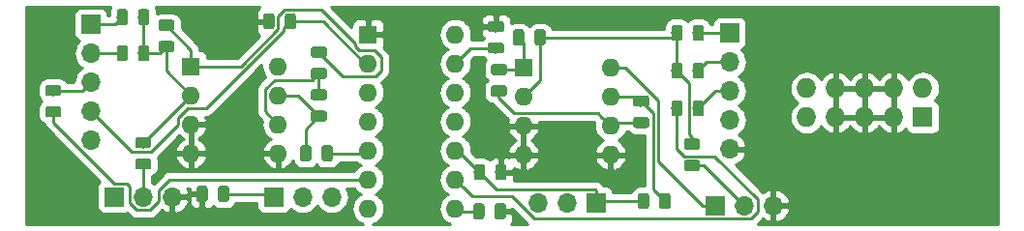
<source format=gbr>
G04 #@! TF.GenerationSoftware,KiCad,Pcbnew,(5.1.2-1)-1*
G04 #@! TF.CreationDate,2019-08-21T10:56:26-07:00*
G04 #@! TF.ProjectId,AS3360_VCA,41533333-3630-45f5-9643-412e6b696361,rev?*
G04 #@! TF.SameCoordinates,Original*
G04 #@! TF.FileFunction,Copper,L1,Top*
G04 #@! TF.FilePolarity,Positive*
%FSLAX46Y46*%
G04 Gerber Fmt 4.6, Leading zero omitted, Abs format (unit mm)*
G04 Created by KiCad (PCBNEW (5.1.2-1)-1) date 2019-08-21 10:56:26*
%MOMM*%
%LPD*%
G04 APERTURE LIST*
%ADD10O,1.700000X1.700000*%
%ADD11R,1.700000X1.700000*%
%ADD12R,1.600000X1.600000*%
%ADD13O,1.600000X1.600000*%
%ADD14R,1.727200X1.727200*%
%ADD15O,1.727200X1.727200*%
%ADD16C,0.100000*%
%ADD17C,0.975000*%
%ADD18C,3.200001*%
%ADD19C,0.800000*%
%ADD20C,0.250000*%
%ADD21C,0.254000*%
G04 APERTURE END LIST*
D10*
X57150000Y-102489000D03*
X57150000Y-99949000D03*
X57150000Y-97409000D03*
X57150000Y-94869000D03*
D11*
X57150000Y-92329000D03*
X113030000Y-93091000D03*
D10*
X113030000Y-95631000D03*
X113030000Y-98171000D03*
X113030000Y-100711000D03*
X113030000Y-103251000D03*
X64262000Y-107442000D03*
X61722000Y-107442000D03*
D11*
X59182000Y-107442000D03*
D10*
X116840000Y-108204000D03*
X114300000Y-108204000D03*
D11*
X111760000Y-108204000D03*
X73152000Y-107442000D03*
D10*
X75692000Y-107442000D03*
X78232000Y-107442000D03*
D11*
X101346000Y-107950000D03*
D10*
X98806000Y-107950000D03*
X96266000Y-107950000D03*
D12*
X65913000Y-96012000D03*
D13*
X73533000Y-103632000D03*
X65913000Y-98552000D03*
X73533000Y-101092000D03*
X65913000Y-101092000D03*
X73533000Y-98552000D03*
X65913000Y-103632000D03*
X73533000Y-96012000D03*
D12*
X81407000Y-93218000D03*
D13*
X89027000Y-108458000D03*
X81407000Y-95758000D03*
X89027000Y-105918000D03*
X81407000Y-98298000D03*
X89027000Y-103378000D03*
X81407000Y-100838000D03*
X89027000Y-100838000D03*
X81407000Y-103378000D03*
X89027000Y-98298000D03*
X81407000Y-105918000D03*
X89027000Y-95758000D03*
X81407000Y-108458000D03*
X89027000Y-93218000D03*
D14*
X129921000Y-100457000D03*
D15*
X129921000Y-97917000D03*
X127381000Y-100457000D03*
X127381000Y-97917000D03*
X124841000Y-100457000D03*
X124841000Y-97917000D03*
X122301000Y-100457000D03*
X122301000Y-97917000D03*
X119761000Y-100457000D03*
X119761000Y-97917000D03*
D16*
G36*
X91356642Y-108013174D02*
G01*
X91380303Y-108016684D01*
X91403507Y-108022496D01*
X91426029Y-108030554D01*
X91447653Y-108040782D01*
X91468170Y-108053079D01*
X91487383Y-108067329D01*
X91505107Y-108083393D01*
X91521171Y-108101117D01*
X91535421Y-108120330D01*
X91547718Y-108140847D01*
X91557946Y-108162471D01*
X91566004Y-108184993D01*
X91571816Y-108208197D01*
X91575326Y-108231858D01*
X91576500Y-108255750D01*
X91576500Y-109168250D01*
X91575326Y-109192142D01*
X91571816Y-109215803D01*
X91566004Y-109239007D01*
X91557946Y-109261529D01*
X91547718Y-109283153D01*
X91535421Y-109303670D01*
X91521171Y-109322883D01*
X91505107Y-109340607D01*
X91487383Y-109356671D01*
X91468170Y-109370921D01*
X91447653Y-109383218D01*
X91426029Y-109393446D01*
X91403507Y-109401504D01*
X91380303Y-109407316D01*
X91356642Y-109410826D01*
X91332750Y-109412000D01*
X90845250Y-109412000D01*
X90821358Y-109410826D01*
X90797697Y-109407316D01*
X90774493Y-109401504D01*
X90751971Y-109393446D01*
X90730347Y-109383218D01*
X90709830Y-109370921D01*
X90690617Y-109356671D01*
X90672893Y-109340607D01*
X90656829Y-109322883D01*
X90642579Y-109303670D01*
X90630282Y-109283153D01*
X90620054Y-109261529D01*
X90611996Y-109239007D01*
X90606184Y-109215803D01*
X90602674Y-109192142D01*
X90601500Y-109168250D01*
X90601500Y-108255750D01*
X90602674Y-108231858D01*
X90606184Y-108208197D01*
X90611996Y-108184993D01*
X90620054Y-108162471D01*
X90630282Y-108140847D01*
X90642579Y-108120330D01*
X90656829Y-108101117D01*
X90672893Y-108083393D01*
X90690617Y-108067329D01*
X90709830Y-108053079D01*
X90730347Y-108040782D01*
X90751971Y-108030554D01*
X90774493Y-108022496D01*
X90797697Y-108016684D01*
X90821358Y-108013174D01*
X90845250Y-108012000D01*
X91332750Y-108012000D01*
X91356642Y-108013174D01*
X91356642Y-108013174D01*
G37*
D17*
X91089000Y-108712000D03*
D16*
G36*
X93231642Y-108013174D02*
G01*
X93255303Y-108016684D01*
X93278507Y-108022496D01*
X93301029Y-108030554D01*
X93322653Y-108040782D01*
X93343170Y-108053079D01*
X93362383Y-108067329D01*
X93380107Y-108083393D01*
X93396171Y-108101117D01*
X93410421Y-108120330D01*
X93422718Y-108140847D01*
X93432946Y-108162471D01*
X93441004Y-108184993D01*
X93446816Y-108208197D01*
X93450326Y-108231858D01*
X93451500Y-108255750D01*
X93451500Y-109168250D01*
X93450326Y-109192142D01*
X93446816Y-109215803D01*
X93441004Y-109239007D01*
X93432946Y-109261529D01*
X93422718Y-109283153D01*
X93410421Y-109303670D01*
X93396171Y-109322883D01*
X93380107Y-109340607D01*
X93362383Y-109356671D01*
X93343170Y-109370921D01*
X93322653Y-109383218D01*
X93301029Y-109393446D01*
X93278507Y-109401504D01*
X93255303Y-109407316D01*
X93231642Y-109410826D01*
X93207750Y-109412000D01*
X92720250Y-109412000D01*
X92696358Y-109410826D01*
X92672697Y-109407316D01*
X92649493Y-109401504D01*
X92626971Y-109393446D01*
X92605347Y-109383218D01*
X92584830Y-109370921D01*
X92565617Y-109356671D01*
X92547893Y-109340607D01*
X92531829Y-109322883D01*
X92517579Y-109303670D01*
X92505282Y-109283153D01*
X92495054Y-109261529D01*
X92486996Y-109239007D01*
X92481184Y-109215803D01*
X92477674Y-109192142D01*
X92476500Y-109168250D01*
X92476500Y-108255750D01*
X92477674Y-108231858D01*
X92481184Y-108208197D01*
X92486996Y-108184993D01*
X92495054Y-108162471D01*
X92505282Y-108140847D01*
X92517579Y-108120330D01*
X92531829Y-108101117D01*
X92547893Y-108083393D01*
X92565617Y-108067329D01*
X92584830Y-108053079D01*
X92605347Y-108040782D01*
X92626971Y-108030554D01*
X92649493Y-108022496D01*
X92672697Y-108016684D01*
X92696358Y-108013174D01*
X92720250Y-108012000D01*
X93207750Y-108012000D01*
X93231642Y-108013174D01*
X93231642Y-108013174D01*
G37*
D17*
X92964000Y-108712000D03*
D16*
G36*
X60163142Y-90995174D02*
G01*
X60186803Y-90998684D01*
X60210007Y-91004496D01*
X60232529Y-91012554D01*
X60254153Y-91022782D01*
X60274670Y-91035079D01*
X60293883Y-91049329D01*
X60311607Y-91065393D01*
X60327671Y-91083117D01*
X60341921Y-91102330D01*
X60354218Y-91122847D01*
X60364446Y-91144471D01*
X60372504Y-91166993D01*
X60378316Y-91190197D01*
X60381826Y-91213858D01*
X60383000Y-91237750D01*
X60383000Y-92150250D01*
X60381826Y-92174142D01*
X60378316Y-92197803D01*
X60372504Y-92221007D01*
X60364446Y-92243529D01*
X60354218Y-92265153D01*
X60341921Y-92285670D01*
X60327671Y-92304883D01*
X60311607Y-92322607D01*
X60293883Y-92338671D01*
X60274670Y-92352921D01*
X60254153Y-92365218D01*
X60232529Y-92375446D01*
X60210007Y-92383504D01*
X60186803Y-92389316D01*
X60163142Y-92392826D01*
X60139250Y-92394000D01*
X59651750Y-92394000D01*
X59627858Y-92392826D01*
X59604197Y-92389316D01*
X59580993Y-92383504D01*
X59558471Y-92375446D01*
X59536847Y-92365218D01*
X59516330Y-92352921D01*
X59497117Y-92338671D01*
X59479393Y-92322607D01*
X59463329Y-92304883D01*
X59449079Y-92285670D01*
X59436782Y-92265153D01*
X59426554Y-92243529D01*
X59418496Y-92221007D01*
X59412684Y-92197803D01*
X59409174Y-92174142D01*
X59408000Y-92150250D01*
X59408000Y-91237750D01*
X59409174Y-91213858D01*
X59412684Y-91190197D01*
X59418496Y-91166993D01*
X59426554Y-91144471D01*
X59436782Y-91122847D01*
X59449079Y-91102330D01*
X59463329Y-91083117D01*
X59479393Y-91065393D01*
X59497117Y-91049329D01*
X59516330Y-91035079D01*
X59536847Y-91022782D01*
X59558471Y-91012554D01*
X59580993Y-91004496D01*
X59604197Y-90998684D01*
X59627858Y-90995174D01*
X59651750Y-90994000D01*
X60139250Y-90994000D01*
X60163142Y-90995174D01*
X60163142Y-90995174D01*
G37*
D17*
X59895500Y-91694000D03*
D16*
G36*
X62038142Y-90995174D02*
G01*
X62061803Y-90998684D01*
X62085007Y-91004496D01*
X62107529Y-91012554D01*
X62129153Y-91022782D01*
X62149670Y-91035079D01*
X62168883Y-91049329D01*
X62186607Y-91065393D01*
X62202671Y-91083117D01*
X62216921Y-91102330D01*
X62229218Y-91122847D01*
X62239446Y-91144471D01*
X62247504Y-91166993D01*
X62253316Y-91190197D01*
X62256826Y-91213858D01*
X62258000Y-91237750D01*
X62258000Y-92150250D01*
X62256826Y-92174142D01*
X62253316Y-92197803D01*
X62247504Y-92221007D01*
X62239446Y-92243529D01*
X62229218Y-92265153D01*
X62216921Y-92285670D01*
X62202671Y-92304883D01*
X62186607Y-92322607D01*
X62168883Y-92338671D01*
X62149670Y-92352921D01*
X62129153Y-92365218D01*
X62107529Y-92375446D01*
X62085007Y-92383504D01*
X62061803Y-92389316D01*
X62038142Y-92392826D01*
X62014250Y-92394000D01*
X61526750Y-92394000D01*
X61502858Y-92392826D01*
X61479197Y-92389316D01*
X61455993Y-92383504D01*
X61433471Y-92375446D01*
X61411847Y-92365218D01*
X61391330Y-92352921D01*
X61372117Y-92338671D01*
X61354393Y-92322607D01*
X61338329Y-92304883D01*
X61324079Y-92285670D01*
X61311782Y-92265153D01*
X61301554Y-92243529D01*
X61293496Y-92221007D01*
X61287684Y-92197803D01*
X61284174Y-92174142D01*
X61283000Y-92150250D01*
X61283000Y-91237750D01*
X61284174Y-91213858D01*
X61287684Y-91190197D01*
X61293496Y-91166993D01*
X61301554Y-91144471D01*
X61311782Y-91122847D01*
X61324079Y-91102330D01*
X61338329Y-91083117D01*
X61354393Y-91065393D01*
X61372117Y-91049329D01*
X61391330Y-91035079D01*
X61411847Y-91022782D01*
X61433471Y-91012554D01*
X61455993Y-91004496D01*
X61479197Y-90998684D01*
X61502858Y-90995174D01*
X61526750Y-90994000D01*
X62014250Y-90994000D01*
X62038142Y-90995174D01*
X62038142Y-90995174D01*
G37*
D17*
X61770500Y-91694000D03*
D16*
G36*
X62038142Y-94170174D02*
G01*
X62061803Y-94173684D01*
X62085007Y-94179496D01*
X62107529Y-94187554D01*
X62129153Y-94197782D01*
X62149670Y-94210079D01*
X62168883Y-94224329D01*
X62186607Y-94240393D01*
X62202671Y-94258117D01*
X62216921Y-94277330D01*
X62229218Y-94297847D01*
X62239446Y-94319471D01*
X62247504Y-94341993D01*
X62253316Y-94365197D01*
X62256826Y-94388858D01*
X62258000Y-94412750D01*
X62258000Y-95325250D01*
X62256826Y-95349142D01*
X62253316Y-95372803D01*
X62247504Y-95396007D01*
X62239446Y-95418529D01*
X62229218Y-95440153D01*
X62216921Y-95460670D01*
X62202671Y-95479883D01*
X62186607Y-95497607D01*
X62168883Y-95513671D01*
X62149670Y-95527921D01*
X62129153Y-95540218D01*
X62107529Y-95550446D01*
X62085007Y-95558504D01*
X62061803Y-95564316D01*
X62038142Y-95567826D01*
X62014250Y-95569000D01*
X61526750Y-95569000D01*
X61502858Y-95567826D01*
X61479197Y-95564316D01*
X61455993Y-95558504D01*
X61433471Y-95550446D01*
X61411847Y-95540218D01*
X61391330Y-95527921D01*
X61372117Y-95513671D01*
X61354393Y-95497607D01*
X61338329Y-95479883D01*
X61324079Y-95460670D01*
X61311782Y-95440153D01*
X61301554Y-95418529D01*
X61293496Y-95396007D01*
X61287684Y-95372803D01*
X61284174Y-95349142D01*
X61283000Y-95325250D01*
X61283000Y-94412750D01*
X61284174Y-94388858D01*
X61287684Y-94365197D01*
X61293496Y-94341993D01*
X61301554Y-94319471D01*
X61311782Y-94297847D01*
X61324079Y-94277330D01*
X61338329Y-94258117D01*
X61354393Y-94240393D01*
X61372117Y-94224329D01*
X61391330Y-94210079D01*
X61411847Y-94197782D01*
X61433471Y-94187554D01*
X61455993Y-94179496D01*
X61479197Y-94173684D01*
X61502858Y-94170174D01*
X61526750Y-94169000D01*
X62014250Y-94169000D01*
X62038142Y-94170174D01*
X62038142Y-94170174D01*
G37*
D17*
X61770500Y-94869000D03*
D16*
G36*
X60163142Y-94170174D02*
G01*
X60186803Y-94173684D01*
X60210007Y-94179496D01*
X60232529Y-94187554D01*
X60254153Y-94197782D01*
X60274670Y-94210079D01*
X60293883Y-94224329D01*
X60311607Y-94240393D01*
X60327671Y-94258117D01*
X60341921Y-94277330D01*
X60354218Y-94297847D01*
X60364446Y-94319471D01*
X60372504Y-94341993D01*
X60378316Y-94365197D01*
X60381826Y-94388858D01*
X60383000Y-94412750D01*
X60383000Y-95325250D01*
X60381826Y-95349142D01*
X60378316Y-95372803D01*
X60372504Y-95396007D01*
X60364446Y-95418529D01*
X60354218Y-95440153D01*
X60341921Y-95460670D01*
X60327671Y-95479883D01*
X60311607Y-95497607D01*
X60293883Y-95513671D01*
X60274670Y-95527921D01*
X60254153Y-95540218D01*
X60232529Y-95550446D01*
X60210007Y-95558504D01*
X60186803Y-95564316D01*
X60163142Y-95567826D01*
X60139250Y-95569000D01*
X59651750Y-95569000D01*
X59627858Y-95567826D01*
X59604197Y-95564316D01*
X59580993Y-95558504D01*
X59558471Y-95550446D01*
X59536847Y-95540218D01*
X59516330Y-95527921D01*
X59497117Y-95513671D01*
X59479393Y-95497607D01*
X59463329Y-95479883D01*
X59449079Y-95460670D01*
X59436782Y-95440153D01*
X59426554Y-95418529D01*
X59418496Y-95396007D01*
X59412684Y-95372803D01*
X59409174Y-95349142D01*
X59408000Y-95325250D01*
X59408000Y-94412750D01*
X59409174Y-94388858D01*
X59412684Y-94365197D01*
X59418496Y-94341993D01*
X59426554Y-94319471D01*
X59436782Y-94297847D01*
X59449079Y-94277330D01*
X59463329Y-94258117D01*
X59479393Y-94240393D01*
X59497117Y-94224329D01*
X59516330Y-94210079D01*
X59536847Y-94197782D01*
X59558471Y-94187554D01*
X59580993Y-94179496D01*
X59604197Y-94173684D01*
X59627858Y-94170174D01*
X59651750Y-94169000D01*
X60139250Y-94169000D01*
X60163142Y-94170174D01*
X60163142Y-94170174D01*
G37*
D17*
X59895500Y-94869000D03*
D16*
G36*
X62202142Y-104083174D02*
G01*
X62225803Y-104086684D01*
X62249007Y-104092496D01*
X62271529Y-104100554D01*
X62293153Y-104110782D01*
X62313670Y-104123079D01*
X62332883Y-104137329D01*
X62350607Y-104153393D01*
X62366671Y-104171117D01*
X62380921Y-104190330D01*
X62393218Y-104210847D01*
X62403446Y-104232471D01*
X62411504Y-104254993D01*
X62417316Y-104278197D01*
X62420826Y-104301858D01*
X62422000Y-104325750D01*
X62422000Y-104813250D01*
X62420826Y-104837142D01*
X62417316Y-104860803D01*
X62411504Y-104884007D01*
X62403446Y-104906529D01*
X62393218Y-104928153D01*
X62380921Y-104948670D01*
X62366671Y-104967883D01*
X62350607Y-104985607D01*
X62332883Y-105001671D01*
X62313670Y-105015921D01*
X62293153Y-105028218D01*
X62271529Y-105038446D01*
X62249007Y-105046504D01*
X62225803Y-105052316D01*
X62202142Y-105055826D01*
X62178250Y-105057000D01*
X61265750Y-105057000D01*
X61241858Y-105055826D01*
X61218197Y-105052316D01*
X61194993Y-105046504D01*
X61172471Y-105038446D01*
X61150847Y-105028218D01*
X61130330Y-105015921D01*
X61111117Y-105001671D01*
X61093393Y-104985607D01*
X61077329Y-104967883D01*
X61063079Y-104948670D01*
X61050782Y-104928153D01*
X61040554Y-104906529D01*
X61032496Y-104884007D01*
X61026684Y-104860803D01*
X61023174Y-104837142D01*
X61022000Y-104813250D01*
X61022000Y-104325750D01*
X61023174Y-104301858D01*
X61026684Y-104278197D01*
X61032496Y-104254993D01*
X61040554Y-104232471D01*
X61050782Y-104210847D01*
X61063079Y-104190330D01*
X61077329Y-104171117D01*
X61093393Y-104153393D01*
X61111117Y-104137329D01*
X61130330Y-104123079D01*
X61150847Y-104110782D01*
X61172471Y-104100554D01*
X61194993Y-104092496D01*
X61218197Y-104086684D01*
X61241858Y-104083174D01*
X61265750Y-104082000D01*
X62178250Y-104082000D01*
X62202142Y-104083174D01*
X62202142Y-104083174D01*
G37*
D17*
X61722000Y-104569500D03*
D16*
G36*
X62202142Y-102208174D02*
G01*
X62225803Y-102211684D01*
X62249007Y-102217496D01*
X62271529Y-102225554D01*
X62293153Y-102235782D01*
X62313670Y-102248079D01*
X62332883Y-102262329D01*
X62350607Y-102278393D01*
X62366671Y-102296117D01*
X62380921Y-102315330D01*
X62393218Y-102335847D01*
X62403446Y-102357471D01*
X62411504Y-102379993D01*
X62417316Y-102403197D01*
X62420826Y-102426858D01*
X62422000Y-102450750D01*
X62422000Y-102938250D01*
X62420826Y-102962142D01*
X62417316Y-102985803D01*
X62411504Y-103009007D01*
X62403446Y-103031529D01*
X62393218Y-103053153D01*
X62380921Y-103073670D01*
X62366671Y-103092883D01*
X62350607Y-103110607D01*
X62332883Y-103126671D01*
X62313670Y-103140921D01*
X62293153Y-103153218D01*
X62271529Y-103163446D01*
X62249007Y-103171504D01*
X62225803Y-103177316D01*
X62202142Y-103180826D01*
X62178250Y-103182000D01*
X61265750Y-103182000D01*
X61241858Y-103180826D01*
X61218197Y-103177316D01*
X61194993Y-103171504D01*
X61172471Y-103163446D01*
X61150847Y-103153218D01*
X61130330Y-103140921D01*
X61111117Y-103126671D01*
X61093393Y-103110607D01*
X61077329Y-103092883D01*
X61063079Y-103073670D01*
X61050782Y-103053153D01*
X61040554Y-103031529D01*
X61032496Y-103009007D01*
X61026684Y-102985803D01*
X61023174Y-102962142D01*
X61022000Y-102938250D01*
X61022000Y-102450750D01*
X61023174Y-102426858D01*
X61026684Y-102403197D01*
X61032496Y-102379993D01*
X61040554Y-102357471D01*
X61050782Y-102335847D01*
X61063079Y-102315330D01*
X61077329Y-102296117D01*
X61093393Y-102278393D01*
X61111117Y-102262329D01*
X61130330Y-102248079D01*
X61150847Y-102235782D01*
X61172471Y-102225554D01*
X61194993Y-102217496D01*
X61218197Y-102211684D01*
X61241858Y-102208174D01*
X61265750Y-102207000D01*
X62178250Y-102207000D01*
X62202142Y-102208174D01*
X62202142Y-102208174D01*
G37*
D17*
X61722000Y-102694500D03*
D16*
G36*
X110552142Y-92392174D02*
G01*
X110575803Y-92395684D01*
X110599007Y-92401496D01*
X110621529Y-92409554D01*
X110643153Y-92419782D01*
X110663670Y-92432079D01*
X110682883Y-92446329D01*
X110700607Y-92462393D01*
X110716671Y-92480117D01*
X110730921Y-92499330D01*
X110743218Y-92519847D01*
X110753446Y-92541471D01*
X110761504Y-92563993D01*
X110767316Y-92587197D01*
X110770826Y-92610858D01*
X110772000Y-92634750D01*
X110772000Y-93547250D01*
X110770826Y-93571142D01*
X110767316Y-93594803D01*
X110761504Y-93618007D01*
X110753446Y-93640529D01*
X110743218Y-93662153D01*
X110730921Y-93682670D01*
X110716671Y-93701883D01*
X110700607Y-93719607D01*
X110682883Y-93735671D01*
X110663670Y-93749921D01*
X110643153Y-93762218D01*
X110621529Y-93772446D01*
X110599007Y-93780504D01*
X110575803Y-93786316D01*
X110552142Y-93789826D01*
X110528250Y-93791000D01*
X110040750Y-93791000D01*
X110016858Y-93789826D01*
X109993197Y-93786316D01*
X109969993Y-93780504D01*
X109947471Y-93772446D01*
X109925847Y-93762218D01*
X109905330Y-93749921D01*
X109886117Y-93735671D01*
X109868393Y-93719607D01*
X109852329Y-93701883D01*
X109838079Y-93682670D01*
X109825782Y-93662153D01*
X109815554Y-93640529D01*
X109807496Y-93618007D01*
X109801684Y-93594803D01*
X109798174Y-93571142D01*
X109797000Y-93547250D01*
X109797000Y-92634750D01*
X109798174Y-92610858D01*
X109801684Y-92587197D01*
X109807496Y-92563993D01*
X109815554Y-92541471D01*
X109825782Y-92519847D01*
X109838079Y-92499330D01*
X109852329Y-92480117D01*
X109868393Y-92462393D01*
X109886117Y-92446329D01*
X109905330Y-92432079D01*
X109925847Y-92419782D01*
X109947471Y-92409554D01*
X109969993Y-92401496D01*
X109993197Y-92395684D01*
X110016858Y-92392174D01*
X110040750Y-92391000D01*
X110528250Y-92391000D01*
X110552142Y-92392174D01*
X110552142Y-92392174D01*
G37*
D17*
X110284500Y-93091000D03*
D16*
G36*
X108677142Y-92392174D02*
G01*
X108700803Y-92395684D01*
X108724007Y-92401496D01*
X108746529Y-92409554D01*
X108768153Y-92419782D01*
X108788670Y-92432079D01*
X108807883Y-92446329D01*
X108825607Y-92462393D01*
X108841671Y-92480117D01*
X108855921Y-92499330D01*
X108868218Y-92519847D01*
X108878446Y-92541471D01*
X108886504Y-92563993D01*
X108892316Y-92587197D01*
X108895826Y-92610858D01*
X108897000Y-92634750D01*
X108897000Y-93547250D01*
X108895826Y-93571142D01*
X108892316Y-93594803D01*
X108886504Y-93618007D01*
X108878446Y-93640529D01*
X108868218Y-93662153D01*
X108855921Y-93682670D01*
X108841671Y-93701883D01*
X108825607Y-93719607D01*
X108807883Y-93735671D01*
X108788670Y-93749921D01*
X108768153Y-93762218D01*
X108746529Y-93772446D01*
X108724007Y-93780504D01*
X108700803Y-93786316D01*
X108677142Y-93789826D01*
X108653250Y-93791000D01*
X108165750Y-93791000D01*
X108141858Y-93789826D01*
X108118197Y-93786316D01*
X108094993Y-93780504D01*
X108072471Y-93772446D01*
X108050847Y-93762218D01*
X108030330Y-93749921D01*
X108011117Y-93735671D01*
X107993393Y-93719607D01*
X107977329Y-93701883D01*
X107963079Y-93682670D01*
X107950782Y-93662153D01*
X107940554Y-93640529D01*
X107932496Y-93618007D01*
X107926684Y-93594803D01*
X107923174Y-93571142D01*
X107922000Y-93547250D01*
X107922000Y-92634750D01*
X107923174Y-92610858D01*
X107926684Y-92587197D01*
X107932496Y-92563993D01*
X107940554Y-92541471D01*
X107950782Y-92519847D01*
X107963079Y-92499330D01*
X107977329Y-92480117D01*
X107993393Y-92462393D01*
X108011117Y-92446329D01*
X108030330Y-92432079D01*
X108050847Y-92419782D01*
X108072471Y-92409554D01*
X108094993Y-92401496D01*
X108118197Y-92395684D01*
X108141858Y-92392174D01*
X108165750Y-92391000D01*
X108653250Y-92391000D01*
X108677142Y-92392174D01*
X108677142Y-92392174D01*
G37*
D17*
X108409500Y-93091000D03*
D16*
G36*
X108677142Y-95694174D02*
G01*
X108700803Y-95697684D01*
X108724007Y-95703496D01*
X108746529Y-95711554D01*
X108768153Y-95721782D01*
X108788670Y-95734079D01*
X108807883Y-95748329D01*
X108825607Y-95764393D01*
X108841671Y-95782117D01*
X108855921Y-95801330D01*
X108868218Y-95821847D01*
X108878446Y-95843471D01*
X108886504Y-95865993D01*
X108892316Y-95889197D01*
X108895826Y-95912858D01*
X108897000Y-95936750D01*
X108897000Y-96849250D01*
X108895826Y-96873142D01*
X108892316Y-96896803D01*
X108886504Y-96920007D01*
X108878446Y-96942529D01*
X108868218Y-96964153D01*
X108855921Y-96984670D01*
X108841671Y-97003883D01*
X108825607Y-97021607D01*
X108807883Y-97037671D01*
X108788670Y-97051921D01*
X108768153Y-97064218D01*
X108746529Y-97074446D01*
X108724007Y-97082504D01*
X108700803Y-97088316D01*
X108677142Y-97091826D01*
X108653250Y-97093000D01*
X108165750Y-97093000D01*
X108141858Y-97091826D01*
X108118197Y-97088316D01*
X108094993Y-97082504D01*
X108072471Y-97074446D01*
X108050847Y-97064218D01*
X108030330Y-97051921D01*
X108011117Y-97037671D01*
X107993393Y-97021607D01*
X107977329Y-97003883D01*
X107963079Y-96984670D01*
X107950782Y-96964153D01*
X107940554Y-96942529D01*
X107932496Y-96920007D01*
X107926684Y-96896803D01*
X107923174Y-96873142D01*
X107922000Y-96849250D01*
X107922000Y-95936750D01*
X107923174Y-95912858D01*
X107926684Y-95889197D01*
X107932496Y-95865993D01*
X107940554Y-95843471D01*
X107950782Y-95821847D01*
X107963079Y-95801330D01*
X107977329Y-95782117D01*
X107993393Y-95764393D01*
X108011117Y-95748329D01*
X108030330Y-95734079D01*
X108050847Y-95721782D01*
X108072471Y-95711554D01*
X108094993Y-95703496D01*
X108118197Y-95697684D01*
X108141858Y-95694174D01*
X108165750Y-95693000D01*
X108653250Y-95693000D01*
X108677142Y-95694174D01*
X108677142Y-95694174D01*
G37*
D17*
X108409500Y-96393000D03*
D16*
G36*
X110552142Y-95694174D02*
G01*
X110575803Y-95697684D01*
X110599007Y-95703496D01*
X110621529Y-95711554D01*
X110643153Y-95721782D01*
X110663670Y-95734079D01*
X110682883Y-95748329D01*
X110700607Y-95764393D01*
X110716671Y-95782117D01*
X110730921Y-95801330D01*
X110743218Y-95821847D01*
X110753446Y-95843471D01*
X110761504Y-95865993D01*
X110767316Y-95889197D01*
X110770826Y-95912858D01*
X110772000Y-95936750D01*
X110772000Y-96849250D01*
X110770826Y-96873142D01*
X110767316Y-96896803D01*
X110761504Y-96920007D01*
X110753446Y-96942529D01*
X110743218Y-96964153D01*
X110730921Y-96984670D01*
X110716671Y-97003883D01*
X110700607Y-97021607D01*
X110682883Y-97037671D01*
X110663670Y-97051921D01*
X110643153Y-97064218D01*
X110621529Y-97074446D01*
X110599007Y-97082504D01*
X110575803Y-97088316D01*
X110552142Y-97091826D01*
X110528250Y-97093000D01*
X110040750Y-97093000D01*
X110016858Y-97091826D01*
X109993197Y-97088316D01*
X109969993Y-97082504D01*
X109947471Y-97074446D01*
X109925847Y-97064218D01*
X109905330Y-97051921D01*
X109886117Y-97037671D01*
X109868393Y-97021607D01*
X109852329Y-97003883D01*
X109838079Y-96984670D01*
X109825782Y-96964153D01*
X109815554Y-96942529D01*
X109807496Y-96920007D01*
X109801684Y-96896803D01*
X109798174Y-96873142D01*
X109797000Y-96849250D01*
X109797000Y-95936750D01*
X109798174Y-95912858D01*
X109801684Y-95889197D01*
X109807496Y-95865993D01*
X109815554Y-95843471D01*
X109825782Y-95821847D01*
X109838079Y-95801330D01*
X109852329Y-95782117D01*
X109868393Y-95764393D01*
X109886117Y-95748329D01*
X109905330Y-95734079D01*
X109925847Y-95721782D01*
X109947471Y-95711554D01*
X109969993Y-95703496D01*
X109993197Y-95697684D01*
X110016858Y-95694174D01*
X110040750Y-95693000D01*
X110528250Y-95693000D01*
X110552142Y-95694174D01*
X110552142Y-95694174D01*
G37*
D17*
X110284500Y-96393000D03*
D16*
G36*
X110208142Y-104210174D02*
G01*
X110231803Y-104213684D01*
X110255007Y-104219496D01*
X110277529Y-104227554D01*
X110299153Y-104237782D01*
X110319670Y-104250079D01*
X110338883Y-104264329D01*
X110356607Y-104280393D01*
X110372671Y-104298117D01*
X110386921Y-104317330D01*
X110399218Y-104337847D01*
X110409446Y-104359471D01*
X110417504Y-104381993D01*
X110423316Y-104405197D01*
X110426826Y-104428858D01*
X110428000Y-104452750D01*
X110428000Y-104940250D01*
X110426826Y-104964142D01*
X110423316Y-104987803D01*
X110417504Y-105011007D01*
X110409446Y-105033529D01*
X110399218Y-105055153D01*
X110386921Y-105075670D01*
X110372671Y-105094883D01*
X110356607Y-105112607D01*
X110338883Y-105128671D01*
X110319670Y-105142921D01*
X110299153Y-105155218D01*
X110277529Y-105165446D01*
X110255007Y-105173504D01*
X110231803Y-105179316D01*
X110208142Y-105182826D01*
X110184250Y-105184000D01*
X109271750Y-105184000D01*
X109247858Y-105182826D01*
X109224197Y-105179316D01*
X109200993Y-105173504D01*
X109178471Y-105165446D01*
X109156847Y-105155218D01*
X109136330Y-105142921D01*
X109117117Y-105128671D01*
X109099393Y-105112607D01*
X109083329Y-105094883D01*
X109069079Y-105075670D01*
X109056782Y-105055153D01*
X109046554Y-105033529D01*
X109038496Y-105011007D01*
X109032684Y-104987803D01*
X109029174Y-104964142D01*
X109028000Y-104940250D01*
X109028000Y-104452750D01*
X109029174Y-104428858D01*
X109032684Y-104405197D01*
X109038496Y-104381993D01*
X109046554Y-104359471D01*
X109056782Y-104337847D01*
X109069079Y-104317330D01*
X109083329Y-104298117D01*
X109099393Y-104280393D01*
X109117117Y-104264329D01*
X109136330Y-104250079D01*
X109156847Y-104237782D01*
X109178471Y-104227554D01*
X109200993Y-104219496D01*
X109224197Y-104213684D01*
X109247858Y-104210174D01*
X109271750Y-104209000D01*
X110184250Y-104209000D01*
X110208142Y-104210174D01*
X110208142Y-104210174D01*
G37*
D17*
X109728000Y-104696500D03*
D16*
G36*
X110208142Y-102335174D02*
G01*
X110231803Y-102338684D01*
X110255007Y-102344496D01*
X110277529Y-102352554D01*
X110299153Y-102362782D01*
X110319670Y-102375079D01*
X110338883Y-102389329D01*
X110356607Y-102405393D01*
X110372671Y-102423117D01*
X110386921Y-102442330D01*
X110399218Y-102462847D01*
X110409446Y-102484471D01*
X110417504Y-102506993D01*
X110423316Y-102530197D01*
X110426826Y-102553858D01*
X110428000Y-102577750D01*
X110428000Y-103065250D01*
X110426826Y-103089142D01*
X110423316Y-103112803D01*
X110417504Y-103136007D01*
X110409446Y-103158529D01*
X110399218Y-103180153D01*
X110386921Y-103200670D01*
X110372671Y-103219883D01*
X110356607Y-103237607D01*
X110338883Y-103253671D01*
X110319670Y-103267921D01*
X110299153Y-103280218D01*
X110277529Y-103290446D01*
X110255007Y-103298504D01*
X110231803Y-103304316D01*
X110208142Y-103307826D01*
X110184250Y-103309000D01*
X109271750Y-103309000D01*
X109247858Y-103307826D01*
X109224197Y-103304316D01*
X109200993Y-103298504D01*
X109178471Y-103290446D01*
X109156847Y-103280218D01*
X109136330Y-103267921D01*
X109117117Y-103253671D01*
X109099393Y-103237607D01*
X109083329Y-103219883D01*
X109069079Y-103200670D01*
X109056782Y-103180153D01*
X109046554Y-103158529D01*
X109038496Y-103136007D01*
X109032684Y-103112803D01*
X109029174Y-103089142D01*
X109028000Y-103065250D01*
X109028000Y-102577750D01*
X109029174Y-102553858D01*
X109032684Y-102530197D01*
X109038496Y-102506993D01*
X109046554Y-102484471D01*
X109056782Y-102462847D01*
X109069079Y-102442330D01*
X109083329Y-102423117D01*
X109099393Y-102405393D01*
X109117117Y-102389329D01*
X109136330Y-102375079D01*
X109156847Y-102362782D01*
X109178471Y-102352554D01*
X109200993Y-102344496D01*
X109224197Y-102338684D01*
X109247858Y-102335174D01*
X109271750Y-102334000D01*
X110184250Y-102334000D01*
X110208142Y-102335174D01*
X110208142Y-102335174D01*
G37*
D17*
X109728000Y-102821500D03*
D16*
G36*
X64234142Y-91921174D02*
G01*
X64257803Y-91924684D01*
X64281007Y-91930496D01*
X64303529Y-91938554D01*
X64325153Y-91948782D01*
X64345670Y-91961079D01*
X64364883Y-91975329D01*
X64382607Y-91991393D01*
X64398671Y-92009117D01*
X64412921Y-92028330D01*
X64425218Y-92048847D01*
X64435446Y-92070471D01*
X64443504Y-92092993D01*
X64449316Y-92116197D01*
X64452826Y-92139858D01*
X64454000Y-92163750D01*
X64454000Y-92651250D01*
X64452826Y-92675142D01*
X64449316Y-92698803D01*
X64443504Y-92722007D01*
X64435446Y-92744529D01*
X64425218Y-92766153D01*
X64412921Y-92786670D01*
X64398671Y-92805883D01*
X64382607Y-92823607D01*
X64364883Y-92839671D01*
X64345670Y-92853921D01*
X64325153Y-92866218D01*
X64303529Y-92876446D01*
X64281007Y-92884504D01*
X64257803Y-92890316D01*
X64234142Y-92893826D01*
X64210250Y-92895000D01*
X63297750Y-92895000D01*
X63273858Y-92893826D01*
X63250197Y-92890316D01*
X63226993Y-92884504D01*
X63204471Y-92876446D01*
X63182847Y-92866218D01*
X63162330Y-92853921D01*
X63143117Y-92839671D01*
X63125393Y-92823607D01*
X63109329Y-92805883D01*
X63095079Y-92786670D01*
X63082782Y-92766153D01*
X63072554Y-92744529D01*
X63064496Y-92722007D01*
X63058684Y-92698803D01*
X63055174Y-92675142D01*
X63054000Y-92651250D01*
X63054000Y-92163750D01*
X63055174Y-92139858D01*
X63058684Y-92116197D01*
X63064496Y-92092993D01*
X63072554Y-92070471D01*
X63082782Y-92048847D01*
X63095079Y-92028330D01*
X63109329Y-92009117D01*
X63125393Y-91991393D01*
X63143117Y-91975329D01*
X63162330Y-91961079D01*
X63182847Y-91948782D01*
X63204471Y-91938554D01*
X63226993Y-91930496D01*
X63250197Y-91924684D01*
X63273858Y-91921174D01*
X63297750Y-91920000D01*
X64210250Y-91920000D01*
X64234142Y-91921174D01*
X64234142Y-91921174D01*
G37*
D17*
X63754000Y-92407500D03*
D16*
G36*
X64234142Y-93796174D02*
G01*
X64257803Y-93799684D01*
X64281007Y-93805496D01*
X64303529Y-93813554D01*
X64325153Y-93823782D01*
X64345670Y-93836079D01*
X64364883Y-93850329D01*
X64382607Y-93866393D01*
X64398671Y-93884117D01*
X64412921Y-93903330D01*
X64425218Y-93923847D01*
X64435446Y-93945471D01*
X64443504Y-93967993D01*
X64449316Y-93991197D01*
X64452826Y-94014858D01*
X64454000Y-94038750D01*
X64454000Y-94526250D01*
X64452826Y-94550142D01*
X64449316Y-94573803D01*
X64443504Y-94597007D01*
X64435446Y-94619529D01*
X64425218Y-94641153D01*
X64412921Y-94661670D01*
X64398671Y-94680883D01*
X64382607Y-94698607D01*
X64364883Y-94714671D01*
X64345670Y-94728921D01*
X64325153Y-94741218D01*
X64303529Y-94751446D01*
X64281007Y-94759504D01*
X64257803Y-94765316D01*
X64234142Y-94768826D01*
X64210250Y-94770000D01*
X63297750Y-94770000D01*
X63273858Y-94768826D01*
X63250197Y-94765316D01*
X63226993Y-94759504D01*
X63204471Y-94751446D01*
X63182847Y-94741218D01*
X63162330Y-94728921D01*
X63143117Y-94714671D01*
X63125393Y-94698607D01*
X63109329Y-94680883D01*
X63095079Y-94661670D01*
X63082782Y-94641153D01*
X63072554Y-94619529D01*
X63064496Y-94597007D01*
X63058684Y-94573803D01*
X63055174Y-94550142D01*
X63054000Y-94526250D01*
X63054000Y-94038750D01*
X63055174Y-94014858D01*
X63058684Y-93991197D01*
X63064496Y-93967993D01*
X63072554Y-93945471D01*
X63082782Y-93923847D01*
X63095079Y-93903330D01*
X63109329Y-93884117D01*
X63125393Y-93866393D01*
X63143117Y-93850329D01*
X63162330Y-93836079D01*
X63182847Y-93823782D01*
X63204471Y-93813554D01*
X63226993Y-93805496D01*
X63250197Y-93799684D01*
X63273858Y-93796174D01*
X63297750Y-93795000D01*
X64210250Y-93795000D01*
X64234142Y-93796174D01*
X64234142Y-93796174D01*
G37*
D17*
X63754000Y-94282500D03*
D16*
G36*
X94834142Y-92773174D02*
G01*
X94857803Y-92776684D01*
X94881007Y-92782496D01*
X94903529Y-92790554D01*
X94925153Y-92800782D01*
X94945670Y-92813079D01*
X94964883Y-92827329D01*
X94982607Y-92843393D01*
X94998671Y-92861117D01*
X95012921Y-92880330D01*
X95025218Y-92900847D01*
X95035446Y-92922471D01*
X95043504Y-92944993D01*
X95049316Y-92968197D01*
X95052826Y-92991858D01*
X95054000Y-93015750D01*
X95054000Y-93928250D01*
X95052826Y-93952142D01*
X95049316Y-93975803D01*
X95043504Y-93999007D01*
X95035446Y-94021529D01*
X95025218Y-94043153D01*
X95012921Y-94063670D01*
X94998671Y-94082883D01*
X94982607Y-94100607D01*
X94964883Y-94116671D01*
X94945670Y-94130921D01*
X94925153Y-94143218D01*
X94903529Y-94153446D01*
X94881007Y-94161504D01*
X94857803Y-94167316D01*
X94834142Y-94170826D01*
X94810250Y-94172000D01*
X94322750Y-94172000D01*
X94298858Y-94170826D01*
X94275197Y-94167316D01*
X94251993Y-94161504D01*
X94229471Y-94153446D01*
X94207847Y-94143218D01*
X94187330Y-94130921D01*
X94168117Y-94116671D01*
X94150393Y-94100607D01*
X94134329Y-94082883D01*
X94120079Y-94063670D01*
X94107782Y-94043153D01*
X94097554Y-94021529D01*
X94089496Y-93999007D01*
X94083684Y-93975803D01*
X94080174Y-93952142D01*
X94079000Y-93928250D01*
X94079000Y-93015750D01*
X94080174Y-92991858D01*
X94083684Y-92968197D01*
X94089496Y-92944993D01*
X94097554Y-92922471D01*
X94107782Y-92900847D01*
X94120079Y-92880330D01*
X94134329Y-92861117D01*
X94150393Y-92843393D01*
X94168117Y-92827329D01*
X94187330Y-92813079D01*
X94207847Y-92800782D01*
X94229471Y-92790554D01*
X94251993Y-92782496D01*
X94275197Y-92776684D01*
X94298858Y-92773174D01*
X94322750Y-92772000D01*
X94810250Y-92772000D01*
X94834142Y-92773174D01*
X94834142Y-92773174D01*
G37*
D17*
X94566500Y-93472000D03*
D16*
G36*
X96709142Y-92773174D02*
G01*
X96732803Y-92776684D01*
X96756007Y-92782496D01*
X96778529Y-92790554D01*
X96800153Y-92800782D01*
X96820670Y-92813079D01*
X96839883Y-92827329D01*
X96857607Y-92843393D01*
X96873671Y-92861117D01*
X96887921Y-92880330D01*
X96900218Y-92900847D01*
X96910446Y-92922471D01*
X96918504Y-92944993D01*
X96924316Y-92968197D01*
X96927826Y-92991858D01*
X96929000Y-93015750D01*
X96929000Y-93928250D01*
X96927826Y-93952142D01*
X96924316Y-93975803D01*
X96918504Y-93999007D01*
X96910446Y-94021529D01*
X96900218Y-94043153D01*
X96887921Y-94063670D01*
X96873671Y-94082883D01*
X96857607Y-94100607D01*
X96839883Y-94116671D01*
X96820670Y-94130921D01*
X96800153Y-94143218D01*
X96778529Y-94153446D01*
X96756007Y-94161504D01*
X96732803Y-94167316D01*
X96709142Y-94170826D01*
X96685250Y-94172000D01*
X96197750Y-94172000D01*
X96173858Y-94170826D01*
X96150197Y-94167316D01*
X96126993Y-94161504D01*
X96104471Y-94153446D01*
X96082847Y-94143218D01*
X96062330Y-94130921D01*
X96043117Y-94116671D01*
X96025393Y-94100607D01*
X96009329Y-94082883D01*
X95995079Y-94063670D01*
X95982782Y-94043153D01*
X95972554Y-94021529D01*
X95964496Y-93999007D01*
X95958684Y-93975803D01*
X95955174Y-93952142D01*
X95954000Y-93928250D01*
X95954000Y-93015750D01*
X95955174Y-92991858D01*
X95958684Y-92968197D01*
X95964496Y-92944993D01*
X95972554Y-92922471D01*
X95982782Y-92900847D01*
X95995079Y-92880330D01*
X96009329Y-92861117D01*
X96025393Y-92843393D01*
X96043117Y-92827329D01*
X96062330Y-92813079D01*
X96082847Y-92800782D01*
X96104471Y-92790554D01*
X96126993Y-92782496D01*
X96150197Y-92776684D01*
X96173858Y-92773174D01*
X96197750Y-92772000D01*
X96685250Y-92772000D01*
X96709142Y-92773174D01*
X96709142Y-92773174D01*
G37*
D17*
X96441500Y-93472000D03*
D16*
G36*
X76213642Y-102933174D02*
G01*
X76237303Y-102936684D01*
X76260507Y-102942496D01*
X76283029Y-102950554D01*
X76304653Y-102960782D01*
X76325170Y-102973079D01*
X76344383Y-102987329D01*
X76362107Y-103003393D01*
X76378171Y-103021117D01*
X76392421Y-103040330D01*
X76404718Y-103060847D01*
X76414946Y-103082471D01*
X76423004Y-103104993D01*
X76428816Y-103128197D01*
X76432326Y-103151858D01*
X76433500Y-103175750D01*
X76433500Y-104088250D01*
X76432326Y-104112142D01*
X76428816Y-104135803D01*
X76423004Y-104159007D01*
X76414946Y-104181529D01*
X76404718Y-104203153D01*
X76392421Y-104223670D01*
X76378171Y-104242883D01*
X76362107Y-104260607D01*
X76344383Y-104276671D01*
X76325170Y-104290921D01*
X76304653Y-104303218D01*
X76283029Y-104313446D01*
X76260507Y-104321504D01*
X76237303Y-104327316D01*
X76213642Y-104330826D01*
X76189750Y-104332000D01*
X75702250Y-104332000D01*
X75678358Y-104330826D01*
X75654697Y-104327316D01*
X75631493Y-104321504D01*
X75608971Y-104313446D01*
X75587347Y-104303218D01*
X75566830Y-104290921D01*
X75547617Y-104276671D01*
X75529893Y-104260607D01*
X75513829Y-104242883D01*
X75499579Y-104223670D01*
X75487282Y-104203153D01*
X75477054Y-104181529D01*
X75468996Y-104159007D01*
X75463184Y-104135803D01*
X75459674Y-104112142D01*
X75458500Y-104088250D01*
X75458500Y-103175750D01*
X75459674Y-103151858D01*
X75463184Y-103128197D01*
X75468996Y-103104993D01*
X75477054Y-103082471D01*
X75487282Y-103060847D01*
X75499579Y-103040330D01*
X75513829Y-103021117D01*
X75529893Y-103003393D01*
X75547617Y-102987329D01*
X75566830Y-102973079D01*
X75587347Y-102960782D01*
X75608971Y-102950554D01*
X75631493Y-102942496D01*
X75654697Y-102936684D01*
X75678358Y-102933174D01*
X75702250Y-102932000D01*
X76189750Y-102932000D01*
X76213642Y-102933174D01*
X76213642Y-102933174D01*
G37*
D17*
X75946000Y-103632000D03*
D16*
G36*
X78088642Y-102933174D02*
G01*
X78112303Y-102936684D01*
X78135507Y-102942496D01*
X78158029Y-102950554D01*
X78179653Y-102960782D01*
X78200170Y-102973079D01*
X78219383Y-102987329D01*
X78237107Y-103003393D01*
X78253171Y-103021117D01*
X78267421Y-103040330D01*
X78279718Y-103060847D01*
X78289946Y-103082471D01*
X78298004Y-103104993D01*
X78303816Y-103128197D01*
X78307326Y-103151858D01*
X78308500Y-103175750D01*
X78308500Y-104088250D01*
X78307326Y-104112142D01*
X78303816Y-104135803D01*
X78298004Y-104159007D01*
X78289946Y-104181529D01*
X78279718Y-104203153D01*
X78267421Y-104223670D01*
X78253171Y-104242883D01*
X78237107Y-104260607D01*
X78219383Y-104276671D01*
X78200170Y-104290921D01*
X78179653Y-104303218D01*
X78158029Y-104313446D01*
X78135507Y-104321504D01*
X78112303Y-104327316D01*
X78088642Y-104330826D01*
X78064750Y-104332000D01*
X77577250Y-104332000D01*
X77553358Y-104330826D01*
X77529697Y-104327316D01*
X77506493Y-104321504D01*
X77483971Y-104313446D01*
X77462347Y-104303218D01*
X77441830Y-104290921D01*
X77422617Y-104276671D01*
X77404893Y-104260607D01*
X77388829Y-104242883D01*
X77374579Y-104223670D01*
X77362282Y-104203153D01*
X77352054Y-104181529D01*
X77343996Y-104159007D01*
X77338184Y-104135803D01*
X77334674Y-104112142D01*
X77333500Y-104088250D01*
X77333500Y-103175750D01*
X77334674Y-103151858D01*
X77338184Y-103128197D01*
X77343996Y-103104993D01*
X77352054Y-103082471D01*
X77362282Y-103060847D01*
X77374579Y-103040330D01*
X77388829Y-103021117D01*
X77404893Y-103003393D01*
X77422617Y-102987329D01*
X77441830Y-102973079D01*
X77462347Y-102960782D01*
X77483971Y-102950554D01*
X77506493Y-102942496D01*
X77529697Y-102936684D01*
X77553358Y-102933174D01*
X77577250Y-102932000D01*
X78064750Y-102932000D01*
X78088642Y-102933174D01*
X78088642Y-102933174D01*
G37*
D17*
X77821000Y-103632000D03*
D16*
G36*
X67148142Y-106489174D02*
G01*
X67171803Y-106492684D01*
X67195007Y-106498496D01*
X67217529Y-106506554D01*
X67239153Y-106516782D01*
X67259670Y-106529079D01*
X67278883Y-106543329D01*
X67296607Y-106559393D01*
X67312671Y-106577117D01*
X67326921Y-106596330D01*
X67339218Y-106616847D01*
X67349446Y-106638471D01*
X67357504Y-106660993D01*
X67363316Y-106684197D01*
X67366826Y-106707858D01*
X67368000Y-106731750D01*
X67368000Y-107644250D01*
X67366826Y-107668142D01*
X67363316Y-107691803D01*
X67357504Y-107715007D01*
X67349446Y-107737529D01*
X67339218Y-107759153D01*
X67326921Y-107779670D01*
X67312671Y-107798883D01*
X67296607Y-107816607D01*
X67278883Y-107832671D01*
X67259670Y-107846921D01*
X67239153Y-107859218D01*
X67217529Y-107869446D01*
X67195007Y-107877504D01*
X67171803Y-107883316D01*
X67148142Y-107886826D01*
X67124250Y-107888000D01*
X66636750Y-107888000D01*
X66612858Y-107886826D01*
X66589197Y-107883316D01*
X66565993Y-107877504D01*
X66543471Y-107869446D01*
X66521847Y-107859218D01*
X66501330Y-107846921D01*
X66482117Y-107832671D01*
X66464393Y-107816607D01*
X66448329Y-107798883D01*
X66434079Y-107779670D01*
X66421782Y-107759153D01*
X66411554Y-107737529D01*
X66403496Y-107715007D01*
X66397684Y-107691803D01*
X66394174Y-107668142D01*
X66393000Y-107644250D01*
X66393000Y-106731750D01*
X66394174Y-106707858D01*
X66397684Y-106684197D01*
X66403496Y-106660993D01*
X66411554Y-106638471D01*
X66421782Y-106616847D01*
X66434079Y-106596330D01*
X66448329Y-106577117D01*
X66464393Y-106559393D01*
X66482117Y-106543329D01*
X66501330Y-106529079D01*
X66521847Y-106516782D01*
X66543471Y-106506554D01*
X66565993Y-106498496D01*
X66589197Y-106492684D01*
X66612858Y-106489174D01*
X66636750Y-106488000D01*
X67124250Y-106488000D01*
X67148142Y-106489174D01*
X67148142Y-106489174D01*
G37*
D17*
X66880500Y-107188000D03*
D16*
G36*
X69023142Y-106489174D02*
G01*
X69046803Y-106492684D01*
X69070007Y-106498496D01*
X69092529Y-106506554D01*
X69114153Y-106516782D01*
X69134670Y-106529079D01*
X69153883Y-106543329D01*
X69171607Y-106559393D01*
X69187671Y-106577117D01*
X69201921Y-106596330D01*
X69214218Y-106616847D01*
X69224446Y-106638471D01*
X69232504Y-106660993D01*
X69238316Y-106684197D01*
X69241826Y-106707858D01*
X69243000Y-106731750D01*
X69243000Y-107644250D01*
X69241826Y-107668142D01*
X69238316Y-107691803D01*
X69232504Y-107715007D01*
X69224446Y-107737529D01*
X69214218Y-107759153D01*
X69201921Y-107779670D01*
X69187671Y-107798883D01*
X69171607Y-107816607D01*
X69153883Y-107832671D01*
X69134670Y-107846921D01*
X69114153Y-107859218D01*
X69092529Y-107869446D01*
X69070007Y-107877504D01*
X69046803Y-107883316D01*
X69023142Y-107886826D01*
X68999250Y-107888000D01*
X68511750Y-107888000D01*
X68487858Y-107886826D01*
X68464197Y-107883316D01*
X68440993Y-107877504D01*
X68418471Y-107869446D01*
X68396847Y-107859218D01*
X68376330Y-107846921D01*
X68357117Y-107832671D01*
X68339393Y-107816607D01*
X68323329Y-107798883D01*
X68309079Y-107779670D01*
X68296782Y-107759153D01*
X68286554Y-107737529D01*
X68278496Y-107715007D01*
X68272684Y-107691803D01*
X68269174Y-107668142D01*
X68268000Y-107644250D01*
X68268000Y-106731750D01*
X68269174Y-106707858D01*
X68272684Y-106684197D01*
X68278496Y-106660993D01*
X68286554Y-106638471D01*
X68296782Y-106616847D01*
X68309079Y-106596330D01*
X68323329Y-106577117D01*
X68339393Y-106559393D01*
X68357117Y-106543329D01*
X68376330Y-106529079D01*
X68396847Y-106516782D01*
X68418471Y-106506554D01*
X68440993Y-106498496D01*
X68464197Y-106492684D01*
X68487858Y-106489174D01*
X68511750Y-106488000D01*
X68999250Y-106488000D01*
X69023142Y-106489174D01*
X69023142Y-106489174D01*
G37*
D17*
X68755500Y-107188000D03*
D16*
G36*
X107631142Y-107124174D02*
G01*
X107654803Y-107127684D01*
X107678007Y-107133496D01*
X107700529Y-107141554D01*
X107722153Y-107151782D01*
X107742670Y-107164079D01*
X107761883Y-107178329D01*
X107779607Y-107194393D01*
X107795671Y-107212117D01*
X107809921Y-107231330D01*
X107822218Y-107251847D01*
X107832446Y-107273471D01*
X107840504Y-107295993D01*
X107846316Y-107319197D01*
X107849826Y-107342858D01*
X107851000Y-107366750D01*
X107851000Y-108279250D01*
X107849826Y-108303142D01*
X107846316Y-108326803D01*
X107840504Y-108350007D01*
X107832446Y-108372529D01*
X107822218Y-108394153D01*
X107809921Y-108414670D01*
X107795671Y-108433883D01*
X107779607Y-108451607D01*
X107761883Y-108467671D01*
X107742670Y-108481921D01*
X107722153Y-108494218D01*
X107700529Y-108504446D01*
X107678007Y-108512504D01*
X107654803Y-108518316D01*
X107631142Y-108521826D01*
X107607250Y-108523000D01*
X107119750Y-108523000D01*
X107095858Y-108521826D01*
X107072197Y-108518316D01*
X107048993Y-108512504D01*
X107026471Y-108504446D01*
X107004847Y-108494218D01*
X106984330Y-108481921D01*
X106965117Y-108467671D01*
X106947393Y-108451607D01*
X106931329Y-108433883D01*
X106917079Y-108414670D01*
X106904782Y-108394153D01*
X106894554Y-108372529D01*
X106886496Y-108350007D01*
X106880684Y-108326803D01*
X106877174Y-108303142D01*
X106876000Y-108279250D01*
X106876000Y-107366750D01*
X106877174Y-107342858D01*
X106880684Y-107319197D01*
X106886496Y-107295993D01*
X106894554Y-107273471D01*
X106904782Y-107251847D01*
X106917079Y-107231330D01*
X106931329Y-107212117D01*
X106947393Y-107194393D01*
X106965117Y-107178329D01*
X106984330Y-107164079D01*
X107004847Y-107151782D01*
X107026471Y-107141554D01*
X107048993Y-107133496D01*
X107072197Y-107127684D01*
X107095858Y-107124174D01*
X107119750Y-107123000D01*
X107607250Y-107123000D01*
X107631142Y-107124174D01*
X107631142Y-107124174D01*
G37*
D17*
X107363500Y-107823000D03*
D16*
G36*
X105756142Y-107124174D02*
G01*
X105779803Y-107127684D01*
X105803007Y-107133496D01*
X105825529Y-107141554D01*
X105847153Y-107151782D01*
X105867670Y-107164079D01*
X105886883Y-107178329D01*
X105904607Y-107194393D01*
X105920671Y-107212117D01*
X105934921Y-107231330D01*
X105947218Y-107251847D01*
X105957446Y-107273471D01*
X105965504Y-107295993D01*
X105971316Y-107319197D01*
X105974826Y-107342858D01*
X105976000Y-107366750D01*
X105976000Y-108279250D01*
X105974826Y-108303142D01*
X105971316Y-108326803D01*
X105965504Y-108350007D01*
X105957446Y-108372529D01*
X105947218Y-108394153D01*
X105934921Y-108414670D01*
X105920671Y-108433883D01*
X105904607Y-108451607D01*
X105886883Y-108467671D01*
X105867670Y-108481921D01*
X105847153Y-108494218D01*
X105825529Y-108504446D01*
X105803007Y-108512504D01*
X105779803Y-108518316D01*
X105756142Y-108521826D01*
X105732250Y-108523000D01*
X105244750Y-108523000D01*
X105220858Y-108521826D01*
X105197197Y-108518316D01*
X105173993Y-108512504D01*
X105151471Y-108504446D01*
X105129847Y-108494218D01*
X105109330Y-108481921D01*
X105090117Y-108467671D01*
X105072393Y-108451607D01*
X105056329Y-108433883D01*
X105042079Y-108414670D01*
X105029782Y-108394153D01*
X105019554Y-108372529D01*
X105011496Y-108350007D01*
X105005684Y-108326803D01*
X105002174Y-108303142D01*
X105001000Y-108279250D01*
X105001000Y-107366750D01*
X105002174Y-107342858D01*
X105005684Y-107319197D01*
X105011496Y-107295993D01*
X105019554Y-107273471D01*
X105029782Y-107251847D01*
X105042079Y-107231330D01*
X105056329Y-107212117D01*
X105072393Y-107194393D01*
X105090117Y-107178329D01*
X105109330Y-107164079D01*
X105129847Y-107151782D01*
X105151471Y-107141554D01*
X105173993Y-107133496D01*
X105197197Y-107127684D01*
X105220858Y-107124174D01*
X105244750Y-107123000D01*
X105732250Y-107123000D01*
X105756142Y-107124174D01*
X105756142Y-107124174D01*
G37*
D17*
X105488500Y-107823000D03*
D16*
G36*
X93280142Y-104584174D02*
G01*
X93303803Y-104587684D01*
X93327007Y-104593496D01*
X93349529Y-104601554D01*
X93371153Y-104611782D01*
X93391670Y-104624079D01*
X93410883Y-104638329D01*
X93428607Y-104654393D01*
X93444671Y-104672117D01*
X93458921Y-104691330D01*
X93471218Y-104711847D01*
X93481446Y-104733471D01*
X93489504Y-104755993D01*
X93495316Y-104779197D01*
X93498826Y-104802858D01*
X93500000Y-104826750D01*
X93500000Y-105739250D01*
X93498826Y-105763142D01*
X93495316Y-105786803D01*
X93489504Y-105810007D01*
X93481446Y-105832529D01*
X93471218Y-105854153D01*
X93458921Y-105874670D01*
X93444671Y-105893883D01*
X93428607Y-105911607D01*
X93410883Y-105927671D01*
X93391670Y-105941921D01*
X93371153Y-105954218D01*
X93349529Y-105964446D01*
X93327007Y-105972504D01*
X93303803Y-105978316D01*
X93280142Y-105981826D01*
X93256250Y-105983000D01*
X92768750Y-105983000D01*
X92744858Y-105981826D01*
X92721197Y-105978316D01*
X92697993Y-105972504D01*
X92675471Y-105964446D01*
X92653847Y-105954218D01*
X92633330Y-105941921D01*
X92614117Y-105927671D01*
X92596393Y-105911607D01*
X92580329Y-105893883D01*
X92566079Y-105874670D01*
X92553782Y-105854153D01*
X92543554Y-105832529D01*
X92535496Y-105810007D01*
X92529684Y-105786803D01*
X92526174Y-105763142D01*
X92525000Y-105739250D01*
X92525000Y-104826750D01*
X92526174Y-104802858D01*
X92529684Y-104779197D01*
X92535496Y-104755993D01*
X92543554Y-104733471D01*
X92553782Y-104711847D01*
X92566079Y-104691330D01*
X92580329Y-104672117D01*
X92596393Y-104654393D01*
X92614117Y-104638329D01*
X92633330Y-104624079D01*
X92653847Y-104611782D01*
X92675471Y-104601554D01*
X92697993Y-104593496D01*
X92721197Y-104587684D01*
X92744858Y-104584174D01*
X92768750Y-104583000D01*
X93256250Y-104583000D01*
X93280142Y-104584174D01*
X93280142Y-104584174D01*
G37*
D17*
X93012500Y-105283000D03*
D16*
G36*
X91405142Y-104584174D02*
G01*
X91428803Y-104587684D01*
X91452007Y-104593496D01*
X91474529Y-104601554D01*
X91496153Y-104611782D01*
X91516670Y-104624079D01*
X91535883Y-104638329D01*
X91553607Y-104654393D01*
X91569671Y-104672117D01*
X91583921Y-104691330D01*
X91596218Y-104711847D01*
X91606446Y-104733471D01*
X91614504Y-104755993D01*
X91620316Y-104779197D01*
X91623826Y-104802858D01*
X91625000Y-104826750D01*
X91625000Y-105739250D01*
X91623826Y-105763142D01*
X91620316Y-105786803D01*
X91614504Y-105810007D01*
X91606446Y-105832529D01*
X91596218Y-105854153D01*
X91583921Y-105874670D01*
X91569671Y-105893883D01*
X91553607Y-105911607D01*
X91535883Y-105927671D01*
X91516670Y-105941921D01*
X91496153Y-105954218D01*
X91474529Y-105964446D01*
X91452007Y-105972504D01*
X91428803Y-105978316D01*
X91405142Y-105981826D01*
X91381250Y-105983000D01*
X90893750Y-105983000D01*
X90869858Y-105981826D01*
X90846197Y-105978316D01*
X90822993Y-105972504D01*
X90800471Y-105964446D01*
X90778847Y-105954218D01*
X90758330Y-105941921D01*
X90739117Y-105927671D01*
X90721393Y-105911607D01*
X90705329Y-105893883D01*
X90691079Y-105874670D01*
X90678782Y-105854153D01*
X90668554Y-105832529D01*
X90660496Y-105810007D01*
X90654684Y-105786803D01*
X90651174Y-105763142D01*
X90650000Y-105739250D01*
X90650000Y-104826750D01*
X90651174Y-104802858D01*
X90654684Y-104779197D01*
X90660496Y-104755993D01*
X90668554Y-104733471D01*
X90678782Y-104711847D01*
X90691079Y-104691330D01*
X90705329Y-104672117D01*
X90721393Y-104654393D01*
X90739117Y-104638329D01*
X90758330Y-104624079D01*
X90778847Y-104611782D01*
X90800471Y-104601554D01*
X90822993Y-104593496D01*
X90846197Y-104587684D01*
X90869858Y-104584174D01*
X90893750Y-104583000D01*
X91381250Y-104583000D01*
X91405142Y-104584174D01*
X91405142Y-104584174D01*
G37*
D17*
X91137500Y-105283000D03*
D16*
G36*
X54328142Y-99511174D02*
G01*
X54351803Y-99514684D01*
X54375007Y-99520496D01*
X54397529Y-99528554D01*
X54419153Y-99538782D01*
X54439670Y-99551079D01*
X54458883Y-99565329D01*
X54476607Y-99581393D01*
X54492671Y-99599117D01*
X54506921Y-99618330D01*
X54519218Y-99638847D01*
X54529446Y-99660471D01*
X54537504Y-99682993D01*
X54543316Y-99706197D01*
X54546826Y-99729858D01*
X54548000Y-99753750D01*
X54548000Y-100241250D01*
X54546826Y-100265142D01*
X54543316Y-100288803D01*
X54537504Y-100312007D01*
X54529446Y-100334529D01*
X54519218Y-100356153D01*
X54506921Y-100376670D01*
X54492671Y-100395883D01*
X54476607Y-100413607D01*
X54458883Y-100429671D01*
X54439670Y-100443921D01*
X54419153Y-100456218D01*
X54397529Y-100466446D01*
X54375007Y-100474504D01*
X54351803Y-100480316D01*
X54328142Y-100483826D01*
X54304250Y-100485000D01*
X53391750Y-100485000D01*
X53367858Y-100483826D01*
X53344197Y-100480316D01*
X53320993Y-100474504D01*
X53298471Y-100466446D01*
X53276847Y-100456218D01*
X53256330Y-100443921D01*
X53237117Y-100429671D01*
X53219393Y-100413607D01*
X53203329Y-100395883D01*
X53189079Y-100376670D01*
X53176782Y-100356153D01*
X53166554Y-100334529D01*
X53158496Y-100312007D01*
X53152684Y-100288803D01*
X53149174Y-100265142D01*
X53148000Y-100241250D01*
X53148000Y-99753750D01*
X53149174Y-99729858D01*
X53152684Y-99706197D01*
X53158496Y-99682993D01*
X53166554Y-99660471D01*
X53176782Y-99638847D01*
X53189079Y-99618330D01*
X53203329Y-99599117D01*
X53219393Y-99581393D01*
X53237117Y-99565329D01*
X53256330Y-99551079D01*
X53276847Y-99538782D01*
X53298471Y-99528554D01*
X53320993Y-99520496D01*
X53344197Y-99514684D01*
X53367858Y-99511174D01*
X53391750Y-99510000D01*
X54304250Y-99510000D01*
X54328142Y-99511174D01*
X54328142Y-99511174D01*
G37*
D17*
X53848000Y-99997500D03*
D16*
G36*
X54328142Y-97636174D02*
G01*
X54351803Y-97639684D01*
X54375007Y-97645496D01*
X54397529Y-97653554D01*
X54419153Y-97663782D01*
X54439670Y-97676079D01*
X54458883Y-97690329D01*
X54476607Y-97706393D01*
X54492671Y-97724117D01*
X54506921Y-97743330D01*
X54519218Y-97763847D01*
X54529446Y-97785471D01*
X54537504Y-97807993D01*
X54543316Y-97831197D01*
X54546826Y-97854858D01*
X54548000Y-97878750D01*
X54548000Y-98366250D01*
X54546826Y-98390142D01*
X54543316Y-98413803D01*
X54537504Y-98437007D01*
X54529446Y-98459529D01*
X54519218Y-98481153D01*
X54506921Y-98501670D01*
X54492671Y-98520883D01*
X54476607Y-98538607D01*
X54458883Y-98554671D01*
X54439670Y-98568921D01*
X54419153Y-98581218D01*
X54397529Y-98591446D01*
X54375007Y-98599504D01*
X54351803Y-98605316D01*
X54328142Y-98608826D01*
X54304250Y-98610000D01*
X53391750Y-98610000D01*
X53367858Y-98608826D01*
X53344197Y-98605316D01*
X53320993Y-98599504D01*
X53298471Y-98591446D01*
X53276847Y-98581218D01*
X53256330Y-98568921D01*
X53237117Y-98554671D01*
X53219393Y-98538607D01*
X53203329Y-98520883D01*
X53189079Y-98501670D01*
X53176782Y-98481153D01*
X53166554Y-98459529D01*
X53158496Y-98437007D01*
X53152684Y-98413803D01*
X53149174Y-98390142D01*
X53148000Y-98366250D01*
X53148000Y-97878750D01*
X53149174Y-97854858D01*
X53152684Y-97831197D01*
X53158496Y-97807993D01*
X53166554Y-97785471D01*
X53176782Y-97763847D01*
X53189079Y-97743330D01*
X53203329Y-97724117D01*
X53219393Y-97706393D01*
X53237117Y-97690329D01*
X53256330Y-97676079D01*
X53276847Y-97663782D01*
X53298471Y-97653554D01*
X53320993Y-97645496D01*
X53344197Y-97639684D01*
X53367858Y-97636174D01*
X53391750Y-97635000D01*
X54304250Y-97635000D01*
X54328142Y-97636174D01*
X54328142Y-97636174D01*
G37*
D17*
X53848000Y-98122500D03*
D16*
G36*
X108677142Y-98996174D02*
G01*
X108700803Y-98999684D01*
X108724007Y-99005496D01*
X108746529Y-99013554D01*
X108768153Y-99023782D01*
X108788670Y-99036079D01*
X108807883Y-99050329D01*
X108825607Y-99066393D01*
X108841671Y-99084117D01*
X108855921Y-99103330D01*
X108868218Y-99123847D01*
X108878446Y-99145471D01*
X108886504Y-99167993D01*
X108892316Y-99191197D01*
X108895826Y-99214858D01*
X108897000Y-99238750D01*
X108897000Y-100151250D01*
X108895826Y-100175142D01*
X108892316Y-100198803D01*
X108886504Y-100222007D01*
X108878446Y-100244529D01*
X108868218Y-100266153D01*
X108855921Y-100286670D01*
X108841671Y-100305883D01*
X108825607Y-100323607D01*
X108807883Y-100339671D01*
X108788670Y-100353921D01*
X108768153Y-100366218D01*
X108746529Y-100376446D01*
X108724007Y-100384504D01*
X108700803Y-100390316D01*
X108677142Y-100393826D01*
X108653250Y-100395000D01*
X108165750Y-100395000D01*
X108141858Y-100393826D01*
X108118197Y-100390316D01*
X108094993Y-100384504D01*
X108072471Y-100376446D01*
X108050847Y-100366218D01*
X108030330Y-100353921D01*
X108011117Y-100339671D01*
X107993393Y-100323607D01*
X107977329Y-100305883D01*
X107963079Y-100286670D01*
X107950782Y-100266153D01*
X107940554Y-100244529D01*
X107932496Y-100222007D01*
X107926684Y-100198803D01*
X107923174Y-100175142D01*
X107922000Y-100151250D01*
X107922000Y-99238750D01*
X107923174Y-99214858D01*
X107926684Y-99191197D01*
X107932496Y-99167993D01*
X107940554Y-99145471D01*
X107950782Y-99123847D01*
X107963079Y-99103330D01*
X107977329Y-99084117D01*
X107993393Y-99066393D01*
X108011117Y-99050329D01*
X108030330Y-99036079D01*
X108050847Y-99023782D01*
X108072471Y-99013554D01*
X108094993Y-99005496D01*
X108118197Y-98999684D01*
X108141858Y-98996174D01*
X108165750Y-98995000D01*
X108653250Y-98995000D01*
X108677142Y-98996174D01*
X108677142Y-98996174D01*
G37*
D17*
X108409500Y-99695000D03*
D16*
G36*
X110552142Y-98996174D02*
G01*
X110575803Y-98999684D01*
X110599007Y-99005496D01*
X110621529Y-99013554D01*
X110643153Y-99023782D01*
X110663670Y-99036079D01*
X110682883Y-99050329D01*
X110700607Y-99066393D01*
X110716671Y-99084117D01*
X110730921Y-99103330D01*
X110743218Y-99123847D01*
X110753446Y-99145471D01*
X110761504Y-99167993D01*
X110767316Y-99191197D01*
X110770826Y-99214858D01*
X110772000Y-99238750D01*
X110772000Y-100151250D01*
X110770826Y-100175142D01*
X110767316Y-100198803D01*
X110761504Y-100222007D01*
X110753446Y-100244529D01*
X110743218Y-100266153D01*
X110730921Y-100286670D01*
X110716671Y-100305883D01*
X110700607Y-100323607D01*
X110682883Y-100339671D01*
X110663670Y-100353921D01*
X110643153Y-100366218D01*
X110621529Y-100376446D01*
X110599007Y-100384504D01*
X110575803Y-100390316D01*
X110552142Y-100393826D01*
X110528250Y-100395000D01*
X110040750Y-100395000D01*
X110016858Y-100393826D01*
X109993197Y-100390316D01*
X109969993Y-100384504D01*
X109947471Y-100376446D01*
X109925847Y-100366218D01*
X109905330Y-100353921D01*
X109886117Y-100339671D01*
X109868393Y-100323607D01*
X109852329Y-100305883D01*
X109838079Y-100286670D01*
X109825782Y-100266153D01*
X109815554Y-100244529D01*
X109807496Y-100222007D01*
X109801684Y-100198803D01*
X109798174Y-100175142D01*
X109797000Y-100151250D01*
X109797000Y-99238750D01*
X109798174Y-99214858D01*
X109801684Y-99191197D01*
X109807496Y-99167993D01*
X109815554Y-99145471D01*
X109825782Y-99123847D01*
X109838079Y-99103330D01*
X109852329Y-99084117D01*
X109868393Y-99066393D01*
X109886117Y-99050329D01*
X109905330Y-99036079D01*
X109925847Y-99023782D01*
X109947471Y-99013554D01*
X109969993Y-99005496D01*
X109993197Y-98999684D01*
X110016858Y-98996174D01*
X110040750Y-98995000D01*
X110528250Y-98995000D01*
X110552142Y-98996174D01*
X110552142Y-98996174D01*
G37*
D17*
X110284500Y-99695000D03*
D16*
G36*
X74865142Y-91376174D02*
G01*
X74888803Y-91379684D01*
X74912007Y-91385496D01*
X74934529Y-91393554D01*
X74956153Y-91403782D01*
X74976670Y-91416079D01*
X74995883Y-91430329D01*
X75013607Y-91446393D01*
X75029671Y-91464117D01*
X75043921Y-91483330D01*
X75056218Y-91503847D01*
X75066446Y-91525471D01*
X75074504Y-91547993D01*
X75080316Y-91571197D01*
X75083826Y-91594858D01*
X75085000Y-91618750D01*
X75085000Y-92531250D01*
X75083826Y-92555142D01*
X75080316Y-92578803D01*
X75074504Y-92602007D01*
X75066446Y-92624529D01*
X75056218Y-92646153D01*
X75043921Y-92666670D01*
X75029671Y-92685883D01*
X75013607Y-92703607D01*
X74995883Y-92719671D01*
X74976670Y-92733921D01*
X74956153Y-92746218D01*
X74934529Y-92756446D01*
X74912007Y-92764504D01*
X74888803Y-92770316D01*
X74865142Y-92773826D01*
X74841250Y-92775000D01*
X74353750Y-92775000D01*
X74329858Y-92773826D01*
X74306197Y-92770316D01*
X74282993Y-92764504D01*
X74260471Y-92756446D01*
X74238847Y-92746218D01*
X74218330Y-92733921D01*
X74199117Y-92719671D01*
X74181393Y-92703607D01*
X74165329Y-92685883D01*
X74151079Y-92666670D01*
X74138782Y-92646153D01*
X74128554Y-92624529D01*
X74120496Y-92602007D01*
X74114684Y-92578803D01*
X74111174Y-92555142D01*
X74110000Y-92531250D01*
X74110000Y-91618750D01*
X74111174Y-91594858D01*
X74114684Y-91571197D01*
X74120496Y-91547993D01*
X74128554Y-91525471D01*
X74138782Y-91503847D01*
X74151079Y-91483330D01*
X74165329Y-91464117D01*
X74181393Y-91446393D01*
X74199117Y-91430329D01*
X74218330Y-91416079D01*
X74238847Y-91403782D01*
X74260471Y-91393554D01*
X74282993Y-91385496D01*
X74306197Y-91379684D01*
X74329858Y-91376174D01*
X74353750Y-91375000D01*
X74841250Y-91375000D01*
X74865142Y-91376174D01*
X74865142Y-91376174D01*
G37*
D17*
X74597500Y-92075000D03*
D16*
G36*
X72990142Y-91376174D02*
G01*
X73013803Y-91379684D01*
X73037007Y-91385496D01*
X73059529Y-91393554D01*
X73081153Y-91403782D01*
X73101670Y-91416079D01*
X73120883Y-91430329D01*
X73138607Y-91446393D01*
X73154671Y-91464117D01*
X73168921Y-91483330D01*
X73181218Y-91503847D01*
X73191446Y-91525471D01*
X73199504Y-91547993D01*
X73205316Y-91571197D01*
X73208826Y-91594858D01*
X73210000Y-91618750D01*
X73210000Y-92531250D01*
X73208826Y-92555142D01*
X73205316Y-92578803D01*
X73199504Y-92602007D01*
X73191446Y-92624529D01*
X73181218Y-92646153D01*
X73168921Y-92666670D01*
X73154671Y-92685883D01*
X73138607Y-92703607D01*
X73120883Y-92719671D01*
X73101670Y-92733921D01*
X73081153Y-92746218D01*
X73059529Y-92756446D01*
X73037007Y-92764504D01*
X73013803Y-92770316D01*
X72990142Y-92773826D01*
X72966250Y-92775000D01*
X72478750Y-92775000D01*
X72454858Y-92773826D01*
X72431197Y-92770316D01*
X72407993Y-92764504D01*
X72385471Y-92756446D01*
X72363847Y-92746218D01*
X72343330Y-92733921D01*
X72324117Y-92719671D01*
X72306393Y-92703607D01*
X72290329Y-92685883D01*
X72276079Y-92666670D01*
X72263782Y-92646153D01*
X72253554Y-92624529D01*
X72245496Y-92602007D01*
X72239684Y-92578803D01*
X72236174Y-92555142D01*
X72235000Y-92531250D01*
X72235000Y-91618750D01*
X72236174Y-91594858D01*
X72239684Y-91571197D01*
X72245496Y-91547993D01*
X72253554Y-91525471D01*
X72263782Y-91503847D01*
X72276079Y-91483330D01*
X72290329Y-91464117D01*
X72306393Y-91446393D01*
X72324117Y-91430329D01*
X72343330Y-91416079D01*
X72363847Y-91403782D01*
X72385471Y-91393554D01*
X72407993Y-91385496D01*
X72431197Y-91379684D01*
X72454858Y-91376174D01*
X72478750Y-91375000D01*
X72966250Y-91375000D01*
X72990142Y-91376174D01*
X72990142Y-91376174D01*
G37*
D17*
X72722500Y-92075000D03*
D16*
G36*
X93063142Y-93923174D02*
G01*
X93086803Y-93926684D01*
X93110007Y-93932496D01*
X93132529Y-93940554D01*
X93154153Y-93950782D01*
X93174670Y-93963079D01*
X93193883Y-93977329D01*
X93211607Y-93993393D01*
X93227671Y-94011117D01*
X93241921Y-94030330D01*
X93254218Y-94050847D01*
X93264446Y-94072471D01*
X93272504Y-94094993D01*
X93278316Y-94118197D01*
X93281826Y-94141858D01*
X93283000Y-94165750D01*
X93283000Y-94653250D01*
X93281826Y-94677142D01*
X93278316Y-94700803D01*
X93272504Y-94724007D01*
X93264446Y-94746529D01*
X93254218Y-94768153D01*
X93241921Y-94788670D01*
X93227671Y-94807883D01*
X93211607Y-94825607D01*
X93193883Y-94841671D01*
X93174670Y-94855921D01*
X93154153Y-94868218D01*
X93132529Y-94878446D01*
X93110007Y-94886504D01*
X93086803Y-94892316D01*
X93063142Y-94895826D01*
X93039250Y-94897000D01*
X92126750Y-94897000D01*
X92102858Y-94895826D01*
X92079197Y-94892316D01*
X92055993Y-94886504D01*
X92033471Y-94878446D01*
X92011847Y-94868218D01*
X91991330Y-94855921D01*
X91972117Y-94841671D01*
X91954393Y-94825607D01*
X91938329Y-94807883D01*
X91924079Y-94788670D01*
X91911782Y-94768153D01*
X91901554Y-94746529D01*
X91893496Y-94724007D01*
X91887684Y-94700803D01*
X91884174Y-94677142D01*
X91883000Y-94653250D01*
X91883000Y-94165750D01*
X91884174Y-94141858D01*
X91887684Y-94118197D01*
X91893496Y-94094993D01*
X91901554Y-94072471D01*
X91911782Y-94050847D01*
X91924079Y-94030330D01*
X91938329Y-94011117D01*
X91954393Y-93993393D01*
X91972117Y-93977329D01*
X91991330Y-93963079D01*
X92011847Y-93950782D01*
X92033471Y-93940554D01*
X92055993Y-93932496D01*
X92079197Y-93926684D01*
X92102858Y-93923174D01*
X92126750Y-93922000D01*
X93039250Y-93922000D01*
X93063142Y-93923174D01*
X93063142Y-93923174D01*
G37*
D17*
X92583000Y-94409500D03*
D16*
G36*
X93063142Y-92048174D02*
G01*
X93086803Y-92051684D01*
X93110007Y-92057496D01*
X93132529Y-92065554D01*
X93154153Y-92075782D01*
X93174670Y-92088079D01*
X93193883Y-92102329D01*
X93211607Y-92118393D01*
X93227671Y-92136117D01*
X93241921Y-92155330D01*
X93254218Y-92175847D01*
X93264446Y-92197471D01*
X93272504Y-92219993D01*
X93278316Y-92243197D01*
X93281826Y-92266858D01*
X93283000Y-92290750D01*
X93283000Y-92778250D01*
X93281826Y-92802142D01*
X93278316Y-92825803D01*
X93272504Y-92849007D01*
X93264446Y-92871529D01*
X93254218Y-92893153D01*
X93241921Y-92913670D01*
X93227671Y-92932883D01*
X93211607Y-92950607D01*
X93193883Y-92966671D01*
X93174670Y-92980921D01*
X93154153Y-92993218D01*
X93132529Y-93003446D01*
X93110007Y-93011504D01*
X93086803Y-93017316D01*
X93063142Y-93020826D01*
X93039250Y-93022000D01*
X92126750Y-93022000D01*
X92102858Y-93020826D01*
X92079197Y-93017316D01*
X92055993Y-93011504D01*
X92033471Y-93003446D01*
X92011847Y-92993218D01*
X91991330Y-92980921D01*
X91972117Y-92966671D01*
X91954393Y-92950607D01*
X91938329Y-92932883D01*
X91924079Y-92913670D01*
X91911782Y-92893153D01*
X91901554Y-92871529D01*
X91893496Y-92849007D01*
X91887684Y-92825803D01*
X91884174Y-92802142D01*
X91883000Y-92778250D01*
X91883000Y-92290750D01*
X91884174Y-92266858D01*
X91887684Y-92243197D01*
X91893496Y-92219993D01*
X91901554Y-92197471D01*
X91911782Y-92175847D01*
X91924079Y-92155330D01*
X91938329Y-92136117D01*
X91954393Y-92118393D01*
X91972117Y-92102329D01*
X91991330Y-92088079D01*
X92011847Y-92075782D01*
X92033471Y-92065554D01*
X92055993Y-92057496D01*
X92079197Y-92051684D01*
X92102858Y-92048174D01*
X92126750Y-92047000D01*
X93039250Y-92047000D01*
X93063142Y-92048174D01*
X93063142Y-92048174D01*
G37*
D17*
X92583000Y-92534500D03*
D16*
G36*
X77569142Y-94285674D02*
G01*
X77592803Y-94289184D01*
X77616007Y-94294996D01*
X77638529Y-94303054D01*
X77660153Y-94313282D01*
X77680670Y-94325579D01*
X77699883Y-94339829D01*
X77717607Y-94355893D01*
X77733671Y-94373617D01*
X77747921Y-94392830D01*
X77760218Y-94413347D01*
X77770446Y-94434971D01*
X77778504Y-94457493D01*
X77784316Y-94480697D01*
X77787826Y-94504358D01*
X77789000Y-94528250D01*
X77789000Y-95015750D01*
X77787826Y-95039642D01*
X77784316Y-95063303D01*
X77778504Y-95086507D01*
X77770446Y-95109029D01*
X77760218Y-95130653D01*
X77747921Y-95151170D01*
X77733671Y-95170383D01*
X77717607Y-95188107D01*
X77699883Y-95204171D01*
X77680670Y-95218421D01*
X77660153Y-95230718D01*
X77638529Y-95240946D01*
X77616007Y-95249004D01*
X77592803Y-95254816D01*
X77569142Y-95258326D01*
X77545250Y-95259500D01*
X76632750Y-95259500D01*
X76608858Y-95258326D01*
X76585197Y-95254816D01*
X76561993Y-95249004D01*
X76539471Y-95240946D01*
X76517847Y-95230718D01*
X76497330Y-95218421D01*
X76478117Y-95204171D01*
X76460393Y-95188107D01*
X76444329Y-95170383D01*
X76430079Y-95151170D01*
X76417782Y-95130653D01*
X76407554Y-95109029D01*
X76399496Y-95086507D01*
X76393684Y-95063303D01*
X76390174Y-95039642D01*
X76389000Y-95015750D01*
X76389000Y-94528250D01*
X76390174Y-94504358D01*
X76393684Y-94480697D01*
X76399496Y-94457493D01*
X76407554Y-94434971D01*
X76417782Y-94413347D01*
X76430079Y-94392830D01*
X76444329Y-94373617D01*
X76460393Y-94355893D01*
X76478117Y-94339829D01*
X76497330Y-94325579D01*
X76517847Y-94313282D01*
X76539471Y-94303054D01*
X76561993Y-94294996D01*
X76585197Y-94289184D01*
X76608858Y-94285674D01*
X76632750Y-94284500D01*
X77545250Y-94284500D01*
X77569142Y-94285674D01*
X77569142Y-94285674D01*
G37*
D17*
X77089000Y-94772000D03*
D16*
G36*
X77569142Y-96160674D02*
G01*
X77592803Y-96164184D01*
X77616007Y-96169996D01*
X77638529Y-96178054D01*
X77660153Y-96188282D01*
X77680670Y-96200579D01*
X77699883Y-96214829D01*
X77717607Y-96230893D01*
X77733671Y-96248617D01*
X77747921Y-96267830D01*
X77760218Y-96288347D01*
X77770446Y-96309971D01*
X77778504Y-96332493D01*
X77784316Y-96355697D01*
X77787826Y-96379358D01*
X77789000Y-96403250D01*
X77789000Y-96890750D01*
X77787826Y-96914642D01*
X77784316Y-96938303D01*
X77778504Y-96961507D01*
X77770446Y-96984029D01*
X77760218Y-97005653D01*
X77747921Y-97026170D01*
X77733671Y-97045383D01*
X77717607Y-97063107D01*
X77699883Y-97079171D01*
X77680670Y-97093421D01*
X77660153Y-97105718D01*
X77638529Y-97115946D01*
X77616007Y-97124004D01*
X77592803Y-97129816D01*
X77569142Y-97133326D01*
X77545250Y-97134500D01*
X76632750Y-97134500D01*
X76608858Y-97133326D01*
X76585197Y-97129816D01*
X76561993Y-97124004D01*
X76539471Y-97115946D01*
X76517847Y-97105718D01*
X76497330Y-97093421D01*
X76478117Y-97079171D01*
X76460393Y-97063107D01*
X76444329Y-97045383D01*
X76430079Y-97026170D01*
X76417782Y-97005653D01*
X76407554Y-96984029D01*
X76399496Y-96961507D01*
X76393684Y-96938303D01*
X76390174Y-96914642D01*
X76389000Y-96890750D01*
X76389000Y-96403250D01*
X76390174Y-96379358D01*
X76393684Y-96355697D01*
X76399496Y-96332493D01*
X76407554Y-96309971D01*
X76417782Y-96288347D01*
X76430079Y-96267830D01*
X76444329Y-96248617D01*
X76460393Y-96230893D01*
X76478117Y-96214829D01*
X76497330Y-96200579D01*
X76517847Y-96188282D01*
X76539471Y-96178054D01*
X76561993Y-96169996D01*
X76585197Y-96164184D01*
X76608858Y-96160674D01*
X76632750Y-96159500D01*
X77545250Y-96159500D01*
X77569142Y-96160674D01*
X77569142Y-96160674D01*
G37*
D17*
X77089000Y-96647000D03*
D16*
G36*
X93317142Y-95809674D02*
G01*
X93340803Y-95813184D01*
X93364007Y-95818996D01*
X93386529Y-95827054D01*
X93408153Y-95837282D01*
X93428670Y-95849579D01*
X93447883Y-95863829D01*
X93465607Y-95879893D01*
X93481671Y-95897617D01*
X93495921Y-95916830D01*
X93508218Y-95937347D01*
X93518446Y-95958971D01*
X93526504Y-95981493D01*
X93532316Y-96004697D01*
X93535826Y-96028358D01*
X93537000Y-96052250D01*
X93537000Y-96539750D01*
X93535826Y-96563642D01*
X93532316Y-96587303D01*
X93526504Y-96610507D01*
X93518446Y-96633029D01*
X93508218Y-96654653D01*
X93495921Y-96675170D01*
X93481671Y-96694383D01*
X93465607Y-96712107D01*
X93447883Y-96728171D01*
X93428670Y-96742421D01*
X93408153Y-96754718D01*
X93386529Y-96764946D01*
X93364007Y-96773004D01*
X93340803Y-96778816D01*
X93317142Y-96782326D01*
X93293250Y-96783500D01*
X92380750Y-96783500D01*
X92356858Y-96782326D01*
X92333197Y-96778816D01*
X92309993Y-96773004D01*
X92287471Y-96764946D01*
X92265847Y-96754718D01*
X92245330Y-96742421D01*
X92226117Y-96728171D01*
X92208393Y-96712107D01*
X92192329Y-96694383D01*
X92178079Y-96675170D01*
X92165782Y-96654653D01*
X92155554Y-96633029D01*
X92147496Y-96610507D01*
X92141684Y-96587303D01*
X92138174Y-96563642D01*
X92137000Y-96539750D01*
X92137000Y-96052250D01*
X92138174Y-96028358D01*
X92141684Y-96004697D01*
X92147496Y-95981493D01*
X92155554Y-95958971D01*
X92165782Y-95937347D01*
X92178079Y-95916830D01*
X92192329Y-95897617D01*
X92208393Y-95879893D01*
X92226117Y-95863829D01*
X92245330Y-95849579D01*
X92265847Y-95837282D01*
X92287471Y-95827054D01*
X92309993Y-95818996D01*
X92333197Y-95813184D01*
X92356858Y-95809674D01*
X92380750Y-95808500D01*
X93293250Y-95808500D01*
X93317142Y-95809674D01*
X93317142Y-95809674D01*
G37*
D17*
X92837000Y-96296000D03*
D16*
G36*
X93317142Y-97684674D02*
G01*
X93340803Y-97688184D01*
X93364007Y-97693996D01*
X93386529Y-97702054D01*
X93408153Y-97712282D01*
X93428670Y-97724579D01*
X93447883Y-97738829D01*
X93465607Y-97754893D01*
X93481671Y-97772617D01*
X93495921Y-97791830D01*
X93508218Y-97812347D01*
X93518446Y-97833971D01*
X93526504Y-97856493D01*
X93532316Y-97879697D01*
X93535826Y-97903358D01*
X93537000Y-97927250D01*
X93537000Y-98414750D01*
X93535826Y-98438642D01*
X93532316Y-98462303D01*
X93526504Y-98485507D01*
X93518446Y-98508029D01*
X93508218Y-98529653D01*
X93495921Y-98550170D01*
X93481671Y-98569383D01*
X93465607Y-98587107D01*
X93447883Y-98603171D01*
X93428670Y-98617421D01*
X93408153Y-98629718D01*
X93386529Y-98639946D01*
X93364007Y-98648004D01*
X93340803Y-98653816D01*
X93317142Y-98657326D01*
X93293250Y-98658500D01*
X92380750Y-98658500D01*
X92356858Y-98657326D01*
X92333197Y-98653816D01*
X92309993Y-98648004D01*
X92287471Y-98639946D01*
X92265847Y-98629718D01*
X92245330Y-98617421D01*
X92226117Y-98603171D01*
X92208393Y-98587107D01*
X92192329Y-98569383D01*
X92178079Y-98550170D01*
X92165782Y-98529653D01*
X92155554Y-98508029D01*
X92147496Y-98485507D01*
X92141684Y-98462303D01*
X92138174Y-98438642D01*
X92137000Y-98414750D01*
X92137000Y-97927250D01*
X92138174Y-97903358D01*
X92141684Y-97879697D01*
X92147496Y-97856493D01*
X92155554Y-97833971D01*
X92165782Y-97812347D01*
X92178079Y-97791830D01*
X92192329Y-97772617D01*
X92208393Y-97754893D01*
X92226117Y-97738829D01*
X92245330Y-97724579D01*
X92265847Y-97712282D01*
X92287471Y-97702054D01*
X92309993Y-97693996D01*
X92333197Y-97688184D01*
X92356858Y-97684674D01*
X92380750Y-97683500D01*
X93293250Y-97683500D01*
X93317142Y-97684674D01*
X93317142Y-97684674D01*
G37*
D17*
X92837000Y-98171000D03*
D16*
G36*
X77569142Y-98017174D02*
G01*
X77592803Y-98020684D01*
X77616007Y-98026496D01*
X77638529Y-98034554D01*
X77660153Y-98044782D01*
X77680670Y-98057079D01*
X77699883Y-98071329D01*
X77717607Y-98087393D01*
X77733671Y-98105117D01*
X77747921Y-98124330D01*
X77760218Y-98144847D01*
X77770446Y-98166471D01*
X77778504Y-98188993D01*
X77784316Y-98212197D01*
X77787826Y-98235858D01*
X77789000Y-98259750D01*
X77789000Y-98747250D01*
X77787826Y-98771142D01*
X77784316Y-98794803D01*
X77778504Y-98818007D01*
X77770446Y-98840529D01*
X77760218Y-98862153D01*
X77747921Y-98882670D01*
X77733671Y-98901883D01*
X77717607Y-98919607D01*
X77699883Y-98935671D01*
X77680670Y-98949921D01*
X77660153Y-98962218D01*
X77638529Y-98972446D01*
X77616007Y-98980504D01*
X77592803Y-98986316D01*
X77569142Y-98989826D01*
X77545250Y-98991000D01*
X76632750Y-98991000D01*
X76608858Y-98989826D01*
X76585197Y-98986316D01*
X76561993Y-98980504D01*
X76539471Y-98972446D01*
X76517847Y-98962218D01*
X76497330Y-98949921D01*
X76478117Y-98935671D01*
X76460393Y-98919607D01*
X76444329Y-98901883D01*
X76430079Y-98882670D01*
X76417782Y-98862153D01*
X76407554Y-98840529D01*
X76399496Y-98818007D01*
X76393684Y-98794803D01*
X76390174Y-98771142D01*
X76389000Y-98747250D01*
X76389000Y-98259750D01*
X76390174Y-98235858D01*
X76393684Y-98212197D01*
X76399496Y-98188993D01*
X76407554Y-98166471D01*
X76417782Y-98144847D01*
X76430079Y-98124330D01*
X76444329Y-98105117D01*
X76460393Y-98087393D01*
X76478117Y-98071329D01*
X76497330Y-98057079D01*
X76517847Y-98044782D01*
X76539471Y-98034554D01*
X76561993Y-98026496D01*
X76585197Y-98020684D01*
X76608858Y-98017174D01*
X76632750Y-98016000D01*
X77545250Y-98016000D01*
X77569142Y-98017174D01*
X77569142Y-98017174D01*
G37*
D17*
X77089000Y-98503500D03*
D16*
G36*
X77569142Y-99892174D02*
G01*
X77592803Y-99895684D01*
X77616007Y-99901496D01*
X77638529Y-99909554D01*
X77660153Y-99919782D01*
X77680670Y-99932079D01*
X77699883Y-99946329D01*
X77717607Y-99962393D01*
X77733671Y-99980117D01*
X77747921Y-99999330D01*
X77760218Y-100019847D01*
X77770446Y-100041471D01*
X77778504Y-100063993D01*
X77784316Y-100087197D01*
X77787826Y-100110858D01*
X77789000Y-100134750D01*
X77789000Y-100622250D01*
X77787826Y-100646142D01*
X77784316Y-100669803D01*
X77778504Y-100693007D01*
X77770446Y-100715529D01*
X77760218Y-100737153D01*
X77747921Y-100757670D01*
X77733671Y-100776883D01*
X77717607Y-100794607D01*
X77699883Y-100810671D01*
X77680670Y-100824921D01*
X77660153Y-100837218D01*
X77638529Y-100847446D01*
X77616007Y-100855504D01*
X77592803Y-100861316D01*
X77569142Y-100864826D01*
X77545250Y-100866000D01*
X76632750Y-100866000D01*
X76608858Y-100864826D01*
X76585197Y-100861316D01*
X76561993Y-100855504D01*
X76539471Y-100847446D01*
X76517847Y-100837218D01*
X76497330Y-100824921D01*
X76478117Y-100810671D01*
X76460393Y-100794607D01*
X76444329Y-100776883D01*
X76430079Y-100757670D01*
X76417782Y-100737153D01*
X76407554Y-100715529D01*
X76399496Y-100693007D01*
X76393684Y-100669803D01*
X76390174Y-100646142D01*
X76389000Y-100622250D01*
X76389000Y-100134750D01*
X76390174Y-100110858D01*
X76393684Y-100087197D01*
X76399496Y-100063993D01*
X76407554Y-100041471D01*
X76417782Y-100019847D01*
X76430079Y-99999330D01*
X76444329Y-99980117D01*
X76460393Y-99962393D01*
X76478117Y-99946329D01*
X76497330Y-99932079D01*
X76517847Y-99919782D01*
X76539471Y-99909554D01*
X76561993Y-99901496D01*
X76585197Y-99895684D01*
X76608858Y-99892174D01*
X76632750Y-99891000D01*
X77545250Y-99891000D01*
X77569142Y-99892174D01*
X77569142Y-99892174D01*
G37*
D17*
X77089000Y-100378500D03*
D16*
G36*
X105763142Y-100448674D02*
G01*
X105786803Y-100452184D01*
X105810007Y-100457996D01*
X105832529Y-100466054D01*
X105854153Y-100476282D01*
X105874670Y-100488579D01*
X105893883Y-100502829D01*
X105911607Y-100518893D01*
X105927671Y-100536617D01*
X105941921Y-100555830D01*
X105954218Y-100576347D01*
X105964446Y-100597971D01*
X105972504Y-100620493D01*
X105978316Y-100643697D01*
X105981826Y-100667358D01*
X105983000Y-100691250D01*
X105983000Y-101178750D01*
X105981826Y-101202642D01*
X105978316Y-101226303D01*
X105972504Y-101249507D01*
X105964446Y-101272029D01*
X105954218Y-101293653D01*
X105941921Y-101314170D01*
X105927671Y-101333383D01*
X105911607Y-101351107D01*
X105893883Y-101367171D01*
X105874670Y-101381421D01*
X105854153Y-101393718D01*
X105832529Y-101403946D01*
X105810007Y-101412004D01*
X105786803Y-101417816D01*
X105763142Y-101421326D01*
X105739250Y-101422500D01*
X104826750Y-101422500D01*
X104802858Y-101421326D01*
X104779197Y-101417816D01*
X104755993Y-101412004D01*
X104733471Y-101403946D01*
X104711847Y-101393718D01*
X104691330Y-101381421D01*
X104672117Y-101367171D01*
X104654393Y-101351107D01*
X104638329Y-101333383D01*
X104624079Y-101314170D01*
X104611782Y-101293653D01*
X104601554Y-101272029D01*
X104593496Y-101249507D01*
X104587684Y-101226303D01*
X104584174Y-101202642D01*
X104583000Y-101178750D01*
X104583000Y-100691250D01*
X104584174Y-100667358D01*
X104587684Y-100643697D01*
X104593496Y-100620493D01*
X104601554Y-100597971D01*
X104611782Y-100576347D01*
X104624079Y-100555830D01*
X104638329Y-100536617D01*
X104654393Y-100518893D01*
X104672117Y-100502829D01*
X104691330Y-100488579D01*
X104711847Y-100476282D01*
X104733471Y-100466054D01*
X104755993Y-100457996D01*
X104779197Y-100452184D01*
X104802858Y-100448674D01*
X104826750Y-100447500D01*
X105739250Y-100447500D01*
X105763142Y-100448674D01*
X105763142Y-100448674D01*
G37*
D17*
X105283000Y-100935000D03*
D16*
G36*
X105763142Y-98573674D02*
G01*
X105786803Y-98577184D01*
X105810007Y-98582996D01*
X105832529Y-98591054D01*
X105854153Y-98601282D01*
X105874670Y-98613579D01*
X105893883Y-98627829D01*
X105911607Y-98643893D01*
X105927671Y-98661617D01*
X105941921Y-98680830D01*
X105954218Y-98701347D01*
X105964446Y-98722971D01*
X105972504Y-98745493D01*
X105978316Y-98768697D01*
X105981826Y-98792358D01*
X105983000Y-98816250D01*
X105983000Y-99303750D01*
X105981826Y-99327642D01*
X105978316Y-99351303D01*
X105972504Y-99374507D01*
X105964446Y-99397029D01*
X105954218Y-99418653D01*
X105941921Y-99439170D01*
X105927671Y-99458383D01*
X105911607Y-99476107D01*
X105893883Y-99492171D01*
X105874670Y-99506421D01*
X105854153Y-99518718D01*
X105832529Y-99528946D01*
X105810007Y-99537004D01*
X105786803Y-99542816D01*
X105763142Y-99546326D01*
X105739250Y-99547500D01*
X104826750Y-99547500D01*
X104802858Y-99546326D01*
X104779197Y-99542816D01*
X104755993Y-99537004D01*
X104733471Y-99528946D01*
X104711847Y-99518718D01*
X104691330Y-99506421D01*
X104672117Y-99492171D01*
X104654393Y-99476107D01*
X104638329Y-99458383D01*
X104624079Y-99439170D01*
X104611782Y-99418653D01*
X104601554Y-99397029D01*
X104593496Y-99374507D01*
X104587684Y-99351303D01*
X104584174Y-99327642D01*
X104583000Y-99303750D01*
X104583000Y-98816250D01*
X104584174Y-98792358D01*
X104587684Y-98768697D01*
X104593496Y-98745493D01*
X104601554Y-98722971D01*
X104611782Y-98701347D01*
X104624079Y-98680830D01*
X104638329Y-98661617D01*
X104654393Y-98643893D01*
X104672117Y-98627829D01*
X104691330Y-98613579D01*
X104711847Y-98601282D01*
X104733471Y-98591054D01*
X104755993Y-98582996D01*
X104779197Y-98577184D01*
X104802858Y-98573674D01*
X104826750Y-98572500D01*
X105739250Y-98572500D01*
X105763142Y-98573674D01*
X105763142Y-98573674D01*
G37*
D17*
X105283000Y-99060000D03*
D12*
X94996000Y-96139000D03*
D13*
X102616000Y-103759000D03*
X94996000Y-98679000D03*
X102616000Y-101219000D03*
X94996000Y-101219000D03*
X102616000Y-98679000D03*
X94996000Y-103759000D03*
X102616000Y-96139000D03*
D18*
X53340000Y-92710000D03*
X53340000Y-107950000D03*
X134620000Y-92710000D03*
X134620000Y-107950000D03*
D19*
X69723000Y-99060000D03*
X69342000Y-94107000D03*
X69850000Y-104013000D03*
D20*
X81125588Y-95758000D02*
X81407000Y-95758000D01*
X77442588Y-92075000D02*
X81125588Y-95758000D01*
X74597500Y-92075000D02*
X77442588Y-92075000D01*
X74041263Y-92896997D02*
X74041263Y-92631237D01*
X67261259Y-99677001D02*
X74041263Y-92896997D01*
X64787999Y-100551999D02*
X65662997Y-99677001D01*
X65662997Y-99677001D02*
X67261259Y-99677001D01*
X64787999Y-101132851D02*
X64787999Y-100551999D01*
X60708010Y-103507010D02*
X62413840Y-103507010D01*
X62413840Y-103507010D02*
X64787999Y-101132851D01*
X74041263Y-92631237D02*
X74597500Y-92075000D01*
X57150000Y-99949000D02*
X60708010Y-103507010D01*
X56436500Y-98122500D02*
X57150000Y-97409000D01*
X53848000Y-98122500D02*
X56436500Y-98122500D01*
X57150000Y-94869000D02*
X59895500Y-94869000D01*
X59260500Y-92329000D02*
X59895500Y-91694000D01*
X57150000Y-92329000D02*
X59260500Y-92329000D01*
X110284500Y-93091000D02*
X113030000Y-93091000D01*
X111046500Y-95631000D02*
X113030000Y-95631000D01*
X110284500Y-96393000D02*
X111046500Y-95631000D01*
X111808500Y-98171000D02*
X113030000Y-98171000D01*
X110284500Y-99695000D02*
X111808500Y-98171000D01*
X90375500Y-94409500D02*
X89027000Y-95758000D01*
X92583000Y-94409500D02*
X90375500Y-94409500D01*
X63754000Y-96393000D02*
X65913000Y-98552000D01*
X63754000Y-94282500D02*
X63754000Y-96393000D01*
X65864500Y-98552000D02*
X65913000Y-98552000D01*
X61722000Y-102694500D02*
X65864500Y-98552000D01*
X61770500Y-91694000D02*
X61770500Y-94869000D01*
X63167500Y-94869000D02*
X63754000Y-94282500D01*
X61770500Y-94869000D02*
X63167500Y-94869000D01*
X61722000Y-104569500D02*
X61722000Y-107442000D01*
X108409500Y-93091000D02*
X108409500Y-96393000D01*
X109728000Y-102234000D02*
X109728000Y-102821500D01*
X109471990Y-101977990D02*
X109728000Y-102234000D01*
X109471990Y-97455490D02*
X109471990Y-101977990D01*
X108409500Y-96393000D02*
X109471990Y-97455490D01*
X96441500Y-97233500D02*
X96441500Y-93472000D01*
X94996000Y-98679000D02*
X96441500Y-97233500D01*
X108028500Y-93472000D02*
X108409500Y-93091000D01*
X96441500Y-93472000D02*
X108028500Y-93472000D01*
X110792500Y-104696500D02*
X114300000Y-108204000D01*
X109728000Y-104696500D02*
X110792500Y-104696500D01*
X104902000Y-98679000D02*
X105283000Y-99060000D01*
X102616000Y-98679000D02*
X104902000Y-98679000D01*
X106308010Y-100085010D02*
X105839237Y-99616237D01*
X105839237Y-99616237D02*
X105283000Y-99060000D01*
X106308010Y-106767510D02*
X106308010Y-100085010D01*
X107363500Y-107823000D02*
X106308010Y-106767510D01*
X81153000Y-103632000D02*
X81407000Y-103378000D01*
X77821000Y-103632000D02*
X81153000Y-103632000D01*
X72898000Y-107188000D02*
X73152000Y-107442000D01*
X68755500Y-107188000D02*
X72898000Y-107188000D01*
X101473000Y-107823000D02*
X101346000Y-107950000D01*
X105488500Y-107823000D02*
X101473000Y-107823000D01*
X89232500Y-103378000D02*
X89027000Y-103378000D01*
X91137500Y-105283000D02*
X89232500Y-103378000D01*
X101346000Y-106850000D02*
X101346000Y-107950000D01*
X101270999Y-106774999D02*
X101346000Y-106850000D01*
X92629499Y-106774999D02*
X101270999Y-106774999D01*
X91137500Y-105283000D02*
X92629499Y-106774999D01*
X80275630Y-105918000D02*
X81407000Y-105918000D01*
X64046998Y-105918000D02*
X80275630Y-105918000D01*
X63086999Y-106877999D02*
X64046998Y-105918000D01*
X63086999Y-107816003D02*
X63086999Y-106877999D01*
X62286001Y-108617001D02*
X63086999Y-107816003D01*
X61157999Y-108617001D02*
X62286001Y-108617001D01*
X60546999Y-106521997D02*
X60546999Y-108006001D01*
X60292001Y-106266999D02*
X60546999Y-106521997D01*
X59188997Y-106266999D02*
X60292001Y-106266999D01*
X53848000Y-100926002D02*
X59188997Y-106266999D01*
X60546999Y-108006001D02*
X61157999Y-108617001D01*
X53848000Y-99997500D02*
X53848000Y-100926002D01*
X89826999Y-106717999D02*
X89027000Y-105918000D01*
X90494999Y-107385999D02*
X89826999Y-106717999D01*
X93962997Y-107385999D02*
X90494999Y-107385999D01*
X95955999Y-109379001D02*
X93962997Y-107385999D01*
X114864001Y-109379001D02*
X95955999Y-109379001D01*
X115475001Y-108768001D02*
X114864001Y-109379001D01*
X115475001Y-107639999D02*
X115475001Y-108768001D01*
X111718992Y-103883990D02*
X115475001Y-107639999D01*
X109036160Y-103883990D02*
X111718992Y-103883990D01*
X108409500Y-103257330D02*
X109036160Y-103883990D01*
X108409500Y-99695000D02*
X108409500Y-103257330D01*
X103747370Y-96139000D02*
X102616000Y-96139000D01*
X103866350Y-96139000D02*
X103747370Y-96139000D01*
X106758020Y-99030670D02*
X103866350Y-96139000D01*
X106758020Y-104302020D02*
X106758020Y-99030670D01*
X110660000Y-108204000D02*
X106758020Y-104302020D01*
X111760000Y-108204000D02*
X110660000Y-108204000D01*
X89281000Y-108712000D02*
X89027000Y-108458000D01*
X91089000Y-108712000D02*
X89281000Y-108712000D01*
X65913000Y-94566500D02*
X65913000Y-96012000D01*
X63754000Y-92407500D02*
X65913000Y-94566500D01*
X73535010Y-91633140D02*
X73535010Y-92766840D01*
X80281999Y-93996589D02*
X77335400Y-91049990D01*
X77335400Y-91049990D02*
X74118160Y-91049990D01*
X80281999Y-94278001D02*
X80281999Y-93996589D01*
X81947001Y-94632999D02*
X80636997Y-94632999D01*
X82532001Y-95217999D02*
X81947001Y-94632999D01*
X82532001Y-96410999D02*
X82532001Y-95217999D01*
X66963000Y-96012000D02*
X65913000Y-96012000D01*
X70289850Y-96012000D02*
X66963000Y-96012000D01*
X73535010Y-92766840D02*
X70289850Y-96012000D01*
X82059999Y-96883001D02*
X82532001Y-96410999D01*
X74118160Y-91049990D02*
X73535010Y-91633140D01*
X80636997Y-94632999D02*
X80281999Y-94278001D01*
X79200001Y-96883001D02*
X82059999Y-96883001D01*
X77089000Y-94772000D02*
X79200001Y-96883001D01*
X94839000Y-96296000D02*
X94996000Y-96139000D01*
X92837000Y-96296000D02*
X94839000Y-96296000D01*
X94996000Y-93901500D02*
X94566500Y-93472000D01*
X94996000Y-96139000D02*
X94996000Y-93901500D01*
X75262500Y-98552000D02*
X77089000Y-100378500D01*
X73533000Y-98552000D02*
X75262500Y-98552000D01*
X75946000Y-101521500D02*
X75946000Y-103632000D01*
X77089000Y-100378500D02*
X75946000Y-101521500D01*
X76532763Y-97203237D02*
X77089000Y-96647000D01*
X73216761Y-97203237D02*
X76532763Y-97203237D01*
X72407999Y-98011999D02*
X73216761Y-97203237D01*
X72407999Y-99966999D02*
X72407999Y-98011999D01*
X73533000Y-101092000D02*
X72407999Y-99966999D01*
X77089000Y-96647000D02*
X77089000Y-98503500D01*
X102900000Y-100935000D02*
X102616000Y-101219000D01*
X105283000Y-100935000D02*
X102900000Y-100935000D01*
X101490999Y-100093999D02*
X101816001Y-100419001D01*
X101816001Y-100419001D02*
X102616000Y-101219000D01*
X94172499Y-100093999D02*
X101490999Y-100093999D01*
X92837000Y-98758500D02*
X94172499Y-100093999D01*
X92837000Y-98171000D02*
X92837000Y-98758500D01*
D21*
G36*
X136500001Y-109830000D02*
G01*
X115487803Y-109830000D01*
X115940817Y-109376987D01*
X116073080Y-109475641D01*
X116335901Y-109600825D01*
X116483110Y-109645476D01*
X116713000Y-109524155D01*
X116713000Y-108331000D01*
X116967000Y-108331000D01*
X116967000Y-109524155D01*
X117196890Y-109645476D01*
X117344099Y-109600825D01*
X117606920Y-109475641D01*
X117840269Y-109301588D01*
X118035178Y-109085355D01*
X118184157Y-108835252D01*
X118281481Y-108560891D01*
X118160814Y-108331000D01*
X116967000Y-108331000D01*
X116713000Y-108331000D01*
X116693000Y-108331000D01*
X116693000Y-108077000D01*
X116713000Y-108077000D01*
X116713000Y-106883845D01*
X116967000Y-106883845D01*
X116967000Y-108077000D01*
X118160814Y-108077000D01*
X118281481Y-107847109D01*
X118184157Y-107572748D01*
X118035178Y-107322645D01*
X117840269Y-107106412D01*
X117606920Y-106932359D01*
X117344099Y-106807175D01*
X117196890Y-106762524D01*
X116967000Y-106883845D01*
X116713000Y-106883845D01*
X116483110Y-106762524D01*
X116335901Y-106807175D01*
X116073080Y-106932359D01*
X115940817Y-107031013D01*
X113545885Y-104636081D01*
X113661252Y-104595157D01*
X113911355Y-104446178D01*
X114127588Y-104251269D01*
X114301641Y-104017920D01*
X114426825Y-103755099D01*
X114471476Y-103607890D01*
X114350155Y-103378000D01*
X113157000Y-103378000D01*
X113157000Y-103398000D01*
X112903000Y-103398000D01*
X112903000Y-103378000D01*
X112883000Y-103378000D01*
X112883000Y-103124000D01*
X112903000Y-103124000D01*
X112903000Y-103104000D01*
X113157000Y-103104000D01*
X113157000Y-103124000D01*
X114350155Y-103124000D01*
X114471476Y-102894110D01*
X114426825Y-102746901D01*
X114301641Y-102484080D01*
X114127588Y-102250731D01*
X113911355Y-102055822D01*
X113794477Y-101986201D01*
X113859014Y-101951706D01*
X114085134Y-101766134D01*
X114270706Y-101540014D01*
X114408599Y-101282034D01*
X114493513Y-101002111D01*
X114522185Y-100711000D01*
X114493513Y-100419889D01*
X114408599Y-100139966D01*
X114270706Y-99881986D01*
X114085134Y-99655866D01*
X113859014Y-99470294D01*
X113804209Y-99441000D01*
X113859014Y-99411706D01*
X114085134Y-99226134D01*
X114270706Y-99000014D01*
X114408599Y-98742034D01*
X114493513Y-98462111D01*
X114522185Y-98171000D01*
X114497169Y-97917000D01*
X118255149Y-97917000D01*
X118284084Y-98210777D01*
X118369775Y-98493264D01*
X118508931Y-98753606D01*
X118696203Y-98981797D01*
X118924394Y-99169069D01*
X118957940Y-99187000D01*
X118924394Y-99204931D01*
X118696203Y-99392203D01*
X118508931Y-99620394D01*
X118369775Y-99880736D01*
X118284084Y-100163223D01*
X118255149Y-100457000D01*
X118284084Y-100750777D01*
X118369775Y-101033264D01*
X118508931Y-101293606D01*
X118696203Y-101521797D01*
X118924394Y-101709069D01*
X119184736Y-101848225D01*
X119467223Y-101933916D01*
X119687381Y-101955600D01*
X119834619Y-101955600D01*
X120054777Y-101933916D01*
X120337264Y-101848225D01*
X120597606Y-101709069D01*
X120825797Y-101521797D01*
X121013069Y-101293606D01*
X121036863Y-101249090D01*
X121094183Y-101345488D01*
X121290707Y-101563854D01*
X121526056Y-101739684D01*
X121791186Y-101866222D01*
X121941974Y-101911958D01*
X122174000Y-101790817D01*
X122174000Y-100584000D01*
X122428000Y-100584000D01*
X122428000Y-101790817D01*
X122660026Y-101911958D01*
X122810814Y-101866222D01*
X123075944Y-101739684D01*
X123311293Y-101563854D01*
X123507817Y-101345488D01*
X123571000Y-101239230D01*
X123634183Y-101345488D01*
X123830707Y-101563854D01*
X124066056Y-101739684D01*
X124331186Y-101866222D01*
X124481974Y-101911958D01*
X124714000Y-101790817D01*
X124714000Y-100584000D01*
X124968000Y-100584000D01*
X124968000Y-101790817D01*
X125200026Y-101911958D01*
X125350814Y-101866222D01*
X125615944Y-101739684D01*
X125851293Y-101563854D01*
X126047817Y-101345488D01*
X126111000Y-101239230D01*
X126174183Y-101345488D01*
X126370707Y-101563854D01*
X126606056Y-101739684D01*
X126871186Y-101866222D01*
X127021974Y-101911958D01*
X127254000Y-101790817D01*
X127254000Y-100584000D01*
X124968000Y-100584000D01*
X124714000Y-100584000D01*
X122428000Y-100584000D01*
X122174000Y-100584000D01*
X122154000Y-100584000D01*
X122154000Y-100330000D01*
X122174000Y-100330000D01*
X122174000Y-98044000D01*
X122428000Y-98044000D01*
X122428000Y-100330000D01*
X124714000Y-100330000D01*
X124714000Y-98044000D01*
X124968000Y-98044000D01*
X124968000Y-100330000D01*
X127254000Y-100330000D01*
X127254000Y-98044000D01*
X124968000Y-98044000D01*
X124714000Y-98044000D01*
X122428000Y-98044000D01*
X122174000Y-98044000D01*
X122154000Y-98044000D01*
X122154000Y-97790000D01*
X122174000Y-97790000D01*
X122174000Y-96583183D01*
X122428000Y-96583183D01*
X122428000Y-97790000D01*
X124714000Y-97790000D01*
X124714000Y-96583183D01*
X124968000Y-96583183D01*
X124968000Y-97790000D01*
X127254000Y-97790000D01*
X127254000Y-96583183D01*
X127508000Y-96583183D01*
X127508000Y-97790000D01*
X127528000Y-97790000D01*
X127528000Y-98044000D01*
X127508000Y-98044000D01*
X127508000Y-100330000D01*
X127528000Y-100330000D01*
X127528000Y-100584000D01*
X127508000Y-100584000D01*
X127508000Y-101790817D01*
X127740026Y-101911958D01*
X127890814Y-101866222D01*
X128155944Y-101739684D01*
X128391293Y-101563854D01*
X128448376Y-101500426D01*
X128467898Y-101564780D01*
X128526863Y-101675094D01*
X128606215Y-101771785D01*
X128702906Y-101851137D01*
X128813220Y-101910102D01*
X128932918Y-101946412D01*
X129057400Y-101958672D01*
X130784600Y-101958672D01*
X130909082Y-101946412D01*
X131028780Y-101910102D01*
X131139094Y-101851137D01*
X131235785Y-101771785D01*
X131315137Y-101675094D01*
X131374102Y-101564780D01*
X131410412Y-101445082D01*
X131422672Y-101320600D01*
X131422672Y-99593400D01*
X131410412Y-99468918D01*
X131374102Y-99349220D01*
X131315137Y-99238906D01*
X131235785Y-99142215D01*
X131139094Y-99062863D01*
X131028780Y-99003898D01*
X130977735Y-98988414D01*
X130985797Y-98981797D01*
X131173069Y-98753606D01*
X131312225Y-98493264D01*
X131397916Y-98210777D01*
X131426851Y-97917000D01*
X131397916Y-97623223D01*
X131312225Y-97340736D01*
X131173069Y-97080394D01*
X130985797Y-96852203D01*
X130757606Y-96664931D01*
X130497264Y-96525775D01*
X130214777Y-96440084D01*
X129994619Y-96418400D01*
X129847381Y-96418400D01*
X129627223Y-96440084D01*
X129344736Y-96525775D01*
X129084394Y-96664931D01*
X128856203Y-96852203D01*
X128668931Y-97080394D01*
X128645137Y-97124910D01*
X128587817Y-97028512D01*
X128391293Y-96810146D01*
X128155944Y-96634316D01*
X127890814Y-96507778D01*
X127740026Y-96462042D01*
X127508000Y-96583183D01*
X127254000Y-96583183D01*
X127021974Y-96462042D01*
X126871186Y-96507778D01*
X126606056Y-96634316D01*
X126370707Y-96810146D01*
X126174183Y-97028512D01*
X126111000Y-97134770D01*
X126047817Y-97028512D01*
X125851293Y-96810146D01*
X125615944Y-96634316D01*
X125350814Y-96507778D01*
X125200026Y-96462042D01*
X124968000Y-96583183D01*
X124714000Y-96583183D01*
X124481974Y-96462042D01*
X124331186Y-96507778D01*
X124066056Y-96634316D01*
X123830707Y-96810146D01*
X123634183Y-97028512D01*
X123571000Y-97134770D01*
X123507817Y-97028512D01*
X123311293Y-96810146D01*
X123075944Y-96634316D01*
X122810814Y-96507778D01*
X122660026Y-96462042D01*
X122428000Y-96583183D01*
X122174000Y-96583183D01*
X121941974Y-96462042D01*
X121791186Y-96507778D01*
X121526056Y-96634316D01*
X121290707Y-96810146D01*
X121094183Y-97028512D01*
X121036863Y-97124910D01*
X121013069Y-97080394D01*
X120825797Y-96852203D01*
X120597606Y-96664931D01*
X120337264Y-96525775D01*
X120054777Y-96440084D01*
X119834619Y-96418400D01*
X119687381Y-96418400D01*
X119467223Y-96440084D01*
X119184736Y-96525775D01*
X118924394Y-96664931D01*
X118696203Y-96852203D01*
X118508931Y-97080394D01*
X118369775Y-97340736D01*
X118284084Y-97623223D01*
X118255149Y-97917000D01*
X114497169Y-97917000D01*
X114493513Y-97879889D01*
X114408599Y-97599966D01*
X114270706Y-97341986D01*
X114085134Y-97115866D01*
X113859014Y-96930294D01*
X113804209Y-96901000D01*
X113859014Y-96871706D01*
X114085134Y-96686134D01*
X114270706Y-96460014D01*
X114408599Y-96202034D01*
X114493513Y-95922111D01*
X114522185Y-95631000D01*
X114493513Y-95339889D01*
X114408599Y-95059966D01*
X114270706Y-94801986D01*
X114085134Y-94575866D01*
X114055313Y-94551393D01*
X114124180Y-94530502D01*
X114234494Y-94471537D01*
X114331185Y-94392185D01*
X114410537Y-94295494D01*
X114469502Y-94185180D01*
X114505812Y-94065482D01*
X114518072Y-93941000D01*
X114518072Y-92241000D01*
X114505812Y-92116518D01*
X114469502Y-91996820D01*
X114410537Y-91886506D01*
X114331185Y-91789815D01*
X114234494Y-91710463D01*
X114124180Y-91651498D01*
X114004482Y-91615188D01*
X113880000Y-91602928D01*
X112180000Y-91602928D01*
X112055518Y-91615188D01*
X111935820Y-91651498D01*
X111825506Y-91710463D01*
X111728815Y-91789815D01*
X111649463Y-91886506D01*
X111590498Y-91996820D01*
X111554188Y-92116518D01*
X111541928Y-92241000D01*
X111541928Y-92331000D01*
X111353173Y-92331000D01*
X111342947Y-92297291D01*
X111261458Y-92144836D01*
X111151792Y-92011208D01*
X111018164Y-91901542D01*
X110865709Y-91820053D01*
X110700285Y-91769872D01*
X110528250Y-91752928D01*
X110040750Y-91752928D01*
X109868715Y-91769872D01*
X109703291Y-91820053D01*
X109550836Y-91901542D01*
X109417208Y-92011208D01*
X109347000Y-92096756D01*
X109276792Y-92011208D01*
X109143164Y-91901542D01*
X108990709Y-91820053D01*
X108825285Y-91769872D01*
X108653250Y-91752928D01*
X108165750Y-91752928D01*
X107993715Y-91769872D01*
X107828291Y-91820053D01*
X107675836Y-91901542D01*
X107542208Y-92011208D01*
X107432542Y-92144836D01*
X107351053Y-92297291D01*
X107300872Y-92462715D01*
X107283928Y-92634750D01*
X107283928Y-92712000D01*
X97510173Y-92712000D01*
X97499947Y-92678291D01*
X97418458Y-92525836D01*
X97308792Y-92392208D01*
X97175164Y-92282542D01*
X97022709Y-92201053D01*
X96857285Y-92150872D01*
X96685250Y-92133928D01*
X96197750Y-92133928D01*
X96025715Y-92150872D01*
X95860291Y-92201053D01*
X95707836Y-92282542D01*
X95574208Y-92392208D01*
X95504000Y-92477756D01*
X95433792Y-92392208D01*
X95300164Y-92282542D01*
X95147709Y-92201053D01*
X94982285Y-92150872D01*
X94810250Y-92133928D01*
X94322750Y-92133928D01*
X94150715Y-92150872D01*
X93985291Y-92201053D01*
X93918180Y-92236925D01*
X93921072Y-92047000D01*
X93908812Y-91922518D01*
X93872502Y-91802820D01*
X93813537Y-91692506D01*
X93734185Y-91595815D01*
X93637494Y-91516463D01*
X93527180Y-91457498D01*
X93407482Y-91421188D01*
X93283000Y-91408928D01*
X92868750Y-91412000D01*
X92710000Y-91570750D01*
X92710000Y-92407500D01*
X92730000Y-92407500D01*
X92730000Y-92661500D01*
X92710000Y-92661500D01*
X92710000Y-92681500D01*
X92456000Y-92681500D01*
X92456000Y-92661500D01*
X91406750Y-92661500D01*
X91248000Y-92820250D01*
X91244928Y-93022000D01*
X91257188Y-93146482D01*
X91293498Y-93266180D01*
X91352463Y-93376494D01*
X91431815Y-93473185D01*
X91509564Y-93536992D01*
X91503208Y-93542208D01*
X91415155Y-93649500D01*
X90412822Y-93649500D01*
X90396174Y-93647860D01*
X90441236Y-93499309D01*
X90468943Y-93218000D01*
X90441236Y-92936691D01*
X90359182Y-92666192D01*
X90225932Y-92416899D01*
X90046608Y-92198392D01*
X89862137Y-92047000D01*
X91244928Y-92047000D01*
X91248000Y-92248750D01*
X91406750Y-92407500D01*
X92456000Y-92407500D01*
X92456000Y-91570750D01*
X92297250Y-91412000D01*
X91883000Y-91408928D01*
X91758518Y-91421188D01*
X91638820Y-91457498D01*
X91528506Y-91516463D01*
X91431815Y-91595815D01*
X91352463Y-91692506D01*
X91293498Y-91802820D01*
X91257188Y-91922518D01*
X91244928Y-92047000D01*
X89862137Y-92047000D01*
X89828101Y-92019068D01*
X89578808Y-91885818D01*
X89308309Y-91803764D01*
X89097492Y-91783000D01*
X88956508Y-91783000D01*
X88745691Y-91803764D01*
X88475192Y-91885818D01*
X88225899Y-92019068D01*
X88007392Y-92198392D01*
X87828068Y-92416899D01*
X87694818Y-92666192D01*
X87612764Y-92936691D01*
X87585057Y-93218000D01*
X87612764Y-93499309D01*
X87694818Y-93769808D01*
X87828068Y-94019101D01*
X88007392Y-94237608D01*
X88225899Y-94416932D01*
X88358858Y-94488000D01*
X88225899Y-94559068D01*
X88007392Y-94738392D01*
X87828068Y-94956899D01*
X87694818Y-95206192D01*
X87612764Y-95476691D01*
X87585057Y-95758000D01*
X87612764Y-96039309D01*
X87694818Y-96309808D01*
X87828068Y-96559101D01*
X88007392Y-96777608D01*
X88225899Y-96956932D01*
X88358858Y-97028000D01*
X88225899Y-97099068D01*
X88007392Y-97278392D01*
X87828068Y-97496899D01*
X87694818Y-97746192D01*
X87612764Y-98016691D01*
X87585057Y-98298000D01*
X87612764Y-98579309D01*
X87694818Y-98849808D01*
X87828068Y-99099101D01*
X88007392Y-99317608D01*
X88225899Y-99496932D01*
X88358858Y-99568000D01*
X88225899Y-99639068D01*
X88007392Y-99818392D01*
X87828068Y-100036899D01*
X87694818Y-100286192D01*
X87612764Y-100556691D01*
X87585057Y-100838000D01*
X87612764Y-101119309D01*
X87694818Y-101389808D01*
X87828068Y-101639101D01*
X88007392Y-101857608D01*
X88225899Y-102036932D01*
X88358858Y-102108000D01*
X88225899Y-102179068D01*
X88007392Y-102358392D01*
X87828068Y-102576899D01*
X87694818Y-102826192D01*
X87612764Y-103096691D01*
X87585057Y-103378000D01*
X87612764Y-103659309D01*
X87694818Y-103929808D01*
X87828068Y-104179101D01*
X88007392Y-104397608D01*
X88225899Y-104576932D01*
X88358858Y-104648000D01*
X88225899Y-104719068D01*
X88007392Y-104898392D01*
X87828068Y-105116899D01*
X87694818Y-105366192D01*
X87612764Y-105636691D01*
X87585057Y-105918000D01*
X87612764Y-106199309D01*
X87694818Y-106469808D01*
X87828068Y-106719101D01*
X88007392Y-106937608D01*
X88225899Y-107116932D01*
X88358858Y-107188000D01*
X88225899Y-107259068D01*
X88007392Y-107438392D01*
X87828068Y-107656899D01*
X87694818Y-107906192D01*
X87612764Y-108176691D01*
X87585057Y-108458000D01*
X87612764Y-108739309D01*
X87694818Y-109009808D01*
X87828068Y-109259101D01*
X88007392Y-109477608D01*
X88225899Y-109656932D01*
X88475192Y-109790182D01*
X88606456Y-109830000D01*
X81827544Y-109830000D01*
X81958808Y-109790182D01*
X82208101Y-109656932D01*
X82426608Y-109477608D01*
X82605932Y-109259101D01*
X82739182Y-109009808D01*
X82821236Y-108739309D01*
X82848943Y-108458000D01*
X82821236Y-108176691D01*
X82739182Y-107906192D01*
X82605932Y-107656899D01*
X82426608Y-107438392D01*
X82208101Y-107259068D01*
X82075142Y-107188000D01*
X82208101Y-107116932D01*
X82426608Y-106937608D01*
X82605932Y-106719101D01*
X82739182Y-106469808D01*
X82821236Y-106199309D01*
X82848943Y-105918000D01*
X82821236Y-105636691D01*
X82739182Y-105366192D01*
X82605932Y-105116899D01*
X82426608Y-104898392D01*
X82208101Y-104719068D01*
X82075142Y-104648000D01*
X82208101Y-104576932D01*
X82426608Y-104397608D01*
X82605932Y-104179101D01*
X82739182Y-103929808D01*
X82821236Y-103659309D01*
X82848943Y-103378000D01*
X82821236Y-103096691D01*
X82739182Y-102826192D01*
X82605932Y-102576899D01*
X82426608Y-102358392D01*
X82208101Y-102179068D01*
X82075142Y-102108000D01*
X82208101Y-102036932D01*
X82426608Y-101857608D01*
X82605932Y-101639101D01*
X82739182Y-101389808D01*
X82821236Y-101119309D01*
X82848943Y-100838000D01*
X82821236Y-100556691D01*
X82739182Y-100286192D01*
X82605932Y-100036899D01*
X82426608Y-99818392D01*
X82208101Y-99639068D01*
X82075142Y-99568000D01*
X82208101Y-99496932D01*
X82426608Y-99317608D01*
X82605932Y-99099101D01*
X82739182Y-98849808D01*
X82821236Y-98579309D01*
X82848943Y-98298000D01*
X82821236Y-98016691D01*
X82739182Y-97746192D01*
X82605932Y-97496899D01*
X82567306Y-97449833D01*
X82600000Y-97423002D01*
X82623803Y-97393998D01*
X83042999Y-96974802D01*
X83072002Y-96951000D01*
X83166975Y-96835275D01*
X83237547Y-96703246D01*
X83281004Y-96559985D01*
X83292001Y-96448332D01*
X83292001Y-96448324D01*
X83295677Y-96410999D01*
X83292001Y-96373674D01*
X83292001Y-95255322D01*
X83295677Y-95217999D01*
X83292001Y-95180676D01*
X83292001Y-95180666D01*
X83281004Y-95069013D01*
X83237547Y-94925752D01*
X83234741Y-94920503D01*
X83166975Y-94793722D01*
X83095800Y-94706996D01*
X83072002Y-94677998D01*
X83043003Y-94654199D01*
X82745813Y-94357010D01*
X82796502Y-94262180D01*
X82832812Y-94142482D01*
X82845072Y-94018000D01*
X82842000Y-93503750D01*
X82683250Y-93345000D01*
X81534000Y-93345000D01*
X81534000Y-93365000D01*
X81280000Y-93365000D01*
X81280000Y-93345000D01*
X81260000Y-93345000D01*
X81260000Y-93091000D01*
X81280000Y-93091000D01*
X81280000Y-91941750D01*
X81534000Y-91941750D01*
X81534000Y-93091000D01*
X82683250Y-93091000D01*
X82842000Y-92932250D01*
X82845072Y-92418000D01*
X82832812Y-92293518D01*
X82796502Y-92173820D01*
X82737537Y-92063506D01*
X82658185Y-91966815D01*
X82561494Y-91887463D01*
X82451180Y-91828498D01*
X82331482Y-91792188D01*
X82207000Y-91779928D01*
X81692750Y-91783000D01*
X81534000Y-91941750D01*
X81280000Y-91941750D01*
X81121250Y-91783000D01*
X80607000Y-91779928D01*
X80482518Y-91792188D01*
X80362820Y-91828498D01*
X80252506Y-91887463D01*
X80155815Y-91966815D01*
X80076463Y-92063506D01*
X80017498Y-92173820D01*
X79981188Y-92293518D01*
X79968928Y-92418000D01*
X79970074Y-92609862D01*
X78190211Y-90830000D01*
X136500000Y-90830000D01*
X136500001Y-109830000D01*
X136500001Y-109830000D01*
G37*
X136500001Y-109830000D02*
X115487803Y-109830000D01*
X115940817Y-109376987D01*
X116073080Y-109475641D01*
X116335901Y-109600825D01*
X116483110Y-109645476D01*
X116713000Y-109524155D01*
X116713000Y-108331000D01*
X116967000Y-108331000D01*
X116967000Y-109524155D01*
X117196890Y-109645476D01*
X117344099Y-109600825D01*
X117606920Y-109475641D01*
X117840269Y-109301588D01*
X118035178Y-109085355D01*
X118184157Y-108835252D01*
X118281481Y-108560891D01*
X118160814Y-108331000D01*
X116967000Y-108331000D01*
X116713000Y-108331000D01*
X116693000Y-108331000D01*
X116693000Y-108077000D01*
X116713000Y-108077000D01*
X116713000Y-106883845D01*
X116967000Y-106883845D01*
X116967000Y-108077000D01*
X118160814Y-108077000D01*
X118281481Y-107847109D01*
X118184157Y-107572748D01*
X118035178Y-107322645D01*
X117840269Y-107106412D01*
X117606920Y-106932359D01*
X117344099Y-106807175D01*
X117196890Y-106762524D01*
X116967000Y-106883845D01*
X116713000Y-106883845D01*
X116483110Y-106762524D01*
X116335901Y-106807175D01*
X116073080Y-106932359D01*
X115940817Y-107031013D01*
X113545885Y-104636081D01*
X113661252Y-104595157D01*
X113911355Y-104446178D01*
X114127588Y-104251269D01*
X114301641Y-104017920D01*
X114426825Y-103755099D01*
X114471476Y-103607890D01*
X114350155Y-103378000D01*
X113157000Y-103378000D01*
X113157000Y-103398000D01*
X112903000Y-103398000D01*
X112903000Y-103378000D01*
X112883000Y-103378000D01*
X112883000Y-103124000D01*
X112903000Y-103124000D01*
X112903000Y-103104000D01*
X113157000Y-103104000D01*
X113157000Y-103124000D01*
X114350155Y-103124000D01*
X114471476Y-102894110D01*
X114426825Y-102746901D01*
X114301641Y-102484080D01*
X114127588Y-102250731D01*
X113911355Y-102055822D01*
X113794477Y-101986201D01*
X113859014Y-101951706D01*
X114085134Y-101766134D01*
X114270706Y-101540014D01*
X114408599Y-101282034D01*
X114493513Y-101002111D01*
X114522185Y-100711000D01*
X114493513Y-100419889D01*
X114408599Y-100139966D01*
X114270706Y-99881986D01*
X114085134Y-99655866D01*
X113859014Y-99470294D01*
X113804209Y-99441000D01*
X113859014Y-99411706D01*
X114085134Y-99226134D01*
X114270706Y-99000014D01*
X114408599Y-98742034D01*
X114493513Y-98462111D01*
X114522185Y-98171000D01*
X114497169Y-97917000D01*
X118255149Y-97917000D01*
X118284084Y-98210777D01*
X118369775Y-98493264D01*
X118508931Y-98753606D01*
X118696203Y-98981797D01*
X118924394Y-99169069D01*
X118957940Y-99187000D01*
X118924394Y-99204931D01*
X118696203Y-99392203D01*
X118508931Y-99620394D01*
X118369775Y-99880736D01*
X118284084Y-100163223D01*
X118255149Y-100457000D01*
X118284084Y-100750777D01*
X118369775Y-101033264D01*
X118508931Y-101293606D01*
X118696203Y-101521797D01*
X118924394Y-101709069D01*
X119184736Y-101848225D01*
X119467223Y-101933916D01*
X119687381Y-101955600D01*
X119834619Y-101955600D01*
X120054777Y-101933916D01*
X120337264Y-101848225D01*
X120597606Y-101709069D01*
X120825797Y-101521797D01*
X121013069Y-101293606D01*
X121036863Y-101249090D01*
X121094183Y-101345488D01*
X121290707Y-101563854D01*
X121526056Y-101739684D01*
X121791186Y-101866222D01*
X121941974Y-101911958D01*
X122174000Y-101790817D01*
X122174000Y-100584000D01*
X122428000Y-100584000D01*
X122428000Y-101790817D01*
X122660026Y-101911958D01*
X122810814Y-101866222D01*
X123075944Y-101739684D01*
X123311293Y-101563854D01*
X123507817Y-101345488D01*
X123571000Y-101239230D01*
X123634183Y-101345488D01*
X123830707Y-101563854D01*
X124066056Y-101739684D01*
X124331186Y-101866222D01*
X124481974Y-101911958D01*
X124714000Y-101790817D01*
X124714000Y-100584000D01*
X124968000Y-100584000D01*
X124968000Y-101790817D01*
X125200026Y-101911958D01*
X125350814Y-101866222D01*
X125615944Y-101739684D01*
X125851293Y-101563854D01*
X126047817Y-101345488D01*
X126111000Y-101239230D01*
X126174183Y-101345488D01*
X126370707Y-101563854D01*
X126606056Y-101739684D01*
X126871186Y-101866222D01*
X127021974Y-101911958D01*
X127254000Y-101790817D01*
X127254000Y-100584000D01*
X124968000Y-100584000D01*
X124714000Y-100584000D01*
X122428000Y-100584000D01*
X122174000Y-100584000D01*
X122154000Y-100584000D01*
X122154000Y-100330000D01*
X122174000Y-100330000D01*
X122174000Y-98044000D01*
X122428000Y-98044000D01*
X122428000Y-100330000D01*
X124714000Y-100330000D01*
X124714000Y-98044000D01*
X124968000Y-98044000D01*
X124968000Y-100330000D01*
X127254000Y-100330000D01*
X127254000Y-98044000D01*
X124968000Y-98044000D01*
X124714000Y-98044000D01*
X122428000Y-98044000D01*
X122174000Y-98044000D01*
X122154000Y-98044000D01*
X122154000Y-97790000D01*
X122174000Y-97790000D01*
X122174000Y-96583183D01*
X122428000Y-96583183D01*
X122428000Y-97790000D01*
X124714000Y-97790000D01*
X124714000Y-96583183D01*
X124968000Y-96583183D01*
X124968000Y-97790000D01*
X127254000Y-97790000D01*
X127254000Y-96583183D01*
X127508000Y-96583183D01*
X127508000Y-97790000D01*
X127528000Y-97790000D01*
X127528000Y-98044000D01*
X127508000Y-98044000D01*
X127508000Y-100330000D01*
X127528000Y-100330000D01*
X127528000Y-100584000D01*
X127508000Y-100584000D01*
X127508000Y-101790817D01*
X127740026Y-101911958D01*
X127890814Y-101866222D01*
X128155944Y-101739684D01*
X128391293Y-101563854D01*
X128448376Y-101500426D01*
X128467898Y-101564780D01*
X128526863Y-101675094D01*
X128606215Y-101771785D01*
X128702906Y-101851137D01*
X128813220Y-101910102D01*
X128932918Y-101946412D01*
X129057400Y-101958672D01*
X130784600Y-101958672D01*
X130909082Y-101946412D01*
X131028780Y-101910102D01*
X131139094Y-101851137D01*
X131235785Y-101771785D01*
X131315137Y-101675094D01*
X131374102Y-101564780D01*
X131410412Y-101445082D01*
X131422672Y-101320600D01*
X131422672Y-99593400D01*
X131410412Y-99468918D01*
X131374102Y-99349220D01*
X131315137Y-99238906D01*
X131235785Y-99142215D01*
X131139094Y-99062863D01*
X131028780Y-99003898D01*
X130977735Y-98988414D01*
X130985797Y-98981797D01*
X131173069Y-98753606D01*
X131312225Y-98493264D01*
X131397916Y-98210777D01*
X131426851Y-97917000D01*
X131397916Y-97623223D01*
X131312225Y-97340736D01*
X131173069Y-97080394D01*
X130985797Y-96852203D01*
X130757606Y-96664931D01*
X130497264Y-96525775D01*
X130214777Y-96440084D01*
X129994619Y-96418400D01*
X129847381Y-96418400D01*
X129627223Y-96440084D01*
X129344736Y-96525775D01*
X129084394Y-96664931D01*
X128856203Y-96852203D01*
X128668931Y-97080394D01*
X128645137Y-97124910D01*
X128587817Y-97028512D01*
X128391293Y-96810146D01*
X128155944Y-96634316D01*
X127890814Y-96507778D01*
X127740026Y-96462042D01*
X127508000Y-96583183D01*
X127254000Y-96583183D01*
X127021974Y-96462042D01*
X126871186Y-96507778D01*
X126606056Y-96634316D01*
X126370707Y-96810146D01*
X126174183Y-97028512D01*
X126111000Y-97134770D01*
X126047817Y-97028512D01*
X125851293Y-96810146D01*
X125615944Y-96634316D01*
X125350814Y-96507778D01*
X125200026Y-96462042D01*
X124968000Y-96583183D01*
X124714000Y-96583183D01*
X124481974Y-96462042D01*
X124331186Y-96507778D01*
X124066056Y-96634316D01*
X123830707Y-96810146D01*
X123634183Y-97028512D01*
X123571000Y-97134770D01*
X123507817Y-97028512D01*
X123311293Y-96810146D01*
X123075944Y-96634316D01*
X122810814Y-96507778D01*
X122660026Y-96462042D01*
X122428000Y-96583183D01*
X122174000Y-96583183D01*
X121941974Y-96462042D01*
X121791186Y-96507778D01*
X121526056Y-96634316D01*
X121290707Y-96810146D01*
X121094183Y-97028512D01*
X121036863Y-97124910D01*
X121013069Y-97080394D01*
X120825797Y-96852203D01*
X120597606Y-96664931D01*
X120337264Y-96525775D01*
X120054777Y-96440084D01*
X119834619Y-96418400D01*
X119687381Y-96418400D01*
X119467223Y-96440084D01*
X119184736Y-96525775D01*
X118924394Y-96664931D01*
X118696203Y-96852203D01*
X118508931Y-97080394D01*
X118369775Y-97340736D01*
X118284084Y-97623223D01*
X118255149Y-97917000D01*
X114497169Y-97917000D01*
X114493513Y-97879889D01*
X114408599Y-97599966D01*
X114270706Y-97341986D01*
X114085134Y-97115866D01*
X113859014Y-96930294D01*
X113804209Y-96901000D01*
X113859014Y-96871706D01*
X114085134Y-96686134D01*
X114270706Y-96460014D01*
X114408599Y-96202034D01*
X114493513Y-95922111D01*
X114522185Y-95631000D01*
X114493513Y-95339889D01*
X114408599Y-95059966D01*
X114270706Y-94801986D01*
X114085134Y-94575866D01*
X114055313Y-94551393D01*
X114124180Y-94530502D01*
X114234494Y-94471537D01*
X114331185Y-94392185D01*
X114410537Y-94295494D01*
X114469502Y-94185180D01*
X114505812Y-94065482D01*
X114518072Y-93941000D01*
X114518072Y-92241000D01*
X114505812Y-92116518D01*
X114469502Y-91996820D01*
X114410537Y-91886506D01*
X114331185Y-91789815D01*
X114234494Y-91710463D01*
X114124180Y-91651498D01*
X114004482Y-91615188D01*
X113880000Y-91602928D01*
X112180000Y-91602928D01*
X112055518Y-91615188D01*
X111935820Y-91651498D01*
X111825506Y-91710463D01*
X111728815Y-91789815D01*
X111649463Y-91886506D01*
X111590498Y-91996820D01*
X111554188Y-92116518D01*
X111541928Y-92241000D01*
X111541928Y-92331000D01*
X111353173Y-92331000D01*
X111342947Y-92297291D01*
X111261458Y-92144836D01*
X111151792Y-92011208D01*
X111018164Y-91901542D01*
X110865709Y-91820053D01*
X110700285Y-91769872D01*
X110528250Y-91752928D01*
X110040750Y-91752928D01*
X109868715Y-91769872D01*
X109703291Y-91820053D01*
X109550836Y-91901542D01*
X109417208Y-92011208D01*
X109347000Y-92096756D01*
X109276792Y-92011208D01*
X109143164Y-91901542D01*
X108990709Y-91820053D01*
X108825285Y-91769872D01*
X108653250Y-91752928D01*
X108165750Y-91752928D01*
X107993715Y-91769872D01*
X107828291Y-91820053D01*
X107675836Y-91901542D01*
X107542208Y-92011208D01*
X107432542Y-92144836D01*
X107351053Y-92297291D01*
X107300872Y-92462715D01*
X107283928Y-92634750D01*
X107283928Y-92712000D01*
X97510173Y-92712000D01*
X97499947Y-92678291D01*
X97418458Y-92525836D01*
X97308792Y-92392208D01*
X97175164Y-92282542D01*
X97022709Y-92201053D01*
X96857285Y-92150872D01*
X96685250Y-92133928D01*
X96197750Y-92133928D01*
X96025715Y-92150872D01*
X95860291Y-92201053D01*
X95707836Y-92282542D01*
X95574208Y-92392208D01*
X95504000Y-92477756D01*
X95433792Y-92392208D01*
X95300164Y-92282542D01*
X95147709Y-92201053D01*
X94982285Y-92150872D01*
X94810250Y-92133928D01*
X94322750Y-92133928D01*
X94150715Y-92150872D01*
X93985291Y-92201053D01*
X93918180Y-92236925D01*
X93921072Y-92047000D01*
X93908812Y-91922518D01*
X93872502Y-91802820D01*
X93813537Y-91692506D01*
X93734185Y-91595815D01*
X93637494Y-91516463D01*
X93527180Y-91457498D01*
X93407482Y-91421188D01*
X93283000Y-91408928D01*
X92868750Y-91412000D01*
X92710000Y-91570750D01*
X92710000Y-92407500D01*
X92730000Y-92407500D01*
X92730000Y-92661500D01*
X92710000Y-92661500D01*
X92710000Y-92681500D01*
X92456000Y-92681500D01*
X92456000Y-92661500D01*
X91406750Y-92661500D01*
X91248000Y-92820250D01*
X91244928Y-93022000D01*
X91257188Y-93146482D01*
X91293498Y-93266180D01*
X91352463Y-93376494D01*
X91431815Y-93473185D01*
X91509564Y-93536992D01*
X91503208Y-93542208D01*
X91415155Y-93649500D01*
X90412822Y-93649500D01*
X90396174Y-93647860D01*
X90441236Y-93499309D01*
X90468943Y-93218000D01*
X90441236Y-92936691D01*
X90359182Y-92666192D01*
X90225932Y-92416899D01*
X90046608Y-92198392D01*
X89862137Y-92047000D01*
X91244928Y-92047000D01*
X91248000Y-92248750D01*
X91406750Y-92407500D01*
X92456000Y-92407500D01*
X92456000Y-91570750D01*
X92297250Y-91412000D01*
X91883000Y-91408928D01*
X91758518Y-91421188D01*
X91638820Y-91457498D01*
X91528506Y-91516463D01*
X91431815Y-91595815D01*
X91352463Y-91692506D01*
X91293498Y-91802820D01*
X91257188Y-91922518D01*
X91244928Y-92047000D01*
X89862137Y-92047000D01*
X89828101Y-92019068D01*
X89578808Y-91885818D01*
X89308309Y-91803764D01*
X89097492Y-91783000D01*
X88956508Y-91783000D01*
X88745691Y-91803764D01*
X88475192Y-91885818D01*
X88225899Y-92019068D01*
X88007392Y-92198392D01*
X87828068Y-92416899D01*
X87694818Y-92666192D01*
X87612764Y-92936691D01*
X87585057Y-93218000D01*
X87612764Y-93499309D01*
X87694818Y-93769808D01*
X87828068Y-94019101D01*
X88007392Y-94237608D01*
X88225899Y-94416932D01*
X88358858Y-94488000D01*
X88225899Y-94559068D01*
X88007392Y-94738392D01*
X87828068Y-94956899D01*
X87694818Y-95206192D01*
X87612764Y-95476691D01*
X87585057Y-95758000D01*
X87612764Y-96039309D01*
X87694818Y-96309808D01*
X87828068Y-96559101D01*
X88007392Y-96777608D01*
X88225899Y-96956932D01*
X88358858Y-97028000D01*
X88225899Y-97099068D01*
X88007392Y-97278392D01*
X87828068Y-97496899D01*
X87694818Y-97746192D01*
X87612764Y-98016691D01*
X87585057Y-98298000D01*
X87612764Y-98579309D01*
X87694818Y-98849808D01*
X87828068Y-99099101D01*
X88007392Y-99317608D01*
X88225899Y-99496932D01*
X88358858Y-99568000D01*
X88225899Y-99639068D01*
X88007392Y-99818392D01*
X87828068Y-100036899D01*
X87694818Y-100286192D01*
X87612764Y-100556691D01*
X87585057Y-100838000D01*
X87612764Y-101119309D01*
X87694818Y-101389808D01*
X87828068Y-101639101D01*
X88007392Y-101857608D01*
X88225899Y-102036932D01*
X88358858Y-102108000D01*
X88225899Y-102179068D01*
X88007392Y-102358392D01*
X87828068Y-102576899D01*
X87694818Y-102826192D01*
X87612764Y-103096691D01*
X87585057Y-103378000D01*
X87612764Y-103659309D01*
X87694818Y-103929808D01*
X87828068Y-104179101D01*
X88007392Y-104397608D01*
X88225899Y-104576932D01*
X88358858Y-104648000D01*
X88225899Y-104719068D01*
X88007392Y-104898392D01*
X87828068Y-105116899D01*
X87694818Y-105366192D01*
X87612764Y-105636691D01*
X87585057Y-105918000D01*
X87612764Y-106199309D01*
X87694818Y-106469808D01*
X87828068Y-106719101D01*
X88007392Y-106937608D01*
X88225899Y-107116932D01*
X88358858Y-107188000D01*
X88225899Y-107259068D01*
X88007392Y-107438392D01*
X87828068Y-107656899D01*
X87694818Y-107906192D01*
X87612764Y-108176691D01*
X87585057Y-108458000D01*
X87612764Y-108739309D01*
X87694818Y-109009808D01*
X87828068Y-109259101D01*
X88007392Y-109477608D01*
X88225899Y-109656932D01*
X88475192Y-109790182D01*
X88606456Y-109830000D01*
X81827544Y-109830000D01*
X81958808Y-109790182D01*
X82208101Y-109656932D01*
X82426608Y-109477608D01*
X82605932Y-109259101D01*
X82739182Y-109009808D01*
X82821236Y-108739309D01*
X82848943Y-108458000D01*
X82821236Y-108176691D01*
X82739182Y-107906192D01*
X82605932Y-107656899D01*
X82426608Y-107438392D01*
X82208101Y-107259068D01*
X82075142Y-107188000D01*
X82208101Y-107116932D01*
X82426608Y-106937608D01*
X82605932Y-106719101D01*
X82739182Y-106469808D01*
X82821236Y-106199309D01*
X82848943Y-105918000D01*
X82821236Y-105636691D01*
X82739182Y-105366192D01*
X82605932Y-105116899D01*
X82426608Y-104898392D01*
X82208101Y-104719068D01*
X82075142Y-104648000D01*
X82208101Y-104576932D01*
X82426608Y-104397608D01*
X82605932Y-104179101D01*
X82739182Y-103929808D01*
X82821236Y-103659309D01*
X82848943Y-103378000D01*
X82821236Y-103096691D01*
X82739182Y-102826192D01*
X82605932Y-102576899D01*
X82426608Y-102358392D01*
X82208101Y-102179068D01*
X82075142Y-102108000D01*
X82208101Y-102036932D01*
X82426608Y-101857608D01*
X82605932Y-101639101D01*
X82739182Y-101389808D01*
X82821236Y-101119309D01*
X82848943Y-100838000D01*
X82821236Y-100556691D01*
X82739182Y-100286192D01*
X82605932Y-100036899D01*
X82426608Y-99818392D01*
X82208101Y-99639068D01*
X82075142Y-99568000D01*
X82208101Y-99496932D01*
X82426608Y-99317608D01*
X82605932Y-99099101D01*
X82739182Y-98849808D01*
X82821236Y-98579309D01*
X82848943Y-98298000D01*
X82821236Y-98016691D01*
X82739182Y-97746192D01*
X82605932Y-97496899D01*
X82567306Y-97449833D01*
X82600000Y-97423002D01*
X82623803Y-97393998D01*
X83042999Y-96974802D01*
X83072002Y-96951000D01*
X83166975Y-96835275D01*
X83237547Y-96703246D01*
X83281004Y-96559985D01*
X83292001Y-96448332D01*
X83292001Y-96448324D01*
X83295677Y-96410999D01*
X83292001Y-96373674D01*
X83292001Y-95255322D01*
X83295677Y-95217999D01*
X83292001Y-95180676D01*
X83292001Y-95180666D01*
X83281004Y-95069013D01*
X83237547Y-94925752D01*
X83234741Y-94920503D01*
X83166975Y-94793722D01*
X83095800Y-94706996D01*
X83072002Y-94677998D01*
X83043003Y-94654199D01*
X82745813Y-94357010D01*
X82796502Y-94262180D01*
X82832812Y-94142482D01*
X82845072Y-94018000D01*
X82842000Y-93503750D01*
X82683250Y-93345000D01*
X81534000Y-93345000D01*
X81534000Y-93365000D01*
X81280000Y-93365000D01*
X81280000Y-93345000D01*
X81260000Y-93345000D01*
X81260000Y-93091000D01*
X81280000Y-93091000D01*
X81280000Y-91941750D01*
X81534000Y-91941750D01*
X81534000Y-93091000D01*
X82683250Y-93091000D01*
X82842000Y-92932250D01*
X82845072Y-92418000D01*
X82832812Y-92293518D01*
X82796502Y-92173820D01*
X82737537Y-92063506D01*
X82658185Y-91966815D01*
X82561494Y-91887463D01*
X82451180Y-91828498D01*
X82331482Y-91792188D01*
X82207000Y-91779928D01*
X81692750Y-91783000D01*
X81534000Y-91941750D01*
X81280000Y-91941750D01*
X81121250Y-91783000D01*
X80607000Y-91779928D01*
X80482518Y-91792188D01*
X80362820Y-91828498D01*
X80252506Y-91887463D01*
X80155815Y-91966815D01*
X80076463Y-92063506D01*
X80017498Y-92173820D01*
X79981188Y-92293518D01*
X79968928Y-92418000D01*
X79970074Y-92609862D01*
X78190211Y-90830000D01*
X136500000Y-90830000D01*
X136500001Y-109830000D01*
G36*
X95332195Y-109830000D02*
G01*
X93929919Y-109830000D01*
X93982037Y-109766494D01*
X94041002Y-109656180D01*
X94077312Y-109536482D01*
X94089572Y-109412000D01*
X94086500Y-108997750D01*
X93927750Y-108839000D01*
X93091000Y-108839000D01*
X93091000Y-108859000D01*
X92837000Y-108859000D01*
X92837000Y-108839000D01*
X92817000Y-108839000D01*
X92817000Y-108585000D01*
X92837000Y-108585000D01*
X92837000Y-108565000D01*
X93091000Y-108565000D01*
X93091000Y-108585000D01*
X93927750Y-108585000D01*
X94007473Y-108505277D01*
X95332195Y-109830000D01*
X95332195Y-109830000D01*
G37*
X95332195Y-109830000D02*
X93929919Y-109830000D01*
X93982037Y-109766494D01*
X94041002Y-109656180D01*
X94077312Y-109536482D01*
X94089572Y-109412000D01*
X94086500Y-108997750D01*
X93927750Y-108839000D01*
X93091000Y-108839000D01*
X93091000Y-108859000D01*
X92837000Y-108859000D01*
X92837000Y-108839000D01*
X92817000Y-108839000D01*
X92817000Y-108585000D01*
X92837000Y-108585000D01*
X92837000Y-108565000D01*
X93091000Y-108565000D01*
X93091000Y-108585000D01*
X93927750Y-108585000D01*
X94007473Y-108505277D01*
X95332195Y-109830000D01*
G36*
X58837053Y-90900291D02*
G01*
X58786872Y-91065715D01*
X58769928Y-91237750D01*
X58769928Y-91569000D01*
X58638072Y-91569000D01*
X58638072Y-91479000D01*
X58625812Y-91354518D01*
X58589502Y-91234820D01*
X58530537Y-91124506D01*
X58451185Y-91027815D01*
X58354494Y-90948463D01*
X58244180Y-90889498D01*
X58124482Y-90853188D01*
X58000000Y-90840928D01*
X56300000Y-90840928D01*
X56175518Y-90853188D01*
X56055820Y-90889498D01*
X55945506Y-90948463D01*
X55848815Y-91027815D01*
X55769463Y-91124506D01*
X55710498Y-91234820D01*
X55674188Y-91354518D01*
X55661928Y-91479000D01*
X55661928Y-93179000D01*
X55674188Y-93303482D01*
X55710498Y-93423180D01*
X55769463Y-93533494D01*
X55848815Y-93630185D01*
X55945506Y-93709537D01*
X56055820Y-93768502D01*
X56124687Y-93789393D01*
X56094866Y-93813866D01*
X55909294Y-94039986D01*
X55771401Y-94297966D01*
X55686487Y-94577889D01*
X55657815Y-94869000D01*
X55686487Y-95160111D01*
X55771401Y-95440034D01*
X55909294Y-95698014D01*
X56094866Y-95924134D01*
X56320986Y-96109706D01*
X56375791Y-96139000D01*
X56320986Y-96168294D01*
X56094866Y-96353866D01*
X55909294Y-96579986D01*
X55771401Y-96837966D01*
X55686487Y-97117889D01*
X55662395Y-97362500D01*
X55015845Y-97362500D01*
X54927792Y-97255208D01*
X54794164Y-97145542D01*
X54641709Y-97064053D01*
X54476285Y-97013872D01*
X54304250Y-96996928D01*
X53391750Y-96996928D01*
X53219715Y-97013872D01*
X53054291Y-97064053D01*
X52901836Y-97145542D01*
X52768208Y-97255208D01*
X52658542Y-97388836D01*
X52577053Y-97541291D01*
X52526872Y-97706715D01*
X52509928Y-97878750D01*
X52509928Y-98366250D01*
X52526872Y-98538285D01*
X52577053Y-98703709D01*
X52658542Y-98856164D01*
X52768208Y-98989792D01*
X52853756Y-99060000D01*
X52768208Y-99130208D01*
X52658542Y-99263836D01*
X52577053Y-99416291D01*
X52526872Y-99581715D01*
X52509928Y-99753750D01*
X52509928Y-100241250D01*
X52526872Y-100413285D01*
X52577053Y-100578709D01*
X52658542Y-100731164D01*
X52768208Y-100864792D01*
X52901836Y-100974458D01*
X53054291Y-101055947D01*
X53098442Y-101069340D01*
X53098998Y-101074988D01*
X53108444Y-101106128D01*
X53142454Y-101218248D01*
X53213026Y-101350278D01*
X53245468Y-101389808D01*
X53308000Y-101466003D01*
X53336998Y-101489801D01*
X57939692Y-106092496D01*
X57880815Y-106140815D01*
X57801463Y-106237506D01*
X57742498Y-106347820D01*
X57706188Y-106467518D01*
X57693928Y-106592000D01*
X57693928Y-108292000D01*
X57706188Y-108416482D01*
X57742498Y-108536180D01*
X57801463Y-108646494D01*
X57880815Y-108743185D01*
X57977506Y-108822537D01*
X58087820Y-108881502D01*
X58207518Y-108917812D01*
X58332000Y-108930072D01*
X60032000Y-108930072D01*
X60156482Y-108917812D01*
X60276180Y-108881502D01*
X60322786Y-108856590D01*
X60594204Y-109128009D01*
X60617998Y-109157002D01*
X60646991Y-109180796D01*
X60646995Y-109180800D01*
X60706963Y-109230014D01*
X60733723Y-109251975D01*
X60865752Y-109322547D01*
X61009013Y-109366004D01*
X61120666Y-109377001D01*
X61120675Y-109377001D01*
X61157998Y-109380677D01*
X61195321Y-109377001D01*
X62248679Y-109377001D01*
X62286001Y-109380677D01*
X62323323Y-109377001D01*
X62323334Y-109377001D01*
X62434987Y-109366004D01*
X62578248Y-109322547D01*
X62710277Y-109251975D01*
X62826002Y-109157002D01*
X62849804Y-109127999D01*
X63362817Y-108614987D01*
X63495080Y-108713641D01*
X63757901Y-108838825D01*
X63905110Y-108883476D01*
X64135000Y-108762155D01*
X64135000Y-107569000D01*
X64389000Y-107569000D01*
X64389000Y-108762155D01*
X64618890Y-108883476D01*
X64766099Y-108838825D01*
X65028920Y-108713641D01*
X65262269Y-108539588D01*
X65457178Y-108323355D01*
X65606157Y-108073252D01*
X65671871Y-107888000D01*
X65754928Y-107888000D01*
X65767188Y-108012482D01*
X65803498Y-108132180D01*
X65862463Y-108242494D01*
X65941815Y-108339185D01*
X66038506Y-108418537D01*
X66148820Y-108477502D01*
X66268518Y-108513812D01*
X66393000Y-108526072D01*
X66594750Y-108523000D01*
X66753500Y-108364250D01*
X66753500Y-107315000D01*
X65916750Y-107315000D01*
X65758000Y-107473750D01*
X65754928Y-107888000D01*
X65671871Y-107888000D01*
X65703481Y-107798891D01*
X65582814Y-107569000D01*
X64389000Y-107569000D01*
X64135000Y-107569000D01*
X64115000Y-107569000D01*
X64115000Y-107315000D01*
X64135000Y-107315000D01*
X64135000Y-107295000D01*
X64389000Y-107295000D01*
X64389000Y-107315000D01*
X65582814Y-107315000D01*
X65703481Y-107085109D01*
X65606157Y-106810748D01*
X65527083Y-106678000D01*
X65756337Y-106678000D01*
X65758000Y-106902250D01*
X65916750Y-107061000D01*
X66753500Y-107061000D01*
X66753500Y-107041000D01*
X67007500Y-107041000D01*
X67007500Y-107061000D01*
X67027500Y-107061000D01*
X67027500Y-107315000D01*
X67007500Y-107315000D01*
X67007500Y-108364250D01*
X67166250Y-108523000D01*
X67368000Y-108526072D01*
X67492482Y-108513812D01*
X67612180Y-108477502D01*
X67722494Y-108418537D01*
X67819185Y-108339185D01*
X67882992Y-108261436D01*
X67888208Y-108267792D01*
X68021836Y-108377458D01*
X68174291Y-108458947D01*
X68339715Y-108509128D01*
X68511750Y-108526072D01*
X68999250Y-108526072D01*
X69171285Y-108509128D01*
X69336709Y-108458947D01*
X69489164Y-108377458D01*
X69622792Y-108267792D01*
X69732458Y-108134164D01*
X69813947Y-107981709D01*
X69824173Y-107948000D01*
X71663928Y-107948000D01*
X71663928Y-108292000D01*
X71676188Y-108416482D01*
X71712498Y-108536180D01*
X71771463Y-108646494D01*
X71850815Y-108743185D01*
X71947506Y-108822537D01*
X72057820Y-108881502D01*
X72177518Y-108917812D01*
X72302000Y-108930072D01*
X74002000Y-108930072D01*
X74126482Y-108917812D01*
X74246180Y-108881502D01*
X74356494Y-108822537D01*
X74453185Y-108743185D01*
X74532537Y-108646494D01*
X74591502Y-108536180D01*
X74612393Y-108467313D01*
X74636866Y-108497134D01*
X74862986Y-108682706D01*
X75120966Y-108820599D01*
X75400889Y-108905513D01*
X75619050Y-108927000D01*
X75764950Y-108927000D01*
X75983111Y-108905513D01*
X76263034Y-108820599D01*
X76521014Y-108682706D01*
X76747134Y-108497134D01*
X76932706Y-108271014D01*
X76962000Y-108216209D01*
X76991294Y-108271014D01*
X77176866Y-108497134D01*
X77402986Y-108682706D01*
X77660966Y-108820599D01*
X77940889Y-108905513D01*
X78159050Y-108927000D01*
X78304950Y-108927000D01*
X78523111Y-108905513D01*
X78803034Y-108820599D01*
X79061014Y-108682706D01*
X79287134Y-108497134D01*
X79472706Y-108271014D01*
X79610599Y-108013034D01*
X79695513Y-107733111D01*
X79724185Y-107442000D01*
X79695513Y-107150889D01*
X79610599Y-106870966D01*
X79507457Y-106678000D01*
X80186099Y-106678000D01*
X80208068Y-106719101D01*
X80387392Y-106937608D01*
X80605899Y-107116932D01*
X80738858Y-107188000D01*
X80605899Y-107259068D01*
X80387392Y-107438392D01*
X80208068Y-107656899D01*
X80074818Y-107906192D01*
X79992764Y-108176691D01*
X79965057Y-108458000D01*
X79992764Y-108739309D01*
X80074818Y-109009808D01*
X80208068Y-109259101D01*
X80387392Y-109477608D01*
X80605899Y-109656932D01*
X80855192Y-109790182D01*
X80986456Y-109830000D01*
X51460000Y-109830000D01*
X51460000Y-90830000D01*
X58874624Y-90830000D01*
X58837053Y-90900291D01*
X58837053Y-90900291D01*
G37*
X58837053Y-90900291D02*
X58786872Y-91065715D01*
X58769928Y-91237750D01*
X58769928Y-91569000D01*
X58638072Y-91569000D01*
X58638072Y-91479000D01*
X58625812Y-91354518D01*
X58589502Y-91234820D01*
X58530537Y-91124506D01*
X58451185Y-91027815D01*
X58354494Y-90948463D01*
X58244180Y-90889498D01*
X58124482Y-90853188D01*
X58000000Y-90840928D01*
X56300000Y-90840928D01*
X56175518Y-90853188D01*
X56055820Y-90889498D01*
X55945506Y-90948463D01*
X55848815Y-91027815D01*
X55769463Y-91124506D01*
X55710498Y-91234820D01*
X55674188Y-91354518D01*
X55661928Y-91479000D01*
X55661928Y-93179000D01*
X55674188Y-93303482D01*
X55710498Y-93423180D01*
X55769463Y-93533494D01*
X55848815Y-93630185D01*
X55945506Y-93709537D01*
X56055820Y-93768502D01*
X56124687Y-93789393D01*
X56094866Y-93813866D01*
X55909294Y-94039986D01*
X55771401Y-94297966D01*
X55686487Y-94577889D01*
X55657815Y-94869000D01*
X55686487Y-95160111D01*
X55771401Y-95440034D01*
X55909294Y-95698014D01*
X56094866Y-95924134D01*
X56320986Y-96109706D01*
X56375791Y-96139000D01*
X56320986Y-96168294D01*
X56094866Y-96353866D01*
X55909294Y-96579986D01*
X55771401Y-96837966D01*
X55686487Y-97117889D01*
X55662395Y-97362500D01*
X55015845Y-97362500D01*
X54927792Y-97255208D01*
X54794164Y-97145542D01*
X54641709Y-97064053D01*
X54476285Y-97013872D01*
X54304250Y-96996928D01*
X53391750Y-96996928D01*
X53219715Y-97013872D01*
X53054291Y-97064053D01*
X52901836Y-97145542D01*
X52768208Y-97255208D01*
X52658542Y-97388836D01*
X52577053Y-97541291D01*
X52526872Y-97706715D01*
X52509928Y-97878750D01*
X52509928Y-98366250D01*
X52526872Y-98538285D01*
X52577053Y-98703709D01*
X52658542Y-98856164D01*
X52768208Y-98989792D01*
X52853756Y-99060000D01*
X52768208Y-99130208D01*
X52658542Y-99263836D01*
X52577053Y-99416291D01*
X52526872Y-99581715D01*
X52509928Y-99753750D01*
X52509928Y-100241250D01*
X52526872Y-100413285D01*
X52577053Y-100578709D01*
X52658542Y-100731164D01*
X52768208Y-100864792D01*
X52901836Y-100974458D01*
X53054291Y-101055947D01*
X53098442Y-101069340D01*
X53098998Y-101074988D01*
X53108444Y-101106128D01*
X53142454Y-101218248D01*
X53213026Y-101350278D01*
X53245468Y-101389808D01*
X53308000Y-101466003D01*
X53336998Y-101489801D01*
X57939692Y-106092496D01*
X57880815Y-106140815D01*
X57801463Y-106237506D01*
X57742498Y-106347820D01*
X57706188Y-106467518D01*
X57693928Y-106592000D01*
X57693928Y-108292000D01*
X57706188Y-108416482D01*
X57742498Y-108536180D01*
X57801463Y-108646494D01*
X57880815Y-108743185D01*
X57977506Y-108822537D01*
X58087820Y-108881502D01*
X58207518Y-108917812D01*
X58332000Y-108930072D01*
X60032000Y-108930072D01*
X60156482Y-108917812D01*
X60276180Y-108881502D01*
X60322786Y-108856590D01*
X60594204Y-109128009D01*
X60617998Y-109157002D01*
X60646991Y-109180796D01*
X60646995Y-109180800D01*
X60706963Y-109230014D01*
X60733723Y-109251975D01*
X60865752Y-109322547D01*
X61009013Y-109366004D01*
X61120666Y-109377001D01*
X61120675Y-109377001D01*
X61157998Y-109380677D01*
X61195321Y-109377001D01*
X62248679Y-109377001D01*
X62286001Y-109380677D01*
X62323323Y-109377001D01*
X62323334Y-109377001D01*
X62434987Y-109366004D01*
X62578248Y-109322547D01*
X62710277Y-109251975D01*
X62826002Y-109157002D01*
X62849804Y-109127999D01*
X63362817Y-108614987D01*
X63495080Y-108713641D01*
X63757901Y-108838825D01*
X63905110Y-108883476D01*
X64135000Y-108762155D01*
X64135000Y-107569000D01*
X64389000Y-107569000D01*
X64389000Y-108762155D01*
X64618890Y-108883476D01*
X64766099Y-108838825D01*
X65028920Y-108713641D01*
X65262269Y-108539588D01*
X65457178Y-108323355D01*
X65606157Y-108073252D01*
X65671871Y-107888000D01*
X65754928Y-107888000D01*
X65767188Y-108012482D01*
X65803498Y-108132180D01*
X65862463Y-108242494D01*
X65941815Y-108339185D01*
X66038506Y-108418537D01*
X66148820Y-108477502D01*
X66268518Y-108513812D01*
X66393000Y-108526072D01*
X66594750Y-108523000D01*
X66753500Y-108364250D01*
X66753500Y-107315000D01*
X65916750Y-107315000D01*
X65758000Y-107473750D01*
X65754928Y-107888000D01*
X65671871Y-107888000D01*
X65703481Y-107798891D01*
X65582814Y-107569000D01*
X64389000Y-107569000D01*
X64135000Y-107569000D01*
X64115000Y-107569000D01*
X64115000Y-107315000D01*
X64135000Y-107315000D01*
X64135000Y-107295000D01*
X64389000Y-107295000D01*
X64389000Y-107315000D01*
X65582814Y-107315000D01*
X65703481Y-107085109D01*
X65606157Y-106810748D01*
X65527083Y-106678000D01*
X65756337Y-106678000D01*
X65758000Y-106902250D01*
X65916750Y-107061000D01*
X66753500Y-107061000D01*
X66753500Y-107041000D01*
X67007500Y-107041000D01*
X67007500Y-107061000D01*
X67027500Y-107061000D01*
X67027500Y-107315000D01*
X67007500Y-107315000D01*
X67007500Y-108364250D01*
X67166250Y-108523000D01*
X67368000Y-108526072D01*
X67492482Y-108513812D01*
X67612180Y-108477502D01*
X67722494Y-108418537D01*
X67819185Y-108339185D01*
X67882992Y-108261436D01*
X67888208Y-108267792D01*
X68021836Y-108377458D01*
X68174291Y-108458947D01*
X68339715Y-108509128D01*
X68511750Y-108526072D01*
X68999250Y-108526072D01*
X69171285Y-108509128D01*
X69336709Y-108458947D01*
X69489164Y-108377458D01*
X69622792Y-108267792D01*
X69732458Y-108134164D01*
X69813947Y-107981709D01*
X69824173Y-107948000D01*
X71663928Y-107948000D01*
X71663928Y-108292000D01*
X71676188Y-108416482D01*
X71712498Y-108536180D01*
X71771463Y-108646494D01*
X71850815Y-108743185D01*
X71947506Y-108822537D01*
X72057820Y-108881502D01*
X72177518Y-108917812D01*
X72302000Y-108930072D01*
X74002000Y-108930072D01*
X74126482Y-108917812D01*
X74246180Y-108881502D01*
X74356494Y-108822537D01*
X74453185Y-108743185D01*
X74532537Y-108646494D01*
X74591502Y-108536180D01*
X74612393Y-108467313D01*
X74636866Y-108497134D01*
X74862986Y-108682706D01*
X75120966Y-108820599D01*
X75400889Y-108905513D01*
X75619050Y-108927000D01*
X75764950Y-108927000D01*
X75983111Y-108905513D01*
X76263034Y-108820599D01*
X76521014Y-108682706D01*
X76747134Y-108497134D01*
X76932706Y-108271014D01*
X76962000Y-108216209D01*
X76991294Y-108271014D01*
X77176866Y-108497134D01*
X77402986Y-108682706D01*
X77660966Y-108820599D01*
X77940889Y-108905513D01*
X78159050Y-108927000D01*
X78304950Y-108927000D01*
X78523111Y-108905513D01*
X78803034Y-108820599D01*
X79061014Y-108682706D01*
X79287134Y-108497134D01*
X79472706Y-108271014D01*
X79610599Y-108013034D01*
X79695513Y-107733111D01*
X79724185Y-107442000D01*
X79695513Y-107150889D01*
X79610599Y-106870966D01*
X79507457Y-106678000D01*
X80186099Y-106678000D01*
X80208068Y-106719101D01*
X80387392Y-106937608D01*
X80605899Y-107116932D01*
X80738858Y-107188000D01*
X80605899Y-107259068D01*
X80387392Y-107438392D01*
X80208068Y-107656899D01*
X80074818Y-107906192D01*
X79992764Y-108176691D01*
X79965057Y-108458000D01*
X79992764Y-108739309D01*
X80074818Y-109009808D01*
X80208068Y-109259101D01*
X80387392Y-109477608D01*
X80605899Y-109656932D01*
X80855192Y-109790182D01*
X80986456Y-109830000D01*
X51460000Y-109830000D01*
X51460000Y-90830000D01*
X58874624Y-90830000D01*
X58837053Y-90900291D01*
G36*
X91503208Y-95276792D02*
G01*
X91636836Y-95386458D01*
X91744607Y-95444063D01*
X91647542Y-95562336D01*
X91566053Y-95714791D01*
X91515872Y-95880215D01*
X91498928Y-96052250D01*
X91498928Y-96539750D01*
X91515872Y-96711785D01*
X91566053Y-96877209D01*
X91647542Y-97029664D01*
X91757208Y-97163292D01*
X91842756Y-97233500D01*
X91757208Y-97303708D01*
X91647542Y-97437336D01*
X91566053Y-97589791D01*
X91515872Y-97755215D01*
X91498928Y-97927250D01*
X91498928Y-98414750D01*
X91515872Y-98586785D01*
X91566053Y-98752209D01*
X91647542Y-98904664D01*
X91757208Y-99038292D01*
X91890836Y-99147958D01*
X92043291Y-99229447D01*
X92208715Y-99279628D01*
X92287913Y-99287428D01*
X92297000Y-99298501D01*
X92325998Y-99322299D01*
X93608699Y-100605001D01*
X93632498Y-100634000D01*
X93676035Y-100669730D01*
X93644754Y-100735913D01*
X93604096Y-100869961D01*
X93726085Y-101092000D01*
X94869000Y-101092000D01*
X94869000Y-101072000D01*
X95123000Y-101072000D01*
X95123000Y-101092000D01*
X96265915Y-101092000D01*
X96387904Y-100869961D01*
X96383063Y-100853999D01*
X101176198Y-100853999D01*
X101215292Y-100893093D01*
X101201764Y-100937691D01*
X101174057Y-101219000D01*
X101201764Y-101500309D01*
X101283818Y-101770808D01*
X101417068Y-102020101D01*
X101596392Y-102238608D01*
X101814899Y-102417932D01*
X101952682Y-102491579D01*
X101760869Y-102606615D01*
X101552481Y-102795586D01*
X101384963Y-103021580D01*
X101264754Y-103275913D01*
X101224096Y-103409961D01*
X101346085Y-103632000D01*
X102489000Y-103632000D01*
X102489000Y-103612000D01*
X102743000Y-103612000D01*
X102743000Y-103632000D01*
X103885915Y-103632000D01*
X104007904Y-103409961D01*
X103967246Y-103275913D01*
X103847037Y-103021580D01*
X103679519Y-102795586D01*
X103471131Y-102606615D01*
X103279318Y-102491579D01*
X103417101Y-102417932D01*
X103635608Y-102238608D01*
X103814932Y-102020101D01*
X103948182Y-101770808D01*
X103971178Y-101695000D01*
X104115155Y-101695000D01*
X104203208Y-101802292D01*
X104336836Y-101911958D01*
X104489291Y-101993447D01*
X104654715Y-102043628D01*
X104826750Y-102060572D01*
X105548011Y-102060572D01*
X105548010Y-106484928D01*
X105244750Y-106484928D01*
X105072715Y-106501872D01*
X104907291Y-106552053D01*
X104754836Y-106633542D01*
X104621208Y-106743208D01*
X104511542Y-106876836D01*
X104430053Y-107029291D01*
X104419827Y-107063000D01*
X102830428Y-107063000D01*
X102821812Y-106975518D01*
X102785502Y-106855820D01*
X102726537Y-106745506D01*
X102647185Y-106648815D01*
X102550494Y-106569463D01*
X102440180Y-106510498D01*
X102320482Y-106474188D01*
X102196000Y-106461928D01*
X102000326Y-106461928D01*
X101980974Y-106425724D01*
X101886001Y-106309999D01*
X101857002Y-106286200D01*
X101834801Y-106263999D01*
X101811000Y-106234998D01*
X101695275Y-106140025D01*
X101563246Y-106069453D01*
X101419985Y-106025996D01*
X101308332Y-106014999D01*
X101308321Y-106014999D01*
X101270999Y-106011323D01*
X101233677Y-106014999D01*
X94134920Y-106014999D01*
X94138072Y-105983000D01*
X94135000Y-105568750D01*
X93976250Y-105410000D01*
X93139500Y-105410000D01*
X93139500Y-105430000D01*
X92885500Y-105430000D01*
X92885500Y-105410000D01*
X92865500Y-105410000D01*
X92865500Y-105156000D01*
X92885500Y-105156000D01*
X92885500Y-104106750D01*
X93139500Y-104106750D01*
X93139500Y-105156000D01*
X93976250Y-105156000D01*
X94135000Y-104997250D01*
X94135672Y-104906672D01*
X94140869Y-104911385D01*
X94382119Y-105056070D01*
X94646960Y-105150909D01*
X94869000Y-105029624D01*
X94869000Y-103886000D01*
X95123000Y-103886000D01*
X95123000Y-105029624D01*
X95345040Y-105150909D01*
X95609881Y-105056070D01*
X95851131Y-104911385D01*
X96059519Y-104722414D01*
X96227037Y-104496420D01*
X96347246Y-104242087D01*
X96387904Y-104108039D01*
X101224096Y-104108039D01*
X101264754Y-104242087D01*
X101384963Y-104496420D01*
X101552481Y-104722414D01*
X101760869Y-104911385D01*
X102002119Y-105056070D01*
X102266960Y-105150909D01*
X102489000Y-105029624D01*
X102489000Y-103886000D01*
X102743000Y-103886000D01*
X102743000Y-105029624D01*
X102965040Y-105150909D01*
X103229881Y-105056070D01*
X103471131Y-104911385D01*
X103679519Y-104722414D01*
X103847037Y-104496420D01*
X103967246Y-104242087D01*
X104007904Y-104108039D01*
X103885915Y-103886000D01*
X102743000Y-103886000D01*
X102489000Y-103886000D01*
X101346085Y-103886000D01*
X101224096Y-104108039D01*
X96387904Y-104108039D01*
X96265915Y-103886000D01*
X95123000Y-103886000D01*
X94869000Y-103886000D01*
X93726085Y-103886000D01*
X93678047Y-103973437D01*
X93624482Y-103957188D01*
X93500000Y-103944928D01*
X93298250Y-103948000D01*
X93139500Y-104106750D01*
X92885500Y-104106750D01*
X92726750Y-103948000D01*
X92525000Y-103944928D01*
X92400518Y-103957188D01*
X92280820Y-103993498D01*
X92170506Y-104052463D01*
X92073815Y-104131815D01*
X92010008Y-104209564D01*
X92004792Y-104203208D01*
X91871164Y-104093542D01*
X91718709Y-104012053D01*
X91553285Y-103961872D01*
X91381250Y-103944928D01*
X90893750Y-103944928D01*
X90875980Y-103946678D01*
X90454450Y-103525149D01*
X90468943Y-103378000D01*
X90441236Y-103096691D01*
X90359182Y-102826192D01*
X90225932Y-102576899D01*
X90046608Y-102358392D01*
X89828101Y-102179068D01*
X89695142Y-102108000D01*
X89828101Y-102036932D01*
X90046608Y-101857608D01*
X90225932Y-101639101D01*
X90263915Y-101568039D01*
X93604096Y-101568039D01*
X93644754Y-101702087D01*
X93764963Y-101956420D01*
X93932481Y-102182414D01*
X94140869Y-102371385D01*
X94336982Y-102489000D01*
X94140869Y-102606615D01*
X93932481Y-102795586D01*
X93764963Y-103021580D01*
X93644754Y-103275913D01*
X93604096Y-103409961D01*
X93726085Y-103632000D01*
X94869000Y-103632000D01*
X94869000Y-101346000D01*
X95123000Y-101346000D01*
X95123000Y-103632000D01*
X96265915Y-103632000D01*
X96387904Y-103409961D01*
X96347246Y-103275913D01*
X96227037Y-103021580D01*
X96059519Y-102795586D01*
X95851131Y-102606615D01*
X95655018Y-102489000D01*
X95851131Y-102371385D01*
X96059519Y-102182414D01*
X96227037Y-101956420D01*
X96347246Y-101702087D01*
X96387904Y-101568039D01*
X96265915Y-101346000D01*
X95123000Y-101346000D01*
X94869000Y-101346000D01*
X93726085Y-101346000D01*
X93604096Y-101568039D01*
X90263915Y-101568039D01*
X90359182Y-101389808D01*
X90441236Y-101119309D01*
X90468943Y-100838000D01*
X90441236Y-100556691D01*
X90359182Y-100286192D01*
X90225932Y-100036899D01*
X90046608Y-99818392D01*
X89828101Y-99639068D01*
X89695142Y-99568000D01*
X89828101Y-99496932D01*
X90046608Y-99317608D01*
X90225932Y-99099101D01*
X90359182Y-98849808D01*
X90441236Y-98579309D01*
X90468943Y-98298000D01*
X90441236Y-98016691D01*
X90359182Y-97746192D01*
X90225932Y-97496899D01*
X90046608Y-97278392D01*
X89828101Y-97099068D01*
X89695142Y-97028000D01*
X89828101Y-96956932D01*
X90046608Y-96777608D01*
X90225932Y-96559101D01*
X90359182Y-96309808D01*
X90441236Y-96039309D01*
X90468943Y-95758000D01*
X90441236Y-95476691D01*
X90427708Y-95432094D01*
X90690302Y-95169500D01*
X91415155Y-95169500D01*
X91503208Y-95276792D01*
X91503208Y-95276792D01*
G37*
X91503208Y-95276792D02*
X91636836Y-95386458D01*
X91744607Y-95444063D01*
X91647542Y-95562336D01*
X91566053Y-95714791D01*
X91515872Y-95880215D01*
X91498928Y-96052250D01*
X91498928Y-96539750D01*
X91515872Y-96711785D01*
X91566053Y-96877209D01*
X91647542Y-97029664D01*
X91757208Y-97163292D01*
X91842756Y-97233500D01*
X91757208Y-97303708D01*
X91647542Y-97437336D01*
X91566053Y-97589791D01*
X91515872Y-97755215D01*
X91498928Y-97927250D01*
X91498928Y-98414750D01*
X91515872Y-98586785D01*
X91566053Y-98752209D01*
X91647542Y-98904664D01*
X91757208Y-99038292D01*
X91890836Y-99147958D01*
X92043291Y-99229447D01*
X92208715Y-99279628D01*
X92287913Y-99287428D01*
X92297000Y-99298501D01*
X92325998Y-99322299D01*
X93608699Y-100605001D01*
X93632498Y-100634000D01*
X93676035Y-100669730D01*
X93644754Y-100735913D01*
X93604096Y-100869961D01*
X93726085Y-101092000D01*
X94869000Y-101092000D01*
X94869000Y-101072000D01*
X95123000Y-101072000D01*
X95123000Y-101092000D01*
X96265915Y-101092000D01*
X96387904Y-100869961D01*
X96383063Y-100853999D01*
X101176198Y-100853999D01*
X101215292Y-100893093D01*
X101201764Y-100937691D01*
X101174057Y-101219000D01*
X101201764Y-101500309D01*
X101283818Y-101770808D01*
X101417068Y-102020101D01*
X101596392Y-102238608D01*
X101814899Y-102417932D01*
X101952682Y-102491579D01*
X101760869Y-102606615D01*
X101552481Y-102795586D01*
X101384963Y-103021580D01*
X101264754Y-103275913D01*
X101224096Y-103409961D01*
X101346085Y-103632000D01*
X102489000Y-103632000D01*
X102489000Y-103612000D01*
X102743000Y-103612000D01*
X102743000Y-103632000D01*
X103885915Y-103632000D01*
X104007904Y-103409961D01*
X103967246Y-103275913D01*
X103847037Y-103021580D01*
X103679519Y-102795586D01*
X103471131Y-102606615D01*
X103279318Y-102491579D01*
X103417101Y-102417932D01*
X103635608Y-102238608D01*
X103814932Y-102020101D01*
X103948182Y-101770808D01*
X103971178Y-101695000D01*
X104115155Y-101695000D01*
X104203208Y-101802292D01*
X104336836Y-101911958D01*
X104489291Y-101993447D01*
X104654715Y-102043628D01*
X104826750Y-102060572D01*
X105548011Y-102060572D01*
X105548010Y-106484928D01*
X105244750Y-106484928D01*
X105072715Y-106501872D01*
X104907291Y-106552053D01*
X104754836Y-106633542D01*
X104621208Y-106743208D01*
X104511542Y-106876836D01*
X104430053Y-107029291D01*
X104419827Y-107063000D01*
X102830428Y-107063000D01*
X102821812Y-106975518D01*
X102785502Y-106855820D01*
X102726537Y-106745506D01*
X102647185Y-106648815D01*
X102550494Y-106569463D01*
X102440180Y-106510498D01*
X102320482Y-106474188D01*
X102196000Y-106461928D01*
X102000326Y-106461928D01*
X101980974Y-106425724D01*
X101886001Y-106309999D01*
X101857002Y-106286200D01*
X101834801Y-106263999D01*
X101811000Y-106234998D01*
X101695275Y-106140025D01*
X101563246Y-106069453D01*
X101419985Y-106025996D01*
X101308332Y-106014999D01*
X101308321Y-106014999D01*
X101270999Y-106011323D01*
X101233677Y-106014999D01*
X94134920Y-106014999D01*
X94138072Y-105983000D01*
X94135000Y-105568750D01*
X93976250Y-105410000D01*
X93139500Y-105410000D01*
X93139500Y-105430000D01*
X92885500Y-105430000D01*
X92885500Y-105410000D01*
X92865500Y-105410000D01*
X92865500Y-105156000D01*
X92885500Y-105156000D01*
X92885500Y-104106750D01*
X93139500Y-104106750D01*
X93139500Y-105156000D01*
X93976250Y-105156000D01*
X94135000Y-104997250D01*
X94135672Y-104906672D01*
X94140869Y-104911385D01*
X94382119Y-105056070D01*
X94646960Y-105150909D01*
X94869000Y-105029624D01*
X94869000Y-103886000D01*
X95123000Y-103886000D01*
X95123000Y-105029624D01*
X95345040Y-105150909D01*
X95609881Y-105056070D01*
X95851131Y-104911385D01*
X96059519Y-104722414D01*
X96227037Y-104496420D01*
X96347246Y-104242087D01*
X96387904Y-104108039D01*
X101224096Y-104108039D01*
X101264754Y-104242087D01*
X101384963Y-104496420D01*
X101552481Y-104722414D01*
X101760869Y-104911385D01*
X102002119Y-105056070D01*
X102266960Y-105150909D01*
X102489000Y-105029624D01*
X102489000Y-103886000D01*
X102743000Y-103886000D01*
X102743000Y-105029624D01*
X102965040Y-105150909D01*
X103229881Y-105056070D01*
X103471131Y-104911385D01*
X103679519Y-104722414D01*
X103847037Y-104496420D01*
X103967246Y-104242087D01*
X104007904Y-104108039D01*
X103885915Y-103886000D01*
X102743000Y-103886000D01*
X102489000Y-103886000D01*
X101346085Y-103886000D01*
X101224096Y-104108039D01*
X96387904Y-104108039D01*
X96265915Y-103886000D01*
X95123000Y-103886000D01*
X94869000Y-103886000D01*
X93726085Y-103886000D01*
X93678047Y-103973437D01*
X93624482Y-103957188D01*
X93500000Y-103944928D01*
X93298250Y-103948000D01*
X93139500Y-104106750D01*
X92885500Y-104106750D01*
X92726750Y-103948000D01*
X92525000Y-103944928D01*
X92400518Y-103957188D01*
X92280820Y-103993498D01*
X92170506Y-104052463D01*
X92073815Y-104131815D01*
X92010008Y-104209564D01*
X92004792Y-104203208D01*
X91871164Y-104093542D01*
X91718709Y-104012053D01*
X91553285Y-103961872D01*
X91381250Y-103944928D01*
X90893750Y-103944928D01*
X90875980Y-103946678D01*
X90454450Y-103525149D01*
X90468943Y-103378000D01*
X90441236Y-103096691D01*
X90359182Y-102826192D01*
X90225932Y-102576899D01*
X90046608Y-102358392D01*
X89828101Y-102179068D01*
X89695142Y-102108000D01*
X89828101Y-102036932D01*
X90046608Y-101857608D01*
X90225932Y-101639101D01*
X90263915Y-101568039D01*
X93604096Y-101568039D01*
X93644754Y-101702087D01*
X93764963Y-101956420D01*
X93932481Y-102182414D01*
X94140869Y-102371385D01*
X94336982Y-102489000D01*
X94140869Y-102606615D01*
X93932481Y-102795586D01*
X93764963Y-103021580D01*
X93644754Y-103275913D01*
X93604096Y-103409961D01*
X93726085Y-103632000D01*
X94869000Y-103632000D01*
X94869000Y-101346000D01*
X95123000Y-101346000D01*
X95123000Y-103632000D01*
X96265915Y-103632000D01*
X96387904Y-103409961D01*
X96347246Y-103275913D01*
X96227037Y-103021580D01*
X96059519Y-102795586D01*
X95851131Y-102606615D01*
X95655018Y-102489000D01*
X95851131Y-102371385D01*
X96059519Y-102182414D01*
X96227037Y-101956420D01*
X96347246Y-101702087D01*
X96387904Y-101568039D01*
X96265915Y-101346000D01*
X95123000Y-101346000D01*
X94869000Y-101346000D01*
X93726085Y-101346000D01*
X93604096Y-101568039D01*
X90263915Y-101568039D01*
X90359182Y-101389808D01*
X90441236Y-101119309D01*
X90468943Y-100838000D01*
X90441236Y-100556691D01*
X90359182Y-100286192D01*
X90225932Y-100036899D01*
X90046608Y-99818392D01*
X89828101Y-99639068D01*
X89695142Y-99568000D01*
X89828101Y-99496932D01*
X90046608Y-99317608D01*
X90225932Y-99099101D01*
X90359182Y-98849808D01*
X90441236Y-98579309D01*
X90468943Y-98298000D01*
X90441236Y-98016691D01*
X90359182Y-97746192D01*
X90225932Y-97496899D01*
X90046608Y-97278392D01*
X89828101Y-97099068D01*
X89695142Y-97028000D01*
X89828101Y-96956932D01*
X90046608Y-96777608D01*
X90225932Y-96559101D01*
X90359182Y-96309808D01*
X90441236Y-96039309D01*
X90468943Y-95758000D01*
X90441236Y-95476691D01*
X90427708Y-95432094D01*
X90690302Y-95169500D01*
X91415155Y-95169500D01*
X91503208Y-95276792D01*
G36*
X72091057Y-96012000D02*
G01*
X72118764Y-96293309D01*
X72200818Y-96563808D01*
X72334068Y-96813101D01*
X72423330Y-96921867D01*
X71896997Y-97448200D01*
X71867999Y-97471998D01*
X71844201Y-97500996D01*
X71844200Y-97500997D01*
X71773025Y-97587723D01*
X71702453Y-97719753D01*
X71681653Y-97788324D01*
X71658997Y-97863013D01*
X71648113Y-97973515D01*
X71644323Y-98011999D01*
X71648000Y-98049331D01*
X71647999Y-99929676D01*
X71644323Y-99966999D01*
X71647999Y-100004321D01*
X71647999Y-100004331D01*
X71658996Y-100115984D01*
X71684887Y-100201336D01*
X71702453Y-100259245D01*
X71773025Y-100391275D01*
X71810552Y-100437001D01*
X71867998Y-100507000D01*
X71897001Y-100530803D01*
X72132292Y-100766094D01*
X72118764Y-100810691D01*
X72091057Y-101092000D01*
X72118764Y-101373309D01*
X72200818Y-101643808D01*
X72334068Y-101893101D01*
X72513392Y-102111608D01*
X72731899Y-102290932D01*
X72869682Y-102364579D01*
X72677869Y-102479615D01*
X72469481Y-102668586D01*
X72301963Y-102894580D01*
X72181754Y-103148913D01*
X72141096Y-103282961D01*
X72263085Y-103505000D01*
X73406000Y-103505000D01*
X73406000Y-103485000D01*
X73660000Y-103485000D01*
X73660000Y-103505000D01*
X73680000Y-103505000D01*
X73680000Y-103759000D01*
X73660000Y-103759000D01*
X73660000Y-104902624D01*
X73882040Y-105023909D01*
X74146881Y-104929070D01*
X74388131Y-104784385D01*
X74596519Y-104595414D01*
X74764037Y-104369420D01*
X74833621Y-104222198D01*
X74837372Y-104260285D01*
X74887553Y-104425709D01*
X74969042Y-104578164D01*
X75078708Y-104711792D01*
X75212336Y-104821458D01*
X75364791Y-104902947D01*
X75530215Y-104953128D01*
X75702250Y-104970072D01*
X76189750Y-104970072D01*
X76361785Y-104953128D01*
X76527209Y-104902947D01*
X76679664Y-104821458D01*
X76813292Y-104711792D01*
X76883500Y-104626244D01*
X76953708Y-104711792D01*
X77087336Y-104821458D01*
X77239791Y-104902947D01*
X77405215Y-104953128D01*
X77577250Y-104970072D01*
X78064750Y-104970072D01*
X78236785Y-104953128D01*
X78402209Y-104902947D01*
X78554664Y-104821458D01*
X78688292Y-104711792D01*
X78797958Y-104578164D01*
X78879447Y-104425709D01*
X78889673Y-104392000D01*
X80382790Y-104392000D01*
X80387392Y-104397608D01*
X80605899Y-104576932D01*
X80738858Y-104648000D01*
X80605899Y-104719068D01*
X80387392Y-104898392D01*
X80208068Y-105116899D01*
X80186099Y-105158000D01*
X64084331Y-105158000D01*
X64046998Y-105154323D01*
X64009665Y-105158000D01*
X63898012Y-105168997D01*
X63754751Y-105212454D01*
X63622722Y-105283026D01*
X63506997Y-105377999D01*
X63483199Y-105406997D01*
X62626749Y-106263448D01*
X62551014Y-106201294D01*
X62482000Y-106164405D01*
X62482000Y-105638173D01*
X62515709Y-105627947D01*
X62668164Y-105546458D01*
X62801792Y-105436792D01*
X62911458Y-105303164D01*
X62992947Y-105150709D01*
X63043128Y-104985285D01*
X63060072Y-104813250D01*
X63060072Y-104325750D01*
X63043128Y-104153715D01*
X62996302Y-103999349D01*
X63014612Y-103981039D01*
X64521096Y-103981039D01*
X64561754Y-104115087D01*
X64681963Y-104369420D01*
X64849481Y-104595414D01*
X65057869Y-104784385D01*
X65299119Y-104929070D01*
X65563960Y-105023909D01*
X65786000Y-104902624D01*
X65786000Y-103759000D01*
X66040000Y-103759000D01*
X66040000Y-104902624D01*
X66262040Y-105023909D01*
X66526881Y-104929070D01*
X66768131Y-104784385D01*
X66976519Y-104595414D01*
X67144037Y-104369420D01*
X67264246Y-104115087D01*
X67304904Y-103981039D01*
X72141096Y-103981039D01*
X72181754Y-104115087D01*
X72301963Y-104369420D01*
X72469481Y-104595414D01*
X72677869Y-104784385D01*
X72919119Y-104929070D01*
X73183960Y-105023909D01*
X73406000Y-104902624D01*
X73406000Y-103759000D01*
X72263085Y-103759000D01*
X72141096Y-103981039D01*
X67304904Y-103981039D01*
X67182915Y-103759000D01*
X66040000Y-103759000D01*
X65786000Y-103759000D01*
X64643085Y-103759000D01*
X64521096Y-103981039D01*
X63014612Y-103981039D01*
X64897077Y-102098575D01*
X65057869Y-102244385D01*
X65253982Y-102362000D01*
X65057869Y-102479615D01*
X64849481Y-102668586D01*
X64681963Y-102894580D01*
X64561754Y-103148913D01*
X64521096Y-103282961D01*
X64643085Y-103505000D01*
X65786000Y-103505000D01*
X65786000Y-101219000D01*
X66040000Y-101219000D01*
X66040000Y-103505000D01*
X67182915Y-103505000D01*
X67304904Y-103282961D01*
X67264246Y-103148913D01*
X67144037Y-102894580D01*
X66976519Y-102668586D01*
X66768131Y-102479615D01*
X66572018Y-102362000D01*
X66768131Y-102244385D01*
X66976519Y-102055414D01*
X67144037Y-101829420D01*
X67264246Y-101575087D01*
X67304904Y-101441039D01*
X67182915Y-101219000D01*
X66040000Y-101219000D01*
X65786000Y-101219000D01*
X65766000Y-101219000D01*
X65766000Y-100965000D01*
X65786000Y-100965000D01*
X65786000Y-100945000D01*
X66040000Y-100945000D01*
X66040000Y-100965000D01*
X67182915Y-100965000D01*
X67304904Y-100742961D01*
X67264246Y-100608913D01*
X67182993Y-100437001D01*
X67223937Y-100437001D01*
X67261259Y-100440677D01*
X67298581Y-100437001D01*
X67298592Y-100437001D01*
X67410245Y-100426004D01*
X67553506Y-100382547D01*
X67685535Y-100311975D01*
X67801260Y-100217002D01*
X67825063Y-100187998D01*
X72100889Y-95912172D01*
X72091057Y-96012000D01*
X72091057Y-96012000D01*
G37*
X72091057Y-96012000D02*
X72118764Y-96293309D01*
X72200818Y-96563808D01*
X72334068Y-96813101D01*
X72423330Y-96921867D01*
X71896997Y-97448200D01*
X71867999Y-97471998D01*
X71844201Y-97500996D01*
X71844200Y-97500997D01*
X71773025Y-97587723D01*
X71702453Y-97719753D01*
X71681653Y-97788324D01*
X71658997Y-97863013D01*
X71648113Y-97973515D01*
X71644323Y-98011999D01*
X71648000Y-98049331D01*
X71647999Y-99929676D01*
X71644323Y-99966999D01*
X71647999Y-100004321D01*
X71647999Y-100004331D01*
X71658996Y-100115984D01*
X71684887Y-100201336D01*
X71702453Y-100259245D01*
X71773025Y-100391275D01*
X71810552Y-100437001D01*
X71867998Y-100507000D01*
X71897001Y-100530803D01*
X72132292Y-100766094D01*
X72118764Y-100810691D01*
X72091057Y-101092000D01*
X72118764Y-101373309D01*
X72200818Y-101643808D01*
X72334068Y-101893101D01*
X72513392Y-102111608D01*
X72731899Y-102290932D01*
X72869682Y-102364579D01*
X72677869Y-102479615D01*
X72469481Y-102668586D01*
X72301963Y-102894580D01*
X72181754Y-103148913D01*
X72141096Y-103282961D01*
X72263085Y-103505000D01*
X73406000Y-103505000D01*
X73406000Y-103485000D01*
X73660000Y-103485000D01*
X73660000Y-103505000D01*
X73680000Y-103505000D01*
X73680000Y-103759000D01*
X73660000Y-103759000D01*
X73660000Y-104902624D01*
X73882040Y-105023909D01*
X74146881Y-104929070D01*
X74388131Y-104784385D01*
X74596519Y-104595414D01*
X74764037Y-104369420D01*
X74833621Y-104222198D01*
X74837372Y-104260285D01*
X74887553Y-104425709D01*
X74969042Y-104578164D01*
X75078708Y-104711792D01*
X75212336Y-104821458D01*
X75364791Y-104902947D01*
X75530215Y-104953128D01*
X75702250Y-104970072D01*
X76189750Y-104970072D01*
X76361785Y-104953128D01*
X76527209Y-104902947D01*
X76679664Y-104821458D01*
X76813292Y-104711792D01*
X76883500Y-104626244D01*
X76953708Y-104711792D01*
X77087336Y-104821458D01*
X77239791Y-104902947D01*
X77405215Y-104953128D01*
X77577250Y-104970072D01*
X78064750Y-104970072D01*
X78236785Y-104953128D01*
X78402209Y-104902947D01*
X78554664Y-104821458D01*
X78688292Y-104711792D01*
X78797958Y-104578164D01*
X78879447Y-104425709D01*
X78889673Y-104392000D01*
X80382790Y-104392000D01*
X80387392Y-104397608D01*
X80605899Y-104576932D01*
X80738858Y-104648000D01*
X80605899Y-104719068D01*
X80387392Y-104898392D01*
X80208068Y-105116899D01*
X80186099Y-105158000D01*
X64084331Y-105158000D01*
X64046998Y-105154323D01*
X64009665Y-105158000D01*
X63898012Y-105168997D01*
X63754751Y-105212454D01*
X63622722Y-105283026D01*
X63506997Y-105377999D01*
X63483199Y-105406997D01*
X62626749Y-106263448D01*
X62551014Y-106201294D01*
X62482000Y-106164405D01*
X62482000Y-105638173D01*
X62515709Y-105627947D01*
X62668164Y-105546458D01*
X62801792Y-105436792D01*
X62911458Y-105303164D01*
X62992947Y-105150709D01*
X63043128Y-104985285D01*
X63060072Y-104813250D01*
X63060072Y-104325750D01*
X63043128Y-104153715D01*
X62996302Y-103999349D01*
X63014612Y-103981039D01*
X64521096Y-103981039D01*
X64561754Y-104115087D01*
X64681963Y-104369420D01*
X64849481Y-104595414D01*
X65057869Y-104784385D01*
X65299119Y-104929070D01*
X65563960Y-105023909D01*
X65786000Y-104902624D01*
X65786000Y-103759000D01*
X66040000Y-103759000D01*
X66040000Y-104902624D01*
X66262040Y-105023909D01*
X66526881Y-104929070D01*
X66768131Y-104784385D01*
X66976519Y-104595414D01*
X67144037Y-104369420D01*
X67264246Y-104115087D01*
X67304904Y-103981039D01*
X72141096Y-103981039D01*
X72181754Y-104115087D01*
X72301963Y-104369420D01*
X72469481Y-104595414D01*
X72677869Y-104784385D01*
X72919119Y-104929070D01*
X73183960Y-105023909D01*
X73406000Y-104902624D01*
X73406000Y-103759000D01*
X72263085Y-103759000D01*
X72141096Y-103981039D01*
X67304904Y-103981039D01*
X67182915Y-103759000D01*
X66040000Y-103759000D01*
X65786000Y-103759000D01*
X64643085Y-103759000D01*
X64521096Y-103981039D01*
X63014612Y-103981039D01*
X64897077Y-102098575D01*
X65057869Y-102244385D01*
X65253982Y-102362000D01*
X65057869Y-102479615D01*
X64849481Y-102668586D01*
X64681963Y-102894580D01*
X64561754Y-103148913D01*
X64521096Y-103282961D01*
X64643085Y-103505000D01*
X65786000Y-103505000D01*
X65786000Y-101219000D01*
X66040000Y-101219000D01*
X66040000Y-103505000D01*
X67182915Y-103505000D01*
X67304904Y-103282961D01*
X67264246Y-103148913D01*
X67144037Y-102894580D01*
X66976519Y-102668586D01*
X66768131Y-102479615D01*
X66572018Y-102362000D01*
X66768131Y-102244385D01*
X66976519Y-102055414D01*
X67144037Y-101829420D01*
X67264246Y-101575087D01*
X67304904Y-101441039D01*
X67182915Y-101219000D01*
X66040000Y-101219000D01*
X65786000Y-101219000D01*
X65766000Y-101219000D01*
X65766000Y-100965000D01*
X65786000Y-100965000D01*
X65786000Y-100945000D01*
X66040000Y-100945000D01*
X66040000Y-100965000D01*
X67182915Y-100965000D01*
X67304904Y-100742961D01*
X67264246Y-100608913D01*
X67182993Y-100437001D01*
X67223937Y-100437001D01*
X67261259Y-100440677D01*
X67298581Y-100437001D01*
X67298592Y-100437001D01*
X67410245Y-100426004D01*
X67553506Y-100382547D01*
X67685535Y-100311975D01*
X67801260Y-100217002D01*
X67825063Y-100187998D01*
X72100889Y-95912172D01*
X72091057Y-96012000D01*
G36*
X57277000Y-102362000D02*
G01*
X57297000Y-102362000D01*
X57297000Y-102616000D01*
X57277000Y-102616000D01*
X57277000Y-102636000D01*
X57023000Y-102636000D01*
X57023000Y-102616000D01*
X57003000Y-102616000D01*
X57003000Y-102362000D01*
X57023000Y-102362000D01*
X57023000Y-102342000D01*
X57277000Y-102342000D01*
X57277000Y-102362000D01*
X57277000Y-102362000D01*
G37*
X57277000Y-102362000D02*
X57297000Y-102362000D01*
X57297000Y-102616000D01*
X57277000Y-102616000D01*
X57277000Y-102636000D01*
X57023000Y-102636000D01*
X57023000Y-102616000D01*
X57003000Y-102616000D01*
X57003000Y-102362000D01*
X57023000Y-102362000D01*
X57023000Y-102342000D01*
X57277000Y-102342000D01*
X57277000Y-102362000D01*
G36*
X71880506Y-90844463D02*
G01*
X71783815Y-90923815D01*
X71704463Y-91020506D01*
X71645498Y-91130820D01*
X71609188Y-91250518D01*
X71596928Y-91375000D01*
X71600000Y-91789250D01*
X71758750Y-91948000D01*
X72595500Y-91948000D01*
X72595500Y-91928000D01*
X72775010Y-91928000D01*
X72775011Y-92222000D01*
X72595500Y-92222000D01*
X72595500Y-92202000D01*
X71758750Y-92202000D01*
X71600000Y-92360750D01*
X71596928Y-92775000D01*
X71609188Y-92899482D01*
X71645498Y-93019180D01*
X71704463Y-93129494D01*
X71783815Y-93226185D01*
X71880506Y-93305537D01*
X71907228Y-93319820D01*
X69975049Y-95252000D01*
X67351072Y-95252000D01*
X67351072Y-95212000D01*
X67338812Y-95087518D01*
X67302502Y-94967820D01*
X67243537Y-94857506D01*
X67164185Y-94760815D01*
X67067494Y-94681463D01*
X66957180Y-94622498D01*
X66837482Y-94586188D01*
X66713000Y-94573928D01*
X66675944Y-94573928D01*
X66676676Y-94566499D01*
X66673000Y-94529176D01*
X66673000Y-94529167D01*
X66662003Y-94417514D01*
X66618546Y-94274253D01*
X66595961Y-94232000D01*
X66547974Y-94142223D01*
X66476799Y-94055497D01*
X66453001Y-94026499D01*
X66424004Y-94002702D01*
X65090322Y-92669020D01*
X65092072Y-92651250D01*
X65092072Y-92163750D01*
X65075128Y-91991715D01*
X65024947Y-91826291D01*
X64943458Y-91673836D01*
X64833792Y-91540208D01*
X64700164Y-91430542D01*
X64547709Y-91349053D01*
X64382285Y-91298872D01*
X64210250Y-91281928D01*
X63297750Y-91281928D01*
X63125715Y-91298872D01*
X62960291Y-91349053D01*
X62896072Y-91383379D01*
X62896072Y-91237750D01*
X62879128Y-91065715D01*
X62828947Y-90900291D01*
X62791376Y-90830000D01*
X71907564Y-90830000D01*
X71880506Y-90844463D01*
X71880506Y-90844463D01*
G37*
X71880506Y-90844463D02*
X71783815Y-90923815D01*
X71704463Y-91020506D01*
X71645498Y-91130820D01*
X71609188Y-91250518D01*
X71596928Y-91375000D01*
X71600000Y-91789250D01*
X71758750Y-91948000D01*
X72595500Y-91948000D01*
X72595500Y-91928000D01*
X72775010Y-91928000D01*
X72775011Y-92222000D01*
X72595500Y-92222000D01*
X72595500Y-92202000D01*
X71758750Y-92202000D01*
X71600000Y-92360750D01*
X71596928Y-92775000D01*
X71609188Y-92899482D01*
X71645498Y-93019180D01*
X71704463Y-93129494D01*
X71783815Y-93226185D01*
X71880506Y-93305537D01*
X71907228Y-93319820D01*
X69975049Y-95252000D01*
X67351072Y-95252000D01*
X67351072Y-95212000D01*
X67338812Y-95087518D01*
X67302502Y-94967820D01*
X67243537Y-94857506D01*
X67164185Y-94760815D01*
X67067494Y-94681463D01*
X66957180Y-94622498D01*
X66837482Y-94586188D01*
X66713000Y-94573928D01*
X66675944Y-94573928D01*
X66676676Y-94566499D01*
X66673000Y-94529176D01*
X66673000Y-94529167D01*
X66662003Y-94417514D01*
X66618546Y-94274253D01*
X66595961Y-94232000D01*
X66547974Y-94142223D01*
X66476799Y-94055497D01*
X66453001Y-94026499D01*
X66424004Y-94002702D01*
X65090322Y-92669020D01*
X65092072Y-92651250D01*
X65092072Y-92163750D01*
X65075128Y-91991715D01*
X65024947Y-91826291D01*
X64943458Y-91673836D01*
X64833792Y-91540208D01*
X64700164Y-91430542D01*
X64547709Y-91349053D01*
X64382285Y-91298872D01*
X64210250Y-91281928D01*
X63297750Y-91281928D01*
X63125715Y-91298872D01*
X62960291Y-91349053D01*
X62896072Y-91383379D01*
X62896072Y-91237750D01*
X62879128Y-91065715D01*
X62828947Y-90900291D01*
X62791376Y-90830000D01*
X71907564Y-90830000D01*
X71880506Y-90844463D01*
M02*

</source>
